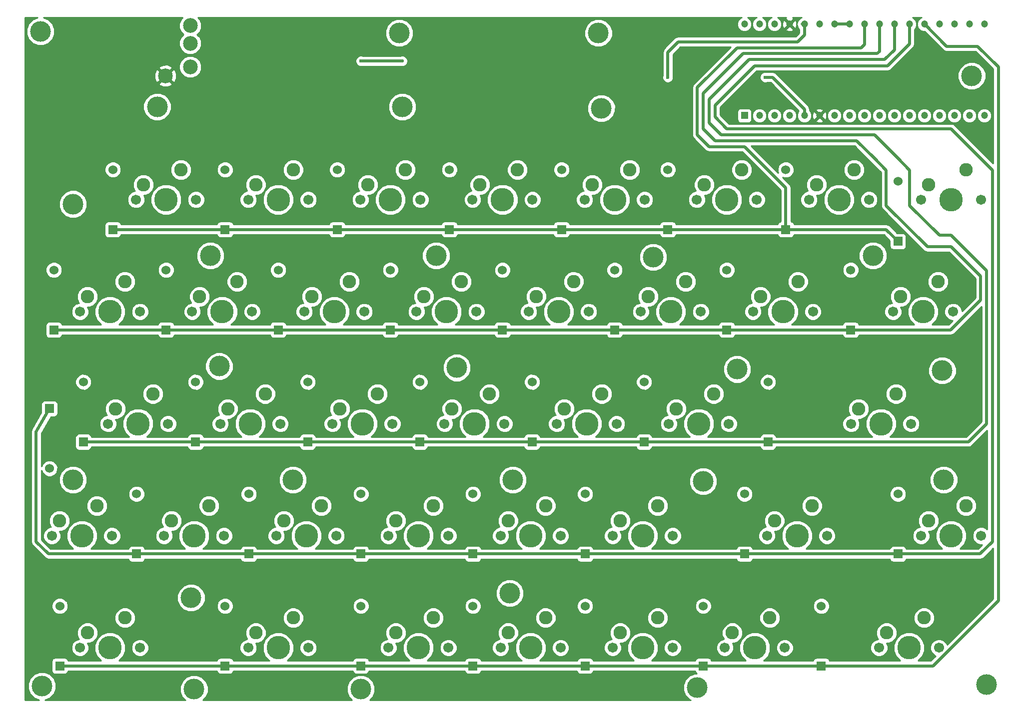
<source format=gtl>
G04 #@! TF.FileFunction,Copper,L1,Top,Signal*
%FSLAX46Y46*%
G04 Gerber Fmt 4.6, Leading zero omitted, Abs format (unit mm)*
G04 Created by KiCad (PCBNEW 4.0.1-stable) date 2017/02/06 23:13:23*
%MOMM*%
G01*
G04 APERTURE LIST*
%ADD10C,0.100000*%
%ADD11C,2.286000*%
%ADD12C,3.987800*%
%ADD13C,1.701800*%
%ADD14C,2.500000*%
%ADD15C,3.500000*%
%ADD16R,1.524000X1.524000*%
%ADD17C,1.524000*%
%ADD18C,1.200000*%
%ADD19R,1.200000X1.200000*%
%ADD20C,0.600000*%
%ADD21C,0.500000*%
%ADD22C,0.254000*%
G04 APERTURE END LIST*
D10*
D11*
X110040000Y-73920000D03*
X103690000Y-76460000D03*
D12*
X107500000Y-79000000D03*
D13*
X102420000Y-79000000D03*
X112580000Y-79000000D03*
D11*
X129040000Y-73920000D03*
X122690000Y-76460000D03*
D12*
X126500000Y-79000000D03*
D13*
X121420000Y-79000000D03*
X131580000Y-79000000D03*
D11*
X138540000Y-54920000D03*
X132190000Y-57460000D03*
D12*
X136000000Y-60000000D03*
D13*
X130920000Y-60000000D03*
X141080000Y-60000000D03*
D11*
X119540000Y-54920000D03*
X113190000Y-57460000D03*
D12*
X117000000Y-60000000D03*
D13*
X111920000Y-60000000D03*
X122080000Y-60000000D03*
D11*
X100540000Y-54920000D03*
X94190000Y-57460000D03*
D12*
X98000000Y-60000000D03*
D13*
X92920000Y-60000000D03*
X103080000Y-60000000D03*
D11*
X81540000Y-54920000D03*
X75190000Y-57460000D03*
D12*
X79000000Y-60000000D03*
D13*
X73920000Y-60000000D03*
X84080000Y-60000000D03*
D11*
X62540000Y-54920000D03*
X56190000Y-57460000D03*
D12*
X60000000Y-60000000D03*
D13*
X54920000Y-60000000D03*
X65080000Y-60000000D03*
D14*
X64100000Y-30500000D03*
X64100000Y-33500000D03*
X59900000Y-39000000D03*
X64100000Y-37500000D03*
D15*
X118250000Y-126750000D03*
X64250000Y-127500000D03*
X69000000Y-88250000D03*
X109250000Y-88500000D03*
X156750000Y-88750000D03*
X191500000Y-89000000D03*
X58500000Y-44250000D03*
X100000000Y-44250000D03*
X133750000Y-44500000D03*
X64750000Y-143000000D03*
X196500000Y-39000000D03*
X44250000Y-60750000D03*
X67500000Y-69500000D03*
X105750000Y-69500000D03*
X142500000Y-69750000D03*
X179750000Y-69500000D03*
X191750000Y-107500000D03*
X151000000Y-107750000D03*
X118750000Y-107500000D03*
X81500000Y-107500000D03*
X44250000Y-107500000D03*
X38750000Y-31500000D03*
X99500000Y-31750000D03*
X133250000Y-31750000D03*
X93000000Y-143000000D03*
X150000000Y-142750000D03*
X39000000Y-142500000D03*
X199000000Y-142250000D03*
D11*
X195540000Y-54920000D03*
X189190000Y-57460000D03*
D12*
X193000000Y-60000000D03*
D13*
X187920000Y-60000000D03*
X198080000Y-60000000D03*
D11*
X176540000Y-54920000D03*
X170190000Y-57460000D03*
D12*
X174000000Y-60000000D03*
D13*
X168920000Y-60000000D03*
X179080000Y-60000000D03*
D16*
X184000000Y-67080000D03*
D17*
X184000000Y-56920000D03*
D11*
X162290000Y-130920000D03*
X155940000Y-133460000D03*
D12*
X159750000Y-136000000D03*
D13*
X154670000Y-136000000D03*
X164830000Y-136000000D03*
D11*
X143290000Y-130920000D03*
X136940000Y-133460000D03*
D12*
X140750000Y-136000000D03*
D13*
X135670000Y-136000000D03*
X145830000Y-136000000D03*
D11*
X105290000Y-130920000D03*
X98940000Y-133460000D03*
D12*
X102750000Y-136000000D03*
D13*
X97670000Y-136000000D03*
X107830000Y-136000000D03*
D16*
X171000000Y-139080000D03*
D17*
X171000000Y-128920000D03*
D16*
X151000000Y-139080000D03*
D17*
X151000000Y-128920000D03*
D16*
X131000000Y-139080000D03*
D17*
X131000000Y-128920000D03*
D16*
X93000000Y-139080000D03*
D17*
X93000000Y-128920000D03*
D18*
X158000000Y-30254000D03*
X160540000Y-30254000D03*
X163080000Y-30254000D03*
X165620000Y-30254000D03*
X168160000Y-30254000D03*
X170700000Y-30254000D03*
X173240000Y-30254000D03*
X175780000Y-30254000D03*
X178320000Y-30254000D03*
X180860000Y-30254000D03*
X183400000Y-30254000D03*
X185940000Y-30254000D03*
X188480000Y-30254000D03*
X191020000Y-30254000D03*
X193560000Y-30254000D03*
X196100000Y-30254000D03*
X198640000Y-30254000D03*
D19*
X158000000Y-45746000D03*
D18*
X160540000Y-45746000D03*
X163080000Y-45746000D03*
X165620000Y-45746000D03*
X168160000Y-45746000D03*
X170700000Y-45746000D03*
X173240000Y-45746000D03*
X175780000Y-45746000D03*
X178320000Y-45746000D03*
X180860000Y-45746000D03*
X183400000Y-45746000D03*
X185940000Y-45746000D03*
X188480000Y-45746000D03*
X191020000Y-45746000D03*
X193560000Y-45746000D03*
X196100000Y-45746000D03*
X198640000Y-45746000D03*
D11*
X124290000Y-130920000D03*
X117940000Y-133460000D03*
D12*
X121750000Y-136000000D03*
D13*
X116670000Y-136000000D03*
X126830000Y-136000000D03*
D11*
X81540000Y-130920000D03*
X75190000Y-133460000D03*
D12*
X79000000Y-136000000D03*
D13*
X73920000Y-136000000D03*
X84080000Y-136000000D03*
D11*
X53040000Y-130920000D03*
X46690000Y-133460000D03*
D12*
X50500000Y-136000000D03*
D13*
X45420000Y-136000000D03*
X55580000Y-136000000D03*
D11*
X195540000Y-111920000D03*
X189190000Y-114460000D03*
D12*
X193000000Y-117000000D03*
D13*
X187920000Y-117000000D03*
X198080000Y-117000000D03*
D11*
X169415000Y-111920000D03*
X163065000Y-114460000D03*
D12*
X166875000Y-117000000D03*
D13*
X161795000Y-117000000D03*
X171955000Y-117000000D03*
D11*
X143290000Y-111920000D03*
X136940000Y-114460000D03*
D12*
X140750000Y-117000000D03*
D13*
X135670000Y-117000000D03*
X145830000Y-117000000D03*
D11*
X124290000Y-111920000D03*
X117940000Y-114460000D03*
D12*
X121750000Y-117000000D03*
D13*
X116670000Y-117000000D03*
X126830000Y-117000000D03*
D11*
X105290000Y-111920000D03*
X98940000Y-114460000D03*
D12*
X102750000Y-117000000D03*
D13*
X97670000Y-117000000D03*
X107830000Y-117000000D03*
D11*
X86290000Y-111920000D03*
X79940000Y-114460000D03*
D12*
X83750000Y-117000000D03*
D13*
X78670000Y-117000000D03*
X88830000Y-117000000D03*
D11*
X67290000Y-111920000D03*
X60940000Y-114460000D03*
D12*
X64750000Y-117000000D03*
D13*
X59670000Y-117000000D03*
X69830000Y-117000000D03*
D11*
X48290000Y-111920000D03*
X41940000Y-114460000D03*
D12*
X45750000Y-117000000D03*
D13*
X40670000Y-117000000D03*
X50830000Y-117000000D03*
D11*
X183665000Y-92920000D03*
X177315000Y-95460000D03*
D12*
X181125000Y-98000000D03*
D13*
X176045000Y-98000000D03*
X186205000Y-98000000D03*
D11*
X152790000Y-92920000D03*
X146440000Y-95460000D03*
D12*
X150250000Y-98000000D03*
D13*
X145170000Y-98000000D03*
X155330000Y-98000000D03*
D11*
X133790000Y-92920000D03*
X127440000Y-95460000D03*
D12*
X131250000Y-98000000D03*
D13*
X126170000Y-98000000D03*
X136330000Y-98000000D03*
D11*
X114790000Y-92920000D03*
X108440000Y-95460000D03*
D12*
X112250000Y-98000000D03*
D13*
X107170000Y-98000000D03*
X117330000Y-98000000D03*
D11*
X95790000Y-92920000D03*
X89440000Y-95460000D03*
D12*
X93250000Y-98000000D03*
D13*
X88170000Y-98000000D03*
X98330000Y-98000000D03*
D11*
X76790000Y-92920000D03*
X70440000Y-95460000D03*
D12*
X74250000Y-98000000D03*
D13*
X69170000Y-98000000D03*
X79330000Y-98000000D03*
D11*
X57790000Y-92920000D03*
X51440000Y-95460000D03*
D12*
X55250000Y-98000000D03*
D13*
X50170000Y-98000000D03*
X60330000Y-98000000D03*
D11*
X190790000Y-73920000D03*
X184440000Y-76460000D03*
D12*
X188250000Y-79000000D03*
D13*
X183170000Y-79000000D03*
X193330000Y-79000000D03*
D11*
X167040000Y-73920000D03*
X160690000Y-76460000D03*
D12*
X164500000Y-79000000D03*
D13*
X159420000Y-79000000D03*
X169580000Y-79000000D03*
D11*
X148040000Y-73920000D03*
X141690000Y-76460000D03*
D12*
X145500000Y-79000000D03*
D13*
X140420000Y-79000000D03*
X150580000Y-79000000D03*
D11*
X91040000Y-73920000D03*
X84690000Y-76460000D03*
D12*
X88500000Y-79000000D03*
D13*
X83420000Y-79000000D03*
X93580000Y-79000000D03*
D11*
X72040000Y-73920000D03*
X65690000Y-76460000D03*
D12*
X69500000Y-79000000D03*
D13*
X64420000Y-79000000D03*
X74580000Y-79000000D03*
D11*
X53040000Y-73920000D03*
X46690000Y-76460000D03*
D12*
X50500000Y-79000000D03*
D13*
X45420000Y-79000000D03*
X55580000Y-79000000D03*
D11*
X157540000Y-54920000D03*
X151190000Y-57460000D03*
D12*
X155000000Y-60000000D03*
D13*
X149920000Y-60000000D03*
X160080000Y-60000000D03*
D16*
X112000000Y-139080000D03*
D17*
X112000000Y-128920000D03*
D16*
X70000000Y-139080000D03*
D17*
X70000000Y-128920000D03*
D16*
X42000000Y-139080000D03*
D17*
X42000000Y-128920000D03*
D16*
X184000000Y-120080000D03*
D17*
X184000000Y-109920000D03*
D16*
X158000000Y-120080000D03*
D17*
X158000000Y-109920000D03*
D16*
X131000000Y-120080000D03*
D17*
X131000000Y-109920000D03*
D16*
X112000000Y-120080000D03*
D17*
X112000000Y-109920000D03*
D16*
X93000000Y-120080000D03*
D17*
X93000000Y-109920000D03*
D16*
X74000000Y-120080000D03*
D17*
X74000000Y-109920000D03*
D16*
X55000000Y-120080000D03*
D17*
X55000000Y-109920000D03*
D16*
X40250000Y-95420000D03*
D17*
X40250000Y-105580000D03*
D16*
X162000000Y-101080000D03*
D17*
X162000000Y-90920000D03*
D16*
X141000000Y-101080000D03*
D17*
X141000000Y-90920000D03*
D16*
X122000000Y-101080000D03*
D17*
X122000000Y-90920000D03*
D16*
X103000000Y-101080000D03*
D17*
X103000000Y-90920000D03*
D16*
X84000000Y-101080000D03*
D17*
X84000000Y-90920000D03*
D16*
X65000000Y-101080000D03*
D17*
X65000000Y-90920000D03*
D16*
X46000000Y-101080000D03*
D17*
X46000000Y-90920000D03*
D16*
X176000000Y-82080000D03*
D17*
X176000000Y-71920000D03*
D16*
X155000000Y-82080000D03*
D17*
X155000000Y-71920000D03*
D16*
X136000000Y-82080000D03*
D17*
X136000000Y-71920000D03*
D16*
X117000000Y-82080000D03*
D17*
X117000000Y-71920000D03*
D16*
X98000000Y-82080000D03*
D17*
X98000000Y-71920000D03*
D16*
X79000000Y-82080000D03*
D17*
X79000000Y-71920000D03*
D16*
X60000000Y-82080000D03*
D17*
X60000000Y-71920000D03*
D16*
X41000000Y-82080000D03*
D17*
X41000000Y-71920000D03*
D16*
X165000000Y-65080000D03*
D17*
X165000000Y-54920000D03*
D16*
X145000000Y-65080000D03*
D17*
X145000000Y-54920000D03*
D16*
X127000000Y-65080000D03*
D17*
X127000000Y-54920000D03*
D16*
X108000000Y-65080000D03*
D17*
X108000000Y-54920000D03*
D16*
X89000000Y-65080000D03*
D17*
X89000000Y-54920000D03*
D16*
X70000000Y-65080000D03*
D17*
X70000000Y-54920000D03*
D16*
X51000000Y-65080000D03*
D17*
X51000000Y-54920000D03*
D11*
X188415000Y-130920000D03*
X182065000Y-133460000D03*
D12*
X185875000Y-136000000D03*
D13*
X180795000Y-136000000D03*
X190955000Y-136000000D03*
D20*
X100000000Y-36500000D03*
X93000000Y-36500000D03*
X145000000Y-39250000D03*
X161500000Y-39250000D03*
X137000000Y-40250000D03*
X138000000Y-32000000D03*
D21*
X165000000Y-65080000D02*
X165000000Y-58000000D01*
X165000000Y-65080000D02*
X182000000Y-65080000D01*
X182000000Y-65080000D02*
X184000000Y-67080000D01*
X178320000Y-30254000D02*
X178320000Y-33680000D01*
X178320000Y-33680000D02*
X177750000Y-34250000D01*
X177750000Y-34250000D02*
X156750000Y-34250000D01*
X156750000Y-34250000D02*
X150000000Y-41000000D01*
X150000000Y-41000000D02*
X150000000Y-49000000D01*
X150000000Y-49000000D02*
X152000000Y-51000000D01*
X152000000Y-51000000D02*
X158000000Y-51000000D01*
X158000000Y-51000000D02*
X165000000Y-58000000D01*
X145000000Y-65080000D02*
X145000000Y-65000000D01*
X145000000Y-65080000D02*
X165000000Y-65080000D01*
X127000000Y-65080000D02*
X145000000Y-65080000D01*
X108000000Y-65080000D02*
X127000000Y-65080000D01*
X89000000Y-65080000D02*
X108000000Y-65080000D01*
X70000000Y-65080000D02*
X89000000Y-65080000D01*
X51000000Y-65080000D02*
X70000000Y-65080000D01*
X180000000Y-53000000D02*
X182000000Y-55000000D01*
X182000000Y-55000000D02*
X182000000Y-58000000D01*
X180000000Y-53000000D02*
X177000000Y-50000000D01*
X193000000Y-68000000D02*
X198000000Y-73000000D01*
X198000000Y-77000000D02*
X192920000Y-82080000D01*
X198000000Y-73000000D02*
X198000000Y-77000000D01*
X192920000Y-82080000D02*
X176000000Y-82080000D01*
X182000000Y-58000000D02*
X182000000Y-61000000D01*
X182000000Y-61000000D02*
X189000000Y-68000000D01*
X189000000Y-68000000D02*
X193000000Y-68000000D01*
X180860000Y-30254000D02*
X180860000Y-34860000D01*
X180860000Y-34860000D02*
X180500000Y-35220000D01*
X180500000Y-35220000D02*
X157780000Y-35220000D01*
X157780000Y-35220000D02*
X151000000Y-42000000D01*
X151000000Y-42000000D02*
X151000000Y-48000000D01*
X151000000Y-48000000D02*
X153000000Y-50000000D01*
X153000000Y-50000000D02*
X177000000Y-50000000D01*
X180860000Y-30254000D02*
X180860000Y-30640000D01*
X60000000Y-82080000D02*
X41000000Y-82080000D01*
X79000000Y-82080000D02*
X60000000Y-82080000D01*
X98000000Y-82080000D02*
X79000000Y-82080000D01*
X117000000Y-82080000D02*
X98000000Y-82080000D01*
X136000000Y-82080000D02*
X117000000Y-82080000D01*
X155000000Y-82080000D02*
X136000000Y-82080000D01*
X176000000Y-82080000D02*
X155000000Y-82080000D01*
X184000000Y-53000000D02*
X180000000Y-49000000D01*
X193000000Y-66000000D02*
X199000000Y-72000000D01*
X193000000Y-66000000D02*
X191000000Y-66000000D01*
X186000000Y-55000000D02*
X184000000Y-53000000D01*
X186000000Y-61000000D02*
X186000000Y-55000000D01*
X191000000Y-66000000D02*
X186000000Y-61000000D01*
X183400000Y-30254000D02*
X183400000Y-34600000D01*
X154000000Y-49000000D02*
X180000000Y-49000000D01*
X152000000Y-47000000D02*
X154000000Y-49000000D01*
X152000000Y-43000000D02*
X152000000Y-47000000D01*
X158750000Y-36250000D02*
X152000000Y-43000000D01*
X181750000Y-36250000D02*
X158750000Y-36250000D01*
X183400000Y-34600000D02*
X181750000Y-36250000D01*
X195920000Y-101080000D02*
X162000000Y-101080000D01*
X199000000Y-98000000D02*
X195920000Y-101080000D01*
X199000000Y-72000000D02*
X199000000Y-98000000D01*
X141000000Y-101080000D02*
X162000000Y-101080000D01*
X122000000Y-101080000D02*
X141000000Y-101080000D01*
X103000000Y-101080000D02*
X122000000Y-101080000D01*
X84000000Y-101080000D02*
X103000000Y-101080000D01*
X65000000Y-101080000D02*
X84000000Y-101080000D01*
X46000000Y-101080000D02*
X65000000Y-101080000D01*
X190000000Y-48000000D02*
X193000000Y-48000000D01*
X200000000Y-55000000D02*
X200000000Y-58000000D01*
X193000000Y-48000000D02*
X200000000Y-55000000D01*
X55000000Y-120080000D02*
X40080000Y-120080000D01*
X38000000Y-99420000D02*
X40250000Y-95420000D01*
X38000000Y-118000000D02*
X38000000Y-99420000D01*
X40080000Y-120080000D02*
X38000000Y-118000000D01*
X155000000Y-48000000D02*
X190000000Y-48000000D01*
X153000000Y-46000000D02*
X155000000Y-48000000D01*
X197920000Y-120080000D02*
X200000000Y-118000000D01*
X197920000Y-120080000D02*
X184000000Y-120080000D01*
X200000000Y-82000000D02*
X200000000Y-58000000D01*
X200000000Y-118000000D02*
X200000000Y-82000000D01*
X185940000Y-30254000D02*
X185940000Y-33560000D01*
X185940000Y-33560000D02*
X182199998Y-37300002D01*
X182199998Y-37300002D02*
X159699998Y-37300002D01*
X159699998Y-37300002D02*
X153000000Y-44000000D01*
X153000000Y-44000000D02*
X153000000Y-46000000D01*
X158000000Y-120080000D02*
X184000000Y-120080000D01*
X93000000Y-120080000D02*
X112000000Y-120080000D01*
X112000000Y-120080000D02*
X131000000Y-120080000D01*
X131000000Y-120080000D02*
X158000000Y-120080000D01*
X55000000Y-120080000D02*
X74000000Y-120080000D01*
X74000000Y-120080000D02*
X93000000Y-120080000D01*
X201000000Y-127000000D02*
X201000000Y-128000000D01*
X189920000Y-139080000D02*
X201000000Y-128000000D01*
X189920000Y-139080000D02*
X171000000Y-139080000D01*
X201000000Y-127000000D02*
X201000000Y-37500000D01*
X192226000Y-34000000D02*
X188480000Y-30254000D01*
X197500000Y-34000000D02*
X192226000Y-34000000D01*
X201000000Y-37500000D02*
X197500000Y-34000000D01*
X151000000Y-139080000D02*
X171000000Y-139080000D01*
X42000000Y-139080000D02*
X70000000Y-139080000D01*
X70000000Y-139080000D02*
X93000000Y-139080000D01*
X93000000Y-139080000D02*
X112000000Y-139080000D01*
X112000000Y-139080000D02*
X131000000Y-139080000D01*
X131000000Y-139080000D02*
X151000000Y-139080000D01*
X93000000Y-36500000D02*
X100000000Y-36500000D01*
X161500000Y-39250000D02*
X162750000Y-39250000D01*
X168160000Y-44660000D02*
X168160000Y-45746000D01*
X162750000Y-39250000D02*
X168160000Y-44660000D01*
X146750000Y-33250000D02*
X153750000Y-33250000D01*
X145000000Y-35000000D02*
X146750000Y-33250000D01*
X145000000Y-39250000D02*
X145000000Y-35000000D01*
X168160000Y-30254000D02*
X168160000Y-32090000D01*
X168160000Y-32090000D02*
X167000000Y-33250000D01*
X167000000Y-33250000D02*
X153750000Y-33250000D01*
X168160000Y-30254000D02*
X167746000Y-30254000D01*
X173240000Y-30254000D02*
X175780000Y-30254000D01*
X137000000Y-33000000D02*
X137000000Y-40250000D01*
X138000000Y-32000000D02*
X137000000Y-33000000D01*
D22*
G36*
X37400771Y-29476916D02*
X36729274Y-30147242D01*
X36365415Y-31023513D01*
X36364587Y-31972325D01*
X36726916Y-32849229D01*
X37397242Y-33520726D01*
X38273513Y-33884585D01*
X39222325Y-33885413D01*
X40099229Y-33523084D01*
X40770726Y-32852758D01*
X41134585Y-31976487D01*
X41135413Y-31027675D01*
X40773084Y-30150771D01*
X40102758Y-29479274D01*
X39254387Y-29127000D01*
X62807276Y-29127000D01*
X62502907Y-29430839D01*
X62215328Y-30123405D01*
X62214674Y-30873305D01*
X62501043Y-31566372D01*
X62934206Y-32000292D01*
X62502907Y-32430839D01*
X62215328Y-33123405D01*
X62214674Y-33873305D01*
X62501043Y-34566372D01*
X63030839Y-35097093D01*
X63723405Y-35384672D01*
X64473305Y-35385326D01*
X65166372Y-35098957D01*
X65697093Y-34569161D01*
X65984672Y-33876595D01*
X65985326Y-33126695D01*
X65698957Y-32433628D01*
X65488023Y-32222325D01*
X97114587Y-32222325D01*
X97476916Y-33099229D01*
X98147242Y-33770726D01*
X99023513Y-34134585D01*
X99972325Y-34135413D01*
X100849229Y-33773084D01*
X101520726Y-33102758D01*
X101884585Y-32226487D01*
X101884588Y-32222325D01*
X130864587Y-32222325D01*
X131226916Y-33099229D01*
X131897242Y-33770726D01*
X132773513Y-34134585D01*
X133722325Y-34135413D01*
X134599229Y-33773084D01*
X135270726Y-33102758D01*
X135634585Y-32226487D01*
X135635413Y-31277675D01*
X135273084Y-30400771D01*
X134602758Y-29729274D01*
X133726487Y-29365415D01*
X132777675Y-29364587D01*
X131900771Y-29726916D01*
X131229274Y-30397242D01*
X130865415Y-31273513D01*
X130864587Y-32222325D01*
X101884588Y-32222325D01*
X101885413Y-31277675D01*
X101523084Y-30400771D01*
X100852758Y-29729274D01*
X99976487Y-29365415D01*
X99027675Y-29364587D01*
X98150771Y-29726916D01*
X97479274Y-30397242D01*
X97115415Y-31273513D01*
X97114587Y-32222325D01*
X65488023Y-32222325D01*
X65265794Y-31999708D01*
X65697093Y-31569161D01*
X65984672Y-30876595D01*
X65985326Y-30126695D01*
X65698957Y-29433628D01*
X65392863Y-29127000D01*
X157493524Y-29127000D01*
X157301343Y-29206408D01*
X156953629Y-29553515D01*
X156765215Y-30007266D01*
X156764786Y-30498579D01*
X156952408Y-30952657D01*
X157299515Y-31300371D01*
X157753266Y-31488785D01*
X158244579Y-31489214D01*
X158698657Y-31301592D01*
X159046371Y-30954485D01*
X159234785Y-30500734D01*
X159235214Y-30009421D01*
X159047592Y-29555343D01*
X158700485Y-29207629D01*
X158506309Y-29127000D01*
X160033524Y-29127000D01*
X159841343Y-29206408D01*
X159493629Y-29553515D01*
X159305215Y-30007266D01*
X159304786Y-30498579D01*
X159492408Y-30952657D01*
X159839515Y-31300371D01*
X160293266Y-31488785D01*
X160784579Y-31489214D01*
X161238657Y-31301592D01*
X161586371Y-30954485D01*
X161774785Y-30500734D01*
X161775214Y-30009421D01*
X161587592Y-29555343D01*
X161240485Y-29207629D01*
X161046309Y-29127000D01*
X162573524Y-29127000D01*
X162381343Y-29206408D01*
X162033629Y-29553515D01*
X161845215Y-30007266D01*
X161844786Y-30498579D01*
X162032408Y-30952657D01*
X162379515Y-31300371D01*
X162833266Y-31488785D01*
X163324579Y-31489214D01*
X163778657Y-31301592D01*
X163963837Y-31116735D01*
X164936870Y-31116735D01*
X164986383Y-31342164D01*
X165451036Y-31501807D01*
X165941413Y-31471482D01*
X166253617Y-31342164D01*
X166303130Y-31116735D01*
X165620000Y-30433605D01*
X164936870Y-31116735D01*
X163963837Y-31116735D01*
X164126371Y-30954485D01*
X164314785Y-30500734D01*
X164315147Y-30085036D01*
X164372193Y-30085036D01*
X164402518Y-30575413D01*
X164531836Y-30887617D01*
X164757265Y-30937130D01*
X165440395Y-30254000D01*
X165799605Y-30254000D01*
X166482735Y-30937130D01*
X166708164Y-30887617D01*
X166867807Y-30422964D01*
X166837482Y-29932587D01*
X166708164Y-29620383D01*
X166482735Y-29570870D01*
X165799605Y-30254000D01*
X165440395Y-30254000D01*
X164757265Y-29570870D01*
X164531836Y-29620383D01*
X164372193Y-30085036D01*
X164315147Y-30085036D01*
X164315214Y-30009421D01*
X164127592Y-29555343D01*
X163780485Y-29207629D01*
X163586309Y-29127000D01*
X165080142Y-29127000D01*
X164986383Y-29165836D01*
X164936870Y-29391265D01*
X165620000Y-30074395D01*
X166303130Y-29391265D01*
X166253617Y-29165836D01*
X166140582Y-29127000D01*
X167653524Y-29127000D01*
X167461343Y-29206408D01*
X167113629Y-29553515D01*
X167020892Y-29776851D01*
X166928367Y-29915325D01*
X166861000Y-30254000D01*
X166928367Y-30592675D01*
X167020867Y-30731112D01*
X167112408Y-30952657D01*
X167275000Y-31115533D01*
X167275000Y-31723421D01*
X166633420Y-32365000D01*
X146750005Y-32365000D01*
X146750000Y-32364999D01*
X146467516Y-32421190D01*
X146411325Y-32432367D01*
X146124210Y-32624210D01*
X146124208Y-32624213D01*
X144374210Y-34374210D01*
X144182367Y-34661325D01*
X144182367Y-34661326D01*
X144114999Y-35000000D01*
X144115000Y-35000005D01*
X144115000Y-38943178D01*
X144065162Y-39063201D01*
X144064838Y-39435167D01*
X144206883Y-39778943D01*
X144469673Y-40042192D01*
X144813201Y-40184838D01*
X145185167Y-40185162D01*
X145528943Y-40043117D01*
X145792192Y-39780327D01*
X145934838Y-39436799D01*
X145935162Y-39064833D01*
X145885000Y-38943431D01*
X145885000Y-35366580D01*
X147116579Y-34135000D01*
X155613421Y-34135000D01*
X149374210Y-40374210D01*
X149182367Y-40661325D01*
X149182367Y-40661326D01*
X149114999Y-41000000D01*
X149115000Y-41000005D01*
X149115000Y-48999995D01*
X149114999Y-49000000D01*
X149151275Y-49182367D01*
X149182367Y-49338675D01*
X149206111Y-49374210D01*
X149374210Y-49625790D01*
X151374208Y-51625787D01*
X151374210Y-51625790D01*
X151661325Y-51817633D01*
X152000000Y-51885001D01*
X152000005Y-51885000D01*
X157633420Y-51885000D01*
X164115000Y-58366579D01*
X164115000Y-63693704D01*
X164002683Y-63714838D01*
X163786559Y-63853910D01*
X163641569Y-64066110D01*
X163615468Y-64195000D01*
X146386296Y-64195000D01*
X146365162Y-64082683D01*
X146226090Y-63866559D01*
X146013890Y-63721569D01*
X145762000Y-63670560D01*
X144238000Y-63670560D01*
X144002683Y-63714838D01*
X143786559Y-63853910D01*
X143641569Y-64066110D01*
X143615468Y-64195000D01*
X128386296Y-64195000D01*
X128365162Y-64082683D01*
X128226090Y-63866559D01*
X128013890Y-63721569D01*
X127762000Y-63670560D01*
X126238000Y-63670560D01*
X126002683Y-63714838D01*
X125786559Y-63853910D01*
X125641569Y-64066110D01*
X125615468Y-64195000D01*
X109386296Y-64195000D01*
X109365162Y-64082683D01*
X109226090Y-63866559D01*
X109013890Y-63721569D01*
X108762000Y-63670560D01*
X107238000Y-63670560D01*
X107002683Y-63714838D01*
X106786559Y-63853910D01*
X106641569Y-64066110D01*
X106615468Y-64195000D01*
X90386296Y-64195000D01*
X90365162Y-64082683D01*
X90226090Y-63866559D01*
X90013890Y-63721569D01*
X89762000Y-63670560D01*
X88238000Y-63670560D01*
X88002683Y-63714838D01*
X87786559Y-63853910D01*
X87641569Y-64066110D01*
X87615468Y-64195000D01*
X71386296Y-64195000D01*
X71365162Y-64082683D01*
X71226090Y-63866559D01*
X71013890Y-63721569D01*
X70762000Y-63670560D01*
X69238000Y-63670560D01*
X69002683Y-63714838D01*
X68786559Y-63853910D01*
X68641569Y-64066110D01*
X68615468Y-64195000D01*
X52386296Y-64195000D01*
X52365162Y-64082683D01*
X52226090Y-63866559D01*
X52013890Y-63721569D01*
X51762000Y-63670560D01*
X50238000Y-63670560D01*
X50002683Y-63714838D01*
X49786559Y-63853910D01*
X49641569Y-64066110D01*
X49590560Y-64318000D01*
X49590560Y-65842000D01*
X49634838Y-66077317D01*
X49773910Y-66293441D01*
X49986110Y-66438431D01*
X50238000Y-66489440D01*
X51762000Y-66489440D01*
X51997317Y-66445162D01*
X52213441Y-66306090D01*
X52358431Y-66093890D01*
X52384532Y-65965000D01*
X68613704Y-65965000D01*
X68634838Y-66077317D01*
X68773910Y-66293441D01*
X68986110Y-66438431D01*
X69238000Y-66489440D01*
X70762000Y-66489440D01*
X70997317Y-66445162D01*
X71213441Y-66306090D01*
X71358431Y-66093890D01*
X71384532Y-65965000D01*
X87613704Y-65965000D01*
X87634838Y-66077317D01*
X87773910Y-66293441D01*
X87986110Y-66438431D01*
X88238000Y-66489440D01*
X89762000Y-66489440D01*
X89997317Y-66445162D01*
X90213441Y-66306090D01*
X90358431Y-66093890D01*
X90384532Y-65965000D01*
X106613704Y-65965000D01*
X106634838Y-66077317D01*
X106773910Y-66293441D01*
X106986110Y-66438431D01*
X107238000Y-66489440D01*
X108762000Y-66489440D01*
X108997317Y-66445162D01*
X109213441Y-66306090D01*
X109358431Y-66093890D01*
X109384532Y-65965000D01*
X125613704Y-65965000D01*
X125634838Y-66077317D01*
X125773910Y-66293441D01*
X125986110Y-66438431D01*
X126238000Y-66489440D01*
X127762000Y-66489440D01*
X127997317Y-66445162D01*
X128213441Y-66306090D01*
X128358431Y-66093890D01*
X128384532Y-65965000D01*
X143613704Y-65965000D01*
X143634838Y-66077317D01*
X143773910Y-66293441D01*
X143986110Y-66438431D01*
X144238000Y-66489440D01*
X145762000Y-66489440D01*
X145997317Y-66445162D01*
X146213441Y-66306090D01*
X146358431Y-66093890D01*
X146384532Y-65965000D01*
X163613704Y-65965000D01*
X163634838Y-66077317D01*
X163773910Y-66293441D01*
X163986110Y-66438431D01*
X164238000Y-66489440D01*
X165762000Y-66489440D01*
X165997317Y-66445162D01*
X166213441Y-66306090D01*
X166358431Y-66093890D01*
X166384532Y-65965000D01*
X181633420Y-65965000D01*
X182590560Y-66922139D01*
X182590560Y-67842000D01*
X182634838Y-68077317D01*
X182773910Y-68293441D01*
X182986110Y-68438431D01*
X183238000Y-68489440D01*
X184762000Y-68489440D01*
X184997317Y-68445162D01*
X185213441Y-68306090D01*
X185358431Y-68093890D01*
X185409440Y-67842000D01*
X185409440Y-66318000D01*
X185365162Y-66082683D01*
X185226090Y-65866559D01*
X185013890Y-65721569D01*
X184762000Y-65670560D01*
X183842139Y-65670560D01*
X182625790Y-64454210D01*
X182338675Y-64262367D01*
X182282484Y-64251190D01*
X182000000Y-64194999D01*
X181999995Y-64195000D01*
X166386296Y-64195000D01*
X166365162Y-64082683D01*
X166226090Y-63866559D01*
X166013890Y-63721569D01*
X165885000Y-63695468D01*
X165885000Y-60294267D01*
X167433842Y-60294267D01*
X167659580Y-60840595D01*
X168077206Y-61258951D01*
X168623139Y-61485642D01*
X169214267Y-61486158D01*
X169760595Y-61260420D01*
X170178951Y-60842794D01*
X170312726Y-60520626D01*
X171370645Y-60520626D01*
X171770028Y-61487207D01*
X172508904Y-62227373D01*
X173474785Y-62628442D01*
X174520626Y-62629355D01*
X175487207Y-62229972D01*
X176227373Y-61491096D01*
X176628442Y-60525215D01*
X176628643Y-60294267D01*
X177593842Y-60294267D01*
X177819580Y-60840595D01*
X178237206Y-61258951D01*
X178783139Y-61485642D01*
X179374267Y-61486158D01*
X179920595Y-61260420D01*
X180338951Y-60842794D01*
X180565642Y-60296861D01*
X180566158Y-59705733D01*
X180340420Y-59159405D01*
X179922794Y-58741049D01*
X179376861Y-58514358D01*
X178785733Y-58513842D01*
X178239405Y-58739580D01*
X177821049Y-59157206D01*
X177594358Y-59703139D01*
X177593842Y-60294267D01*
X176628643Y-60294267D01*
X176629355Y-59479374D01*
X176229972Y-58512793D01*
X175491096Y-57772627D01*
X174525215Y-57371558D01*
X173479374Y-57370645D01*
X172512793Y-57770028D01*
X171772627Y-58508904D01*
X171371558Y-59474785D01*
X171370645Y-60520626D01*
X170312726Y-60520626D01*
X170405642Y-60296861D01*
X170406158Y-59705733D01*
X170212903Y-59238021D01*
X170542114Y-59238308D01*
X171195840Y-58968194D01*
X171696436Y-58468471D01*
X171967691Y-57815218D01*
X171968308Y-57107886D01*
X171698194Y-56454160D01*
X171198471Y-55953564D01*
X170545218Y-55682309D01*
X169837886Y-55681692D01*
X169184160Y-55951806D01*
X168683564Y-56451529D01*
X168412309Y-57104782D01*
X168411692Y-57812114D01*
X168681806Y-58465840D01*
X168729815Y-58513933D01*
X168625733Y-58513842D01*
X168079405Y-58739580D01*
X167661049Y-59157206D01*
X167434358Y-59703139D01*
X167433842Y-60294267D01*
X165885000Y-60294267D01*
X165885000Y-58000005D01*
X165885001Y-58000000D01*
X165817633Y-57661326D01*
X165817633Y-57661325D01*
X165625790Y-57374210D01*
X165625787Y-57374208D01*
X164460002Y-56208423D01*
X164720900Y-56316757D01*
X165276661Y-56317242D01*
X165790303Y-56105010D01*
X166183629Y-55712370D01*
X166366438Y-55272114D01*
X174761692Y-55272114D01*
X175031806Y-55925840D01*
X175531529Y-56426436D01*
X176184782Y-56697691D01*
X176892114Y-56698308D01*
X177545840Y-56428194D01*
X178046436Y-55928471D01*
X178317691Y-55275218D01*
X178318308Y-54567886D01*
X178048194Y-53914160D01*
X177548471Y-53413564D01*
X176895218Y-53142309D01*
X176187886Y-53141692D01*
X175534160Y-53411806D01*
X175033564Y-53911529D01*
X174762309Y-54564782D01*
X174761692Y-55272114D01*
X166366438Y-55272114D01*
X166396757Y-55199100D01*
X166397242Y-54643339D01*
X166185010Y-54129697D01*
X165792370Y-53736371D01*
X165279100Y-53523243D01*
X164723339Y-53522758D01*
X164209697Y-53734990D01*
X163816371Y-54127630D01*
X163603243Y-54640900D01*
X163602758Y-55196661D01*
X163711559Y-55459979D01*
X159136580Y-50885000D01*
X176633420Y-50885000D01*
X179374208Y-53625787D01*
X179374210Y-53625790D01*
X181115000Y-55366579D01*
X181115000Y-60999995D01*
X181114999Y-61000000D01*
X181159223Y-61222325D01*
X181182367Y-61338675D01*
X181284211Y-61491096D01*
X181374210Y-61625790D01*
X188374208Y-68625787D01*
X188374210Y-68625790D01*
X188661325Y-68817633D01*
X188717516Y-68828810D01*
X189000000Y-68885001D01*
X189000005Y-68885000D01*
X192633420Y-68885000D01*
X197115000Y-73366579D01*
X197115000Y-76633421D01*
X194815960Y-78932460D01*
X194816158Y-78705733D01*
X194590420Y-78159405D01*
X194172794Y-77741049D01*
X193626861Y-77514358D01*
X193035733Y-77513842D01*
X192489405Y-77739580D01*
X192071049Y-78157206D01*
X191844358Y-78703139D01*
X191843842Y-79294267D01*
X192069580Y-79840595D01*
X192487206Y-80258951D01*
X193033139Y-80485642D01*
X193262578Y-80485842D01*
X192553420Y-81195000D01*
X189772240Y-81195000D01*
X190477373Y-80491096D01*
X190878442Y-79525215D01*
X190879355Y-78479374D01*
X190479972Y-77512793D01*
X189741096Y-76772627D01*
X188775215Y-76371558D01*
X187729374Y-76370645D01*
X186762793Y-76770028D01*
X186022627Y-77508904D01*
X185621558Y-78474785D01*
X185620645Y-79520626D01*
X186020028Y-80487207D01*
X186726587Y-81195000D01*
X177386296Y-81195000D01*
X177365162Y-81082683D01*
X177226090Y-80866559D01*
X177013890Y-80721569D01*
X176762000Y-80670560D01*
X175238000Y-80670560D01*
X175002683Y-80714838D01*
X174786559Y-80853910D01*
X174641569Y-81066110D01*
X174615468Y-81195000D01*
X166022240Y-81195000D01*
X166727373Y-80491096D01*
X167128442Y-79525215D01*
X167128643Y-79294267D01*
X168093842Y-79294267D01*
X168319580Y-79840595D01*
X168737206Y-80258951D01*
X169283139Y-80485642D01*
X169874267Y-80486158D01*
X170420595Y-80260420D01*
X170838951Y-79842794D01*
X171065642Y-79296861D01*
X171065644Y-79294267D01*
X181683842Y-79294267D01*
X181909580Y-79840595D01*
X182327206Y-80258951D01*
X182873139Y-80485642D01*
X183464267Y-80486158D01*
X184010595Y-80260420D01*
X184428951Y-79842794D01*
X184655642Y-79296861D01*
X184656158Y-78705733D01*
X184462903Y-78238021D01*
X184792114Y-78238308D01*
X185445840Y-77968194D01*
X185946436Y-77468471D01*
X186217691Y-76815218D01*
X186218308Y-76107886D01*
X185948194Y-75454160D01*
X185448471Y-74953564D01*
X184795218Y-74682309D01*
X184087886Y-74681692D01*
X183434160Y-74951806D01*
X182933564Y-75451529D01*
X182662309Y-76104782D01*
X182661692Y-76812114D01*
X182931806Y-77465840D01*
X182979815Y-77513933D01*
X182875733Y-77513842D01*
X182329405Y-77739580D01*
X181911049Y-78157206D01*
X181684358Y-78703139D01*
X181683842Y-79294267D01*
X171065644Y-79294267D01*
X171066158Y-78705733D01*
X170840420Y-78159405D01*
X170422794Y-77741049D01*
X169876861Y-77514358D01*
X169285733Y-77513842D01*
X168739405Y-77739580D01*
X168321049Y-78157206D01*
X168094358Y-78703139D01*
X168093842Y-79294267D01*
X167128643Y-79294267D01*
X167129355Y-78479374D01*
X166729972Y-77512793D01*
X165991096Y-76772627D01*
X165025215Y-76371558D01*
X163979374Y-76370645D01*
X163012793Y-76770028D01*
X162272627Y-77508904D01*
X161871558Y-78474785D01*
X161870645Y-79520626D01*
X162270028Y-80487207D01*
X162976587Y-81195000D01*
X156386296Y-81195000D01*
X156365162Y-81082683D01*
X156226090Y-80866559D01*
X156013890Y-80721569D01*
X155762000Y-80670560D01*
X154238000Y-80670560D01*
X154002683Y-80714838D01*
X153786559Y-80853910D01*
X153641569Y-81066110D01*
X153615468Y-81195000D01*
X147022240Y-81195000D01*
X147727373Y-80491096D01*
X148128442Y-79525215D01*
X148128643Y-79294267D01*
X149093842Y-79294267D01*
X149319580Y-79840595D01*
X149737206Y-80258951D01*
X150283139Y-80485642D01*
X150874267Y-80486158D01*
X151420595Y-80260420D01*
X151838951Y-79842794D01*
X152065642Y-79296861D01*
X152065644Y-79294267D01*
X157933842Y-79294267D01*
X158159580Y-79840595D01*
X158577206Y-80258951D01*
X159123139Y-80485642D01*
X159714267Y-80486158D01*
X160260595Y-80260420D01*
X160678951Y-79842794D01*
X160905642Y-79296861D01*
X160906158Y-78705733D01*
X160712903Y-78238021D01*
X161042114Y-78238308D01*
X161695840Y-77968194D01*
X162196436Y-77468471D01*
X162467691Y-76815218D01*
X162468308Y-76107886D01*
X162198194Y-75454160D01*
X161698471Y-74953564D01*
X161045218Y-74682309D01*
X160337886Y-74681692D01*
X159684160Y-74951806D01*
X159183564Y-75451529D01*
X158912309Y-76104782D01*
X158911692Y-76812114D01*
X159181806Y-77465840D01*
X159229815Y-77513933D01*
X159125733Y-77513842D01*
X158579405Y-77739580D01*
X158161049Y-78157206D01*
X157934358Y-78703139D01*
X157933842Y-79294267D01*
X152065644Y-79294267D01*
X152066158Y-78705733D01*
X151840420Y-78159405D01*
X151422794Y-77741049D01*
X150876861Y-77514358D01*
X150285733Y-77513842D01*
X149739405Y-77739580D01*
X149321049Y-78157206D01*
X149094358Y-78703139D01*
X149093842Y-79294267D01*
X148128643Y-79294267D01*
X148129355Y-78479374D01*
X147729972Y-77512793D01*
X146991096Y-76772627D01*
X146025215Y-76371558D01*
X144979374Y-76370645D01*
X144012793Y-76770028D01*
X143272627Y-77508904D01*
X142871558Y-78474785D01*
X142870645Y-79520626D01*
X143270028Y-80487207D01*
X143976587Y-81195000D01*
X137386296Y-81195000D01*
X137365162Y-81082683D01*
X137226090Y-80866559D01*
X137013890Y-80721569D01*
X136762000Y-80670560D01*
X135238000Y-80670560D01*
X135002683Y-80714838D01*
X134786559Y-80853910D01*
X134641569Y-81066110D01*
X134615468Y-81195000D01*
X128022240Y-81195000D01*
X128727373Y-80491096D01*
X129128442Y-79525215D01*
X129128643Y-79294267D01*
X130093842Y-79294267D01*
X130319580Y-79840595D01*
X130737206Y-80258951D01*
X131283139Y-80485642D01*
X131874267Y-80486158D01*
X132420595Y-80260420D01*
X132838951Y-79842794D01*
X133065642Y-79296861D01*
X133065644Y-79294267D01*
X138933842Y-79294267D01*
X139159580Y-79840595D01*
X139577206Y-80258951D01*
X140123139Y-80485642D01*
X140714267Y-80486158D01*
X141260595Y-80260420D01*
X141678951Y-79842794D01*
X141905642Y-79296861D01*
X141906158Y-78705733D01*
X141712903Y-78238021D01*
X142042114Y-78238308D01*
X142695840Y-77968194D01*
X143196436Y-77468471D01*
X143467691Y-76815218D01*
X143468308Y-76107886D01*
X143198194Y-75454160D01*
X142698471Y-74953564D01*
X142045218Y-74682309D01*
X141337886Y-74681692D01*
X140684160Y-74951806D01*
X140183564Y-75451529D01*
X139912309Y-76104782D01*
X139911692Y-76812114D01*
X140181806Y-77465840D01*
X140229815Y-77513933D01*
X140125733Y-77513842D01*
X139579405Y-77739580D01*
X139161049Y-78157206D01*
X138934358Y-78703139D01*
X138933842Y-79294267D01*
X133065644Y-79294267D01*
X133066158Y-78705733D01*
X132840420Y-78159405D01*
X132422794Y-77741049D01*
X131876861Y-77514358D01*
X131285733Y-77513842D01*
X130739405Y-77739580D01*
X130321049Y-78157206D01*
X130094358Y-78703139D01*
X130093842Y-79294267D01*
X129128643Y-79294267D01*
X129129355Y-78479374D01*
X128729972Y-77512793D01*
X127991096Y-76772627D01*
X127025215Y-76371558D01*
X125979374Y-76370645D01*
X125012793Y-76770028D01*
X124272627Y-77508904D01*
X123871558Y-78474785D01*
X123870645Y-79520626D01*
X124270028Y-80487207D01*
X124976587Y-81195000D01*
X118386296Y-81195000D01*
X118365162Y-81082683D01*
X118226090Y-80866559D01*
X118013890Y-80721569D01*
X117762000Y-80670560D01*
X116238000Y-80670560D01*
X116002683Y-80714838D01*
X115786559Y-80853910D01*
X115641569Y-81066110D01*
X115615468Y-81195000D01*
X109022240Y-81195000D01*
X109727373Y-80491096D01*
X110128442Y-79525215D01*
X110128643Y-79294267D01*
X111093842Y-79294267D01*
X111319580Y-79840595D01*
X111737206Y-80258951D01*
X112283139Y-80485642D01*
X112874267Y-80486158D01*
X113420595Y-80260420D01*
X113838951Y-79842794D01*
X114065642Y-79296861D01*
X114065644Y-79294267D01*
X119933842Y-79294267D01*
X120159580Y-79840595D01*
X120577206Y-80258951D01*
X121123139Y-80485642D01*
X121714267Y-80486158D01*
X122260595Y-80260420D01*
X122678951Y-79842794D01*
X122905642Y-79296861D01*
X122906158Y-78705733D01*
X122712903Y-78238021D01*
X123042114Y-78238308D01*
X123695840Y-77968194D01*
X124196436Y-77468471D01*
X124467691Y-76815218D01*
X124468308Y-76107886D01*
X124198194Y-75454160D01*
X123698471Y-74953564D01*
X123045218Y-74682309D01*
X122337886Y-74681692D01*
X121684160Y-74951806D01*
X121183564Y-75451529D01*
X120912309Y-76104782D01*
X120911692Y-76812114D01*
X121181806Y-77465840D01*
X121229815Y-77513933D01*
X121125733Y-77513842D01*
X120579405Y-77739580D01*
X120161049Y-78157206D01*
X119934358Y-78703139D01*
X119933842Y-79294267D01*
X114065644Y-79294267D01*
X114066158Y-78705733D01*
X113840420Y-78159405D01*
X113422794Y-77741049D01*
X112876861Y-77514358D01*
X112285733Y-77513842D01*
X111739405Y-77739580D01*
X111321049Y-78157206D01*
X111094358Y-78703139D01*
X111093842Y-79294267D01*
X110128643Y-79294267D01*
X110129355Y-78479374D01*
X109729972Y-77512793D01*
X108991096Y-76772627D01*
X108025215Y-76371558D01*
X106979374Y-76370645D01*
X106012793Y-76770028D01*
X105272627Y-77508904D01*
X104871558Y-78474785D01*
X104870645Y-79520626D01*
X105270028Y-80487207D01*
X105976587Y-81195000D01*
X99386296Y-81195000D01*
X99365162Y-81082683D01*
X99226090Y-80866559D01*
X99013890Y-80721569D01*
X98762000Y-80670560D01*
X97238000Y-80670560D01*
X97002683Y-80714838D01*
X96786559Y-80853910D01*
X96641569Y-81066110D01*
X96615468Y-81195000D01*
X90022240Y-81195000D01*
X90727373Y-80491096D01*
X91128442Y-79525215D01*
X91128643Y-79294267D01*
X92093842Y-79294267D01*
X92319580Y-79840595D01*
X92737206Y-80258951D01*
X93283139Y-80485642D01*
X93874267Y-80486158D01*
X94420595Y-80260420D01*
X94838951Y-79842794D01*
X95065642Y-79296861D01*
X95065644Y-79294267D01*
X100933842Y-79294267D01*
X101159580Y-79840595D01*
X101577206Y-80258951D01*
X102123139Y-80485642D01*
X102714267Y-80486158D01*
X103260595Y-80260420D01*
X103678951Y-79842794D01*
X103905642Y-79296861D01*
X103906158Y-78705733D01*
X103712903Y-78238021D01*
X104042114Y-78238308D01*
X104695840Y-77968194D01*
X105196436Y-77468471D01*
X105467691Y-76815218D01*
X105468308Y-76107886D01*
X105198194Y-75454160D01*
X104698471Y-74953564D01*
X104045218Y-74682309D01*
X103337886Y-74681692D01*
X102684160Y-74951806D01*
X102183564Y-75451529D01*
X101912309Y-76104782D01*
X101911692Y-76812114D01*
X102181806Y-77465840D01*
X102229815Y-77513933D01*
X102125733Y-77513842D01*
X101579405Y-77739580D01*
X101161049Y-78157206D01*
X100934358Y-78703139D01*
X100933842Y-79294267D01*
X95065644Y-79294267D01*
X95066158Y-78705733D01*
X94840420Y-78159405D01*
X94422794Y-77741049D01*
X93876861Y-77514358D01*
X93285733Y-77513842D01*
X92739405Y-77739580D01*
X92321049Y-78157206D01*
X92094358Y-78703139D01*
X92093842Y-79294267D01*
X91128643Y-79294267D01*
X91129355Y-78479374D01*
X90729972Y-77512793D01*
X89991096Y-76772627D01*
X89025215Y-76371558D01*
X87979374Y-76370645D01*
X87012793Y-76770028D01*
X86272627Y-77508904D01*
X85871558Y-78474785D01*
X85870645Y-79520626D01*
X86270028Y-80487207D01*
X86976587Y-81195000D01*
X80386296Y-81195000D01*
X80365162Y-81082683D01*
X80226090Y-80866559D01*
X80013890Y-80721569D01*
X79762000Y-80670560D01*
X78238000Y-80670560D01*
X78002683Y-80714838D01*
X77786559Y-80853910D01*
X77641569Y-81066110D01*
X77615468Y-81195000D01*
X71022240Y-81195000D01*
X71727373Y-80491096D01*
X72128442Y-79525215D01*
X72128643Y-79294267D01*
X73093842Y-79294267D01*
X73319580Y-79840595D01*
X73737206Y-80258951D01*
X74283139Y-80485642D01*
X74874267Y-80486158D01*
X75420595Y-80260420D01*
X75838951Y-79842794D01*
X76065642Y-79296861D01*
X76065644Y-79294267D01*
X81933842Y-79294267D01*
X82159580Y-79840595D01*
X82577206Y-80258951D01*
X83123139Y-80485642D01*
X83714267Y-80486158D01*
X84260595Y-80260420D01*
X84678951Y-79842794D01*
X84905642Y-79296861D01*
X84906158Y-78705733D01*
X84712903Y-78238021D01*
X85042114Y-78238308D01*
X85695840Y-77968194D01*
X86196436Y-77468471D01*
X86467691Y-76815218D01*
X86468308Y-76107886D01*
X86198194Y-75454160D01*
X85698471Y-74953564D01*
X85045218Y-74682309D01*
X84337886Y-74681692D01*
X83684160Y-74951806D01*
X83183564Y-75451529D01*
X82912309Y-76104782D01*
X82911692Y-76812114D01*
X83181806Y-77465840D01*
X83229815Y-77513933D01*
X83125733Y-77513842D01*
X82579405Y-77739580D01*
X82161049Y-78157206D01*
X81934358Y-78703139D01*
X81933842Y-79294267D01*
X76065644Y-79294267D01*
X76066158Y-78705733D01*
X75840420Y-78159405D01*
X75422794Y-77741049D01*
X74876861Y-77514358D01*
X74285733Y-77513842D01*
X73739405Y-77739580D01*
X73321049Y-78157206D01*
X73094358Y-78703139D01*
X73093842Y-79294267D01*
X72128643Y-79294267D01*
X72129355Y-78479374D01*
X71729972Y-77512793D01*
X70991096Y-76772627D01*
X70025215Y-76371558D01*
X68979374Y-76370645D01*
X68012793Y-76770028D01*
X67272627Y-77508904D01*
X66871558Y-78474785D01*
X66870645Y-79520626D01*
X67270028Y-80487207D01*
X67976587Y-81195000D01*
X61386296Y-81195000D01*
X61365162Y-81082683D01*
X61226090Y-80866559D01*
X61013890Y-80721569D01*
X60762000Y-80670560D01*
X59238000Y-80670560D01*
X59002683Y-80714838D01*
X58786559Y-80853910D01*
X58641569Y-81066110D01*
X58615468Y-81195000D01*
X52022240Y-81195000D01*
X52727373Y-80491096D01*
X53128442Y-79525215D01*
X53128643Y-79294267D01*
X54093842Y-79294267D01*
X54319580Y-79840595D01*
X54737206Y-80258951D01*
X55283139Y-80485642D01*
X55874267Y-80486158D01*
X56420595Y-80260420D01*
X56838951Y-79842794D01*
X57065642Y-79296861D01*
X57065644Y-79294267D01*
X62933842Y-79294267D01*
X63159580Y-79840595D01*
X63577206Y-80258951D01*
X64123139Y-80485642D01*
X64714267Y-80486158D01*
X65260595Y-80260420D01*
X65678951Y-79842794D01*
X65905642Y-79296861D01*
X65906158Y-78705733D01*
X65712903Y-78238021D01*
X66042114Y-78238308D01*
X66695840Y-77968194D01*
X67196436Y-77468471D01*
X67467691Y-76815218D01*
X67468308Y-76107886D01*
X67198194Y-75454160D01*
X66698471Y-74953564D01*
X66045218Y-74682309D01*
X65337886Y-74681692D01*
X64684160Y-74951806D01*
X64183564Y-75451529D01*
X63912309Y-76104782D01*
X63911692Y-76812114D01*
X64181806Y-77465840D01*
X64229815Y-77513933D01*
X64125733Y-77513842D01*
X63579405Y-77739580D01*
X63161049Y-78157206D01*
X62934358Y-78703139D01*
X62933842Y-79294267D01*
X57065644Y-79294267D01*
X57066158Y-78705733D01*
X56840420Y-78159405D01*
X56422794Y-77741049D01*
X55876861Y-77514358D01*
X55285733Y-77513842D01*
X54739405Y-77739580D01*
X54321049Y-78157206D01*
X54094358Y-78703139D01*
X54093842Y-79294267D01*
X53128643Y-79294267D01*
X53129355Y-78479374D01*
X52729972Y-77512793D01*
X51991096Y-76772627D01*
X51025215Y-76371558D01*
X49979374Y-76370645D01*
X49012793Y-76770028D01*
X48272627Y-77508904D01*
X47871558Y-78474785D01*
X47870645Y-79520626D01*
X48270028Y-80487207D01*
X48976587Y-81195000D01*
X42386296Y-81195000D01*
X42365162Y-81082683D01*
X42226090Y-80866559D01*
X42013890Y-80721569D01*
X41762000Y-80670560D01*
X40238000Y-80670560D01*
X40002683Y-80714838D01*
X39786559Y-80853910D01*
X39641569Y-81066110D01*
X39590560Y-81318000D01*
X39590560Y-82842000D01*
X39634838Y-83077317D01*
X39773910Y-83293441D01*
X39986110Y-83438431D01*
X40238000Y-83489440D01*
X41762000Y-83489440D01*
X41997317Y-83445162D01*
X42213441Y-83306090D01*
X42358431Y-83093890D01*
X42384532Y-82965000D01*
X58613704Y-82965000D01*
X58634838Y-83077317D01*
X58773910Y-83293441D01*
X58986110Y-83438431D01*
X59238000Y-83489440D01*
X60762000Y-83489440D01*
X60997317Y-83445162D01*
X61213441Y-83306090D01*
X61358431Y-83093890D01*
X61384532Y-82965000D01*
X77613704Y-82965000D01*
X77634838Y-83077317D01*
X77773910Y-83293441D01*
X77986110Y-83438431D01*
X78238000Y-83489440D01*
X79762000Y-83489440D01*
X79997317Y-83445162D01*
X80213441Y-83306090D01*
X80358431Y-83093890D01*
X80384532Y-82965000D01*
X96613704Y-82965000D01*
X96634838Y-83077317D01*
X96773910Y-83293441D01*
X96986110Y-83438431D01*
X97238000Y-83489440D01*
X98762000Y-83489440D01*
X98997317Y-83445162D01*
X99213441Y-83306090D01*
X99358431Y-83093890D01*
X99384532Y-82965000D01*
X115613704Y-82965000D01*
X115634838Y-83077317D01*
X115773910Y-83293441D01*
X115986110Y-83438431D01*
X116238000Y-83489440D01*
X117762000Y-83489440D01*
X117997317Y-83445162D01*
X118213441Y-83306090D01*
X118358431Y-83093890D01*
X118384532Y-82965000D01*
X134613704Y-82965000D01*
X134634838Y-83077317D01*
X134773910Y-83293441D01*
X134986110Y-83438431D01*
X135238000Y-83489440D01*
X136762000Y-83489440D01*
X136997317Y-83445162D01*
X137213441Y-83306090D01*
X137358431Y-83093890D01*
X137384532Y-82965000D01*
X153613704Y-82965000D01*
X153634838Y-83077317D01*
X153773910Y-83293441D01*
X153986110Y-83438431D01*
X154238000Y-83489440D01*
X155762000Y-83489440D01*
X155997317Y-83445162D01*
X156213441Y-83306090D01*
X156358431Y-83093890D01*
X156384532Y-82965000D01*
X174613704Y-82965000D01*
X174634838Y-83077317D01*
X174773910Y-83293441D01*
X174986110Y-83438431D01*
X175238000Y-83489440D01*
X176762000Y-83489440D01*
X176997317Y-83445162D01*
X177213441Y-83306090D01*
X177358431Y-83093890D01*
X177384532Y-82965000D01*
X192919995Y-82965000D01*
X192920000Y-82965001D01*
X193202484Y-82908810D01*
X193258675Y-82897633D01*
X193545790Y-82705790D01*
X198115000Y-78136579D01*
X198115000Y-97633421D01*
X195553420Y-100195000D01*
X182647240Y-100195000D01*
X183352373Y-99491096D01*
X183753442Y-98525215D01*
X183753643Y-98294267D01*
X184718842Y-98294267D01*
X184944580Y-98840595D01*
X185362206Y-99258951D01*
X185908139Y-99485642D01*
X186499267Y-99486158D01*
X187045595Y-99260420D01*
X187463951Y-98842794D01*
X187690642Y-98296861D01*
X187691158Y-97705733D01*
X187465420Y-97159405D01*
X187047794Y-96741049D01*
X186501861Y-96514358D01*
X185910733Y-96513842D01*
X185364405Y-96739580D01*
X184946049Y-97157206D01*
X184719358Y-97703139D01*
X184718842Y-98294267D01*
X183753643Y-98294267D01*
X183754355Y-97479374D01*
X183354972Y-96512793D01*
X182616096Y-95772627D01*
X181650215Y-95371558D01*
X180604374Y-95370645D01*
X179637793Y-95770028D01*
X178897627Y-96508904D01*
X178496558Y-97474785D01*
X178495645Y-98520626D01*
X178895028Y-99487207D01*
X179601587Y-100195000D01*
X163386296Y-100195000D01*
X163365162Y-100082683D01*
X163226090Y-99866559D01*
X163013890Y-99721569D01*
X162762000Y-99670560D01*
X161238000Y-99670560D01*
X161002683Y-99714838D01*
X160786559Y-99853910D01*
X160641569Y-100066110D01*
X160615468Y-100195000D01*
X151772240Y-100195000D01*
X152477373Y-99491096D01*
X152878442Y-98525215D01*
X152878643Y-98294267D01*
X153843842Y-98294267D01*
X154069580Y-98840595D01*
X154487206Y-99258951D01*
X155033139Y-99485642D01*
X155624267Y-99486158D01*
X156170595Y-99260420D01*
X156588951Y-98842794D01*
X156815642Y-98296861D01*
X156815644Y-98294267D01*
X174558842Y-98294267D01*
X174784580Y-98840595D01*
X175202206Y-99258951D01*
X175748139Y-99485642D01*
X176339267Y-99486158D01*
X176885595Y-99260420D01*
X177303951Y-98842794D01*
X177530642Y-98296861D01*
X177531158Y-97705733D01*
X177337903Y-97238021D01*
X177667114Y-97238308D01*
X178320840Y-96968194D01*
X178821436Y-96468471D01*
X179092691Y-95815218D01*
X179093308Y-95107886D01*
X178823194Y-94454160D01*
X178323471Y-93953564D01*
X177670218Y-93682309D01*
X176962886Y-93681692D01*
X176309160Y-93951806D01*
X175808564Y-94451529D01*
X175537309Y-95104782D01*
X175536692Y-95812114D01*
X175806806Y-96465840D01*
X175854815Y-96513933D01*
X175750733Y-96513842D01*
X175204405Y-96739580D01*
X174786049Y-97157206D01*
X174559358Y-97703139D01*
X174558842Y-98294267D01*
X156815644Y-98294267D01*
X156816158Y-97705733D01*
X156590420Y-97159405D01*
X156172794Y-96741049D01*
X155626861Y-96514358D01*
X155035733Y-96513842D01*
X154489405Y-96739580D01*
X154071049Y-97157206D01*
X153844358Y-97703139D01*
X153843842Y-98294267D01*
X152878643Y-98294267D01*
X152879355Y-97479374D01*
X152479972Y-96512793D01*
X151741096Y-95772627D01*
X150775215Y-95371558D01*
X149729374Y-95370645D01*
X148762793Y-95770028D01*
X148022627Y-96508904D01*
X147621558Y-97474785D01*
X147620645Y-98520626D01*
X148020028Y-99487207D01*
X148726587Y-100195000D01*
X142386296Y-100195000D01*
X142365162Y-100082683D01*
X142226090Y-99866559D01*
X142013890Y-99721569D01*
X141762000Y-99670560D01*
X140238000Y-99670560D01*
X140002683Y-99714838D01*
X139786559Y-99853910D01*
X139641569Y-100066110D01*
X139615468Y-100195000D01*
X132772240Y-100195000D01*
X133477373Y-99491096D01*
X133878442Y-98525215D01*
X133878643Y-98294267D01*
X134843842Y-98294267D01*
X135069580Y-98840595D01*
X135487206Y-99258951D01*
X136033139Y-99485642D01*
X136624267Y-99486158D01*
X137170595Y-99260420D01*
X137588951Y-98842794D01*
X137815642Y-98296861D01*
X137815644Y-98294267D01*
X143683842Y-98294267D01*
X143909580Y-98840595D01*
X144327206Y-99258951D01*
X144873139Y-99485642D01*
X145464267Y-99486158D01*
X146010595Y-99260420D01*
X146428951Y-98842794D01*
X146655642Y-98296861D01*
X146656158Y-97705733D01*
X146462903Y-97238021D01*
X146792114Y-97238308D01*
X147445840Y-96968194D01*
X147946436Y-96468471D01*
X148217691Y-95815218D01*
X148218308Y-95107886D01*
X147948194Y-94454160D01*
X147448471Y-93953564D01*
X146795218Y-93682309D01*
X146087886Y-93681692D01*
X145434160Y-93951806D01*
X144933564Y-94451529D01*
X144662309Y-95104782D01*
X144661692Y-95812114D01*
X144931806Y-96465840D01*
X144979815Y-96513933D01*
X144875733Y-96513842D01*
X144329405Y-96739580D01*
X143911049Y-97157206D01*
X143684358Y-97703139D01*
X143683842Y-98294267D01*
X137815644Y-98294267D01*
X137816158Y-97705733D01*
X137590420Y-97159405D01*
X137172794Y-96741049D01*
X136626861Y-96514358D01*
X136035733Y-96513842D01*
X135489405Y-96739580D01*
X135071049Y-97157206D01*
X134844358Y-97703139D01*
X134843842Y-98294267D01*
X133878643Y-98294267D01*
X133879355Y-97479374D01*
X133479972Y-96512793D01*
X132741096Y-95772627D01*
X131775215Y-95371558D01*
X130729374Y-95370645D01*
X129762793Y-95770028D01*
X129022627Y-96508904D01*
X128621558Y-97474785D01*
X128620645Y-98520626D01*
X129020028Y-99487207D01*
X129726587Y-100195000D01*
X123386296Y-100195000D01*
X123365162Y-100082683D01*
X123226090Y-99866559D01*
X123013890Y-99721569D01*
X122762000Y-99670560D01*
X121238000Y-99670560D01*
X121002683Y-99714838D01*
X120786559Y-99853910D01*
X120641569Y-100066110D01*
X120615468Y-100195000D01*
X113772240Y-100195000D01*
X114477373Y-99491096D01*
X114878442Y-98525215D01*
X114878643Y-98294267D01*
X115843842Y-98294267D01*
X116069580Y-98840595D01*
X116487206Y-99258951D01*
X117033139Y-99485642D01*
X117624267Y-99486158D01*
X118170595Y-99260420D01*
X118588951Y-98842794D01*
X118815642Y-98296861D01*
X118815644Y-98294267D01*
X124683842Y-98294267D01*
X124909580Y-98840595D01*
X125327206Y-99258951D01*
X125873139Y-99485642D01*
X126464267Y-99486158D01*
X127010595Y-99260420D01*
X127428951Y-98842794D01*
X127655642Y-98296861D01*
X127656158Y-97705733D01*
X127462903Y-97238021D01*
X127792114Y-97238308D01*
X128445840Y-96968194D01*
X128946436Y-96468471D01*
X129217691Y-95815218D01*
X129218308Y-95107886D01*
X128948194Y-94454160D01*
X128448471Y-93953564D01*
X127795218Y-93682309D01*
X127087886Y-93681692D01*
X126434160Y-93951806D01*
X125933564Y-94451529D01*
X125662309Y-95104782D01*
X125661692Y-95812114D01*
X125931806Y-96465840D01*
X125979815Y-96513933D01*
X125875733Y-96513842D01*
X125329405Y-96739580D01*
X124911049Y-97157206D01*
X124684358Y-97703139D01*
X124683842Y-98294267D01*
X118815644Y-98294267D01*
X118816158Y-97705733D01*
X118590420Y-97159405D01*
X118172794Y-96741049D01*
X117626861Y-96514358D01*
X117035733Y-96513842D01*
X116489405Y-96739580D01*
X116071049Y-97157206D01*
X115844358Y-97703139D01*
X115843842Y-98294267D01*
X114878643Y-98294267D01*
X114879355Y-97479374D01*
X114479972Y-96512793D01*
X113741096Y-95772627D01*
X112775215Y-95371558D01*
X111729374Y-95370645D01*
X110762793Y-95770028D01*
X110022627Y-96508904D01*
X109621558Y-97474785D01*
X109620645Y-98520626D01*
X110020028Y-99487207D01*
X110726587Y-100195000D01*
X104386296Y-100195000D01*
X104365162Y-100082683D01*
X104226090Y-99866559D01*
X104013890Y-99721569D01*
X103762000Y-99670560D01*
X102238000Y-99670560D01*
X102002683Y-99714838D01*
X101786559Y-99853910D01*
X101641569Y-100066110D01*
X101615468Y-100195000D01*
X94772240Y-100195000D01*
X95477373Y-99491096D01*
X95878442Y-98525215D01*
X95878643Y-98294267D01*
X96843842Y-98294267D01*
X97069580Y-98840595D01*
X97487206Y-99258951D01*
X98033139Y-99485642D01*
X98624267Y-99486158D01*
X99170595Y-99260420D01*
X99588951Y-98842794D01*
X99815642Y-98296861D01*
X99815644Y-98294267D01*
X105683842Y-98294267D01*
X105909580Y-98840595D01*
X106327206Y-99258951D01*
X106873139Y-99485642D01*
X107464267Y-99486158D01*
X108010595Y-99260420D01*
X108428951Y-98842794D01*
X108655642Y-98296861D01*
X108656158Y-97705733D01*
X108462903Y-97238021D01*
X108792114Y-97238308D01*
X109445840Y-96968194D01*
X109946436Y-96468471D01*
X110217691Y-95815218D01*
X110218308Y-95107886D01*
X109948194Y-94454160D01*
X109448471Y-93953564D01*
X108795218Y-93682309D01*
X108087886Y-93681692D01*
X107434160Y-93951806D01*
X106933564Y-94451529D01*
X106662309Y-95104782D01*
X106661692Y-95812114D01*
X106931806Y-96465840D01*
X106979815Y-96513933D01*
X106875733Y-96513842D01*
X106329405Y-96739580D01*
X105911049Y-97157206D01*
X105684358Y-97703139D01*
X105683842Y-98294267D01*
X99815644Y-98294267D01*
X99816158Y-97705733D01*
X99590420Y-97159405D01*
X99172794Y-96741049D01*
X98626861Y-96514358D01*
X98035733Y-96513842D01*
X97489405Y-96739580D01*
X97071049Y-97157206D01*
X96844358Y-97703139D01*
X96843842Y-98294267D01*
X95878643Y-98294267D01*
X95879355Y-97479374D01*
X95479972Y-96512793D01*
X94741096Y-95772627D01*
X93775215Y-95371558D01*
X92729374Y-95370645D01*
X91762793Y-95770028D01*
X91022627Y-96508904D01*
X90621558Y-97474785D01*
X90620645Y-98520626D01*
X91020028Y-99487207D01*
X91726587Y-100195000D01*
X85386296Y-100195000D01*
X85365162Y-100082683D01*
X85226090Y-99866559D01*
X85013890Y-99721569D01*
X84762000Y-99670560D01*
X83238000Y-99670560D01*
X83002683Y-99714838D01*
X82786559Y-99853910D01*
X82641569Y-100066110D01*
X82615468Y-100195000D01*
X75772240Y-100195000D01*
X76477373Y-99491096D01*
X76878442Y-98525215D01*
X76878643Y-98294267D01*
X77843842Y-98294267D01*
X78069580Y-98840595D01*
X78487206Y-99258951D01*
X79033139Y-99485642D01*
X79624267Y-99486158D01*
X80170595Y-99260420D01*
X80588951Y-98842794D01*
X80815642Y-98296861D01*
X80815644Y-98294267D01*
X86683842Y-98294267D01*
X86909580Y-98840595D01*
X87327206Y-99258951D01*
X87873139Y-99485642D01*
X88464267Y-99486158D01*
X89010595Y-99260420D01*
X89428951Y-98842794D01*
X89655642Y-98296861D01*
X89656158Y-97705733D01*
X89462903Y-97238021D01*
X89792114Y-97238308D01*
X90445840Y-96968194D01*
X90946436Y-96468471D01*
X91217691Y-95815218D01*
X91218308Y-95107886D01*
X90948194Y-94454160D01*
X90448471Y-93953564D01*
X89795218Y-93682309D01*
X89087886Y-93681692D01*
X88434160Y-93951806D01*
X87933564Y-94451529D01*
X87662309Y-95104782D01*
X87661692Y-95812114D01*
X87931806Y-96465840D01*
X87979815Y-96513933D01*
X87875733Y-96513842D01*
X87329405Y-96739580D01*
X86911049Y-97157206D01*
X86684358Y-97703139D01*
X86683842Y-98294267D01*
X80815644Y-98294267D01*
X80816158Y-97705733D01*
X80590420Y-97159405D01*
X80172794Y-96741049D01*
X79626861Y-96514358D01*
X79035733Y-96513842D01*
X78489405Y-96739580D01*
X78071049Y-97157206D01*
X77844358Y-97703139D01*
X77843842Y-98294267D01*
X76878643Y-98294267D01*
X76879355Y-97479374D01*
X76479972Y-96512793D01*
X75741096Y-95772627D01*
X74775215Y-95371558D01*
X73729374Y-95370645D01*
X72762793Y-95770028D01*
X72022627Y-96508904D01*
X71621558Y-97474785D01*
X71620645Y-98520626D01*
X72020028Y-99487207D01*
X72726587Y-100195000D01*
X66386296Y-100195000D01*
X66365162Y-100082683D01*
X66226090Y-99866559D01*
X66013890Y-99721569D01*
X65762000Y-99670560D01*
X64238000Y-99670560D01*
X64002683Y-99714838D01*
X63786559Y-99853910D01*
X63641569Y-100066110D01*
X63615468Y-100195000D01*
X56772240Y-100195000D01*
X57477373Y-99491096D01*
X57878442Y-98525215D01*
X57878643Y-98294267D01*
X58843842Y-98294267D01*
X59069580Y-98840595D01*
X59487206Y-99258951D01*
X60033139Y-99485642D01*
X60624267Y-99486158D01*
X61170595Y-99260420D01*
X61588951Y-98842794D01*
X61815642Y-98296861D01*
X61815644Y-98294267D01*
X67683842Y-98294267D01*
X67909580Y-98840595D01*
X68327206Y-99258951D01*
X68873139Y-99485642D01*
X69464267Y-99486158D01*
X70010595Y-99260420D01*
X70428951Y-98842794D01*
X70655642Y-98296861D01*
X70656158Y-97705733D01*
X70462903Y-97238021D01*
X70792114Y-97238308D01*
X71445840Y-96968194D01*
X71946436Y-96468471D01*
X72217691Y-95815218D01*
X72218308Y-95107886D01*
X71948194Y-94454160D01*
X71448471Y-93953564D01*
X70795218Y-93682309D01*
X70087886Y-93681692D01*
X69434160Y-93951806D01*
X68933564Y-94451529D01*
X68662309Y-95104782D01*
X68661692Y-95812114D01*
X68931806Y-96465840D01*
X68979815Y-96513933D01*
X68875733Y-96513842D01*
X68329405Y-96739580D01*
X67911049Y-97157206D01*
X67684358Y-97703139D01*
X67683842Y-98294267D01*
X61815644Y-98294267D01*
X61816158Y-97705733D01*
X61590420Y-97159405D01*
X61172794Y-96741049D01*
X60626861Y-96514358D01*
X60035733Y-96513842D01*
X59489405Y-96739580D01*
X59071049Y-97157206D01*
X58844358Y-97703139D01*
X58843842Y-98294267D01*
X57878643Y-98294267D01*
X57879355Y-97479374D01*
X57479972Y-96512793D01*
X56741096Y-95772627D01*
X55775215Y-95371558D01*
X54729374Y-95370645D01*
X53762793Y-95770028D01*
X53022627Y-96508904D01*
X52621558Y-97474785D01*
X52620645Y-98520626D01*
X53020028Y-99487207D01*
X53726587Y-100195000D01*
X47386296Y-100195000D01*
X47365162Y-100082683D01*
X47226090Y-99866559D01*
X47013890Y-99721569D01*
X46762000Y-99670560D01*
X45238000Y-99670560D01*
X45002683Y-99714838D01*
X44786559Y-99853910D01*
X44641569Y-100066110D01*
X44590560Y-100318000D01*
X44590560Y-101842000D01*
X44634838Y-102077317D01*
X44773910Y-102293441D01*
X44986110Y-102438431D01*
X45238000Y-102489440D01*
X46762000Y-102489440D01*
X46997317Y-102445162D01*
X47213441Y-102306090D01*
X47358431Y-102093890D01*
X47384532Y-101965000D01*
X63613704Y-101965000D01*
X63634838Y-102077317D01*
X63773910Y-102293441D01*
X63986110Y-102438431D01*
X64238000Y-102489440D01*
X65762000Y-102489440D01*
X65997317Y-102445162D01*
X66213441Y-102306090D01*
X66358431Y-102093890D01*
X66384532Y-101965000D01*
X82613704Y-101965000D01*
X82634838Y-102077317D01*
X82773910Y-102293441D01*
X82986110Y-102438431D01*
X83238000Y-102489440D01*
X84762000Y-102489440D01*
X84997317Y-102445162D01*
X85213441Y-102306090D01*
X85358431Y-102093890D01*
X85384532Y-101965000D01*
X101613704Y-101965000D01*
X101634838Y-102077317D01*
X101773910Y-102293441D01*
X101986110Y-102438431D01*
X102238000Y-102489440D01*
X103762000Y-102489440D01*
X103997317Y-102445162D01*
X104213441Y-102306090D01*
X104358431Y-102093890D01*
X104384532Y-101965000D01*
X120613704Y-101965000D01*
X120634838Y-102077317D01*
X120773910Y-102293441D01*
X120986110Y-102438431D01*
X121238000Y-102489440D01*
X122762000Y-102489440D01*
X122997317Y-102445162D01*
X123213441Y-102306090D01*
X123358431Y-102093890D01*
X123384532Y-101965000D01*
X139613704Y-101965000D01*
X139634838Y-102077317D01*
X139773910Y-102293441D01*
X139986110Y-102438431D01*
X140238000Y-102489440D01*
X141762000Y-102489440D01*
X141997317Y-102445162D01*
X142213441Y-102306090D01*
X142358431Y-102093890D01*
X142384532Y-101965000D01*
X160613704Y-101965000D01*
X160634838Y-102077317D01*
X160773910Y-102293441D01*
X160986110Y-102438431D01*
X161238000Y-102489440D01*
X162762000Y-102489440D01*
X162997317Y-102445162D01*
X163213441Y-102306090D01*
X163358431Y-102093890D01*
X163384532Y-101965000D01*
X195919995Y-101965000D01*
X195920000Y-101965001D01*
X196202484Y-101908810D01*
X196258675Y-101897633D01*
X196545790Y-101705790D01*
X199115000Y-99136579D01*
X199115000Y-115933591D01*
X198922794Y-115741049D01*
X198376861Y-115514358D01*
X197785733Y-115513842D01*
X197239405Y-115739580D01*
X196821049Y-116157206D01*
X196594358Y-116703139D01*
X196593842Y-117294267D01*
X196819580Y-117840595D01*
X197237206Y-118258951D01*
X197783139Y-118485642D01*
X198262360Y-118486060D01*
X197553420Y-119195000D01*
X194522240Y-119195000D01*
X195227373Y-118491096D01*
X195628442Y-117525215D01*
X195629355Y-116479374D01*
X195229972Y-115512793D01*
X194491096Y-114772627D01*
X193525215Y-114371558D01*
X192479374Y-114370645D01*
X191512793Y-114770028D01*
X190772627Y-115508904D01*
X190371558Y-116474785D01*
X190370645Y-117520626D01*
X190770028Y-118487207D01*
X191476587Y-119195000D01*
X185386296Y-119195000D01*
X185365162Y-119082683D01*
X185226090Y-118866559D01*
X185013890Y-118721569D01*
X184762000Y-118670560D01*
X183238000Y-118670560D01*
X183002683Y-118714838D01*
X182786559Y-118853910D01*
X182641569Y-119066110D01*
X182615468Y-119195000D01*
X168397240Y-119195000D01*
X169102373Y-118491096D01*
X169503442Y-117525215D01*
X169503643Y-117294267D01*
X170468842Y-117294267D01*
X170694580Y-117840595D01*
X171112206Y-118258951D01*
X171658139Y-118485642D01*
X172249267Y-118486158D01*
X172795595Y-118260420D01*
X173213951Y-117842794D01*
X173440642Y-117296861D01*
X173440644Y-117294267D01*
X186433842Y-117294267D01*
X186659580Y-117840595D01*
X187077206Y-118258951D01*
X187623139Y-118485642D01*
X188214267Y-118486158D01*
X188760595Y-118260420D01*
X189178951Y-117842794D01*
X189405642Y-117296861D01*
X189406158Y-116705733D01*
X189212903Y-116238021D01*
X189542114Y-116238308D01*
X190195840Y-115968194D01*
X190696436Y-115468471D01*
X190967691Y-114815218D01*
X190968308Y-114107886D01*
X190698194Y-113454160D01*
X190198471Y-112953564D01*
X189545218Y-112682309D01*
X188837886Y-112681692D01*
X188184160Y-112951806D01*
X187683564Y-113451529D01*
X187412309Y-114104782D01*
X187411692Y-114812114D01*
X187681806Y-115465840D01*
X187729815Y-115513933D01*
X187625733Y-115513842D01*
X187079405Y-115739580D01*
X186661049Y-116157206D01*
X186434358Y-116703139D01*
X186433842Y-117294267D01*
X173440644Y-117294267D01*
X173441158Y-116705733D01*
X173215420Y-116159405D01*
X172797794Y-115741049D01*
X172251861Y-115514358D01*
X171660733Y-115513842D01*
X171114405Y-115739580D01*
X170696049Y-116157206D01*
X170469358Y-116703139D01*
X170468842Y-117294267D01*
X169503643Y-117294267D01*
X169504355Y-116479374D01*
X169104972Y-115512793D01*
X168366096Y-114772627D01*
X167400215Y-114371558D01*
X166354374Y-114370645D01*
X165387793Y-114770028D01*
X164647627Y-115508904D01*
X164246558Y-116474785D01*
X164245645Y-117520626D01*
X164645028Y-118487207D01*
X165351587Y-119195000D01*
X159386296Y-119195000D01*
X159365162Y-119082683D01*
X159226090Y-118866559D01*
X159013890Y-118721569D01*
X158762000Y-118670560D01*
X157238000Y-118670560D01*
X157002683Y-118714838D01*
X156786559Y-118853910D01*
X156641569Y-119066110D01*
X156615468Y-119195000D01*
X142272240Y-119195000D01*
X142977373Y-118491096D01*
X143378442Y-117525215D01*
X143378643Y-117294267D01*
X144343842Y-117294267D01*
X144569580Y-117840595D01*
X144987206Y-118258951D01*
X145533139Y-118485642D01*
X146124267Y-118486158D01*
X146670595Y-118260420D01*
X147088951Y-117842794D01*
X147315642Y-117296861D01*
X147315644Y-117294267D01*
X160308842Y-117294267D01*
X160534580Y-117840595D01*
X160952206Y-118258951D01*
X161498139Y-118485642D01*
X162089267Y-118486158D01*
X162635595Y-118260420D01*
X163053951Y-117842794D01*
X163280642Y-117296861D01*
X163281158Y-116705733D01*
X163087903Y-116238021D01*
X163417114Y-116238308D01*
X164070840Y-115968194D01*
X164571436Y-115468471D01*
X164842691Y-114815218D01*
X164843308Y-114107886D01*
X164573194Y-113454160D01*
X164073471Y-112953564D01*
X163420218Y-112682309D01*
X162712886Y-112681692D01*
X162059160Y-112951806D01*
X161558564Y-113451529D01*
X161287309Y-114104782D01*
X161286692Y-114812114D01*
X161556806Y-115465840D01*
X161604815Y-115513933D01*
X161500733Y-115513842D01*
X160954405Y-115739580D01*
X160536049Y-116157206D01*
X160309358Y-116703139D01*
X160308842Y-117294267D01*
X147315644Y-117294267D01*
X147316158Y-116705733D01*
X147090420Y-116159405D01*
X146672794Y-115741049D01*
X146126861Y-115514358D01*
X145535733Y-115513842D01*
X144989405Y-115739580D01*
X144571049Y-116157206D01*
X144344358Y-116703139D01*
X144343842Y-117294267D01*
X143378643Y-117294267D01*
X143379355Y-116479374D01*
X142979972Y-115512793D01*
X142241096Y-114772627D01*
X141275215Y-114371558D01*
X140229374Y-114370645D01*
X139262793Y-114770028D01*
X138522627Y-115508904D01*
X138121558Y-116474785D01*
X138120645Y-117520626D01*
X138520028Y-118487207D01*
X139226587Y-119195000D01*
X132386296Y-119195000D01*
X132365162Y-119082683D01*
X132226090Y-118866559D01*
X132013890Y-118721569D01*
X131762000Y-118670560D01*
X130238000Y-118670560D01*
X130002683Y-118714838D01*
X129786559Y-118853910D01*
X129641569Y-119066110D01*
X129615468Y-119195000D01*
X123272240Y-119195000D01*
X123977373Y-118491096D01*
X124378442Y-117525215D01*
X124378643Y-117294267D01*
X125343842Y-117294267D01*
X125569580Y-117840595D01*
X125987206Y-118258951D01*
X126533139Y-118485642D01*
X127124267Y-118486158D01*
X127670595Y-118260420D01*
X128088951Y-117842794D01*
X128315642Y-117296861D01*
X128315644Y-117294267D01*
X134183842Y-117294267D01*
X134409580Y-117840595D01*
X134827206Y-118258951D01*
X135373139Y-118485642D01*
X135964267Y-118486158D01*
X136510595Y-118260420D01*
X136928951Y-117842794D01*
X137155642Y-117296861D01*
X137156158Y-116705733D01*
X136962903Y-116238021D01*
X137292114Y-116238308D01*
X137945840Y-115968194D01*
X138446436Y-115468471D01*
X138717691Y-114815218D01*
X138718308Y-114107886D01*
X138448194Y-113454160D01*
X137948471Y-112953564D01*
X137295218Y-112682309D01*
X136587886Y-112681692D01*
X135934160Y-112951806D01*
X135433564Y-113451529D01*
X135162309Y-114104782D01*
X135161692Y-114812114D01*
X135431806Y-115465840D01*
X135479815Y-115513933D01*
X135375733Y-115513842D01*
X134829405Y-115739580D01*
X134411049Y-116157206D01*
X134184358Y-116703139D01*
X134183842Y-117294267D01*
X128315644Y-117294267D01*
X128316158Y-116705733D01*
X128090420Y-116159405D01*
X127672794Y-115741049D01*
X127126861Y-115514358D01*
X126535733Y-115513842D01*
X125989405Y-115739580D01*
X125571049Y-116157206D01*
X125344358Y-116703139D01*
X125343842Y-117294267D01*
X124378643Y-117294267D01*
X124379355Y-116479374D01*
X123979972Y-115512793D01*
X123241096Y-114772627D01*
X122275215Y-114371558D01*
X121229374Y-114370645D01*
X120262793Y-114770028D01*
X119522627Y-115508904D01*
X119121558Y-116474785D01*
X119120645Y-117520626D01*
X119520028Y-118487207D01*
X120226587Y-119195000D01*
X113386296Y-119195000D01*
X113365162Y-119082683D01*
X113226090Y-118866559D01*
X113013890Y-118721569D01*
X112762000Y-118670560D01*
X111238000Y-118670560D01*
X111002683Y-118714838D01*
X110786559Y-118853910D01*
X110641569Y-119066110D01*
X110615468Y-119195000D01*
X104272240Y-119195000D01*
X104977373Y-118491096D01*
X105378442Y-117525215D01*
X105378643Y-117294267D01*
X106343842Y-117294267D01*
X106569580Y-117840595D01*
X106987206Y-118258951D01*
X107533139Y-118485642D01*
X108124267Y-118486158D01*
X108670595Y-118260420D01*
X109088951Y-117842794D01*
X109315642Y-117296861D01*
X109315644Y-117294267D01*
X115183842Y-117294267D01*
X115409580Y-117840595D01*
X115827206Y-118258951D01*
X116373139Y-118485642D01*
X116964267Y-118486158D01*
X117510595Y-118260420D01*
X117928951Y-117842794D01*
X118155642Y-117296861D01*
X118156158Y-116705733D01*
X117962903Y-116238021D01*
X118292114Y-116238308D01*
X118945840Y-115968194D01*
X119446436Y-115468471D01*
X119717691Y-114815218D01*
X119718308Y-114107886D01*
X119448194Y-113454160D01*
X118948471Y-112953564D01*
X118295218Y-112682309D01*
X117587886Y-112681692D01*
X116934160Y-112951806D01*
X116433564Y-113451529D01*
X116162309Y-114104782D01*
X116161692Y-114812114D01*
X116431806Y-115465840D01*
X116479815Y-115513933D01*
X116375733Y-115513842D01*
X115829405Y-115739580D01*
X115411049Y-116157206D01*
X115184358Y-116703139D01*
X115183842Y-117294267D01*
X109315644Y-117294267D01*
X109316158Y-116705733D01*
X109090420Y-116159405D01*
X108672794Y-115741049D01*
X108126861Y-115514358D01*
X107535733Y-115513842D01*
X106989405Y-115739580D01*
X106571049Y-116157206D01*
X106344358Y-116703139D01*
X106343842Y-117294267D01*
X105378643Y-117294267D01*
X105379355Y-116479374D01*
X104979972Y-115512793D01*
X104241096Y-114772627D01*
X103275215Y-114371558D01*
X102229374Y-114370645D01*
X101262793Y-114770028D01*
X100522627Y-115508904D01*
X100121558Y-116474785D01*
X100120645Y-117520626D01*
X100520028Y-118487207D01*
X101226587Y-119195000D01*
X94386296Y-119195000D01*
X94365162Y-119082683D01*
X94226090Y-118866559D01*
X94013890Y-118721569D01*
X93762000Y-118670560D01*
X92238000Y-118670560D01*
X92002683Y-118714838D01*
X91786559Y-118853910D01*
X91641569Y-119066110D01*
X91615468Y-119195000D01*
X85272240Y-119195000D01*
X85977373Y-118491096D01*
X86378442Y-117525215D01*
X86378643Y-117294267D01*
X87343842Y-117294267D01*
X87569580Y-117840595D01*
X87987206Y-118258951D01*
X88533139Y-118485642D01*
X89124267Y-118486158D01*
X89670595Y-118260420D01*
X90088951Y-117842794D01*
X90315642Y-117296861D01*
X90315644Y-117294267D01*
X96183842Y-117294267D01*
X96409580Y-117840595D01*
X96827206Y-118258951D01*
X97373139Y-118485642D01*
X97964267Y-118486158D01*
X98510595Y-118260420D01*
X98928951Y-117842794D01*
X99155642Y-117296861D01*
X99156158Y-116705733D01*
X98962903Y-116238021D01*
X99292114Y-116238308D01*
X99945840Y-115968194D01*
X100446436Y-115468471D01*
X100717691Y-114815218D01*
X100718308Y-114107886D01*
X100448194Y-113454160D01*
X99948471Y-112953564D01*
X99295218Y-112682309D01*
X98587886Y-112681692D01*
X97934160Y-112951806D01*
X97433564Y-113451529D01*
X97162309Y-114104782D01*
X97161692Y-114812114D01*
X97431806Y-115465840D01*
X97479815Y-115513933D01*
X97375733Y-115513842D01*
X96829405Y-115739580D01*
X96411049Y-116157206D01*
X96184358Y-116703139D01*
X96183842Y-117294267D01*
X90315644Y-117294267D01*
X90316158Y-116705733D01*
X90090420Y-116159405D01*
X89672794Y-115741049D01*
X89126861Y-115514358D01*
X88535733Y-115513842D01*
X87989405Y-115739580D01*
X87571049Y-116157206D01*
X87344358Y-116703139D01*
X87343842Y-117294267D01*
X86378643Y-117294267D01*
X86379355Y-116479374D01*
X85979972Y-115512793D01*
X85241096Y-114772627D01*
X84275215Y-114371558D01*
X83229374Y-114370645D01*
X82262793Y-114770028D01*
X81522627Y-115508904D01*
X81121558Y-116474785D01*
X81120645Y-117520626D01*
X81520028Y-118487207D01*
X82226587Y-119195000D01*
X75386296Y-119195000D01*
X75365162Y-119082683D01*
X75226090Y-118866559D01*
X75013890Y-118721569D01*
X74762000Y-118670560D01*
X73238000Y-118670560D01*
X73002683Y-118714838D01*
X72786559Y-118853910D01*
X72641569Y-119066110D01*
X72615468Y-119195000D01*
X66272240Y-119195000D01*
X66977373Y-118491096D01*
X67378442Y-117525215D01*
X67378643Y-117294267D01*
X68343842Y-117294267D01*
X68569580Y-117840595D01*
X68987206Y-118258951D01*
X69533139Y-118485642D01*
X70124267Y-118486158D01*
X70670595Y-118260420D01*
X71088951Y-117842794D01*
X71315642Y-117296861D01*
X71315644Y-117294267D01*
X77183842Y-117294267D01*
X77409580Y-117840595D01*
X77827206Y-118258951D01*
X78373139Y-118485642D01*
X78964267Y-118486158D01*
X79510595Y-118260420D01*
X79928951Y-117842794D01*
X80155642Y-117296861D01*
X80156158Y-116705733D01*
X79962903Y-116238021D01*
X80292114Y-116238308D01*
X80945840Y-115968194D01*
X81446436Y-115468471D01*
X81717691Y-114815218D01*
X81718308Y-114107886D01*
X81448194Y-113454160D01*
X80948471Y-112953564D01*
X80295218Y-112682309D01*
X79587886Y-112681692D01*
X78934160Y-112951806D01*
X78433564Y-113451529D01*
X78162309Y-114104782D01*
X78161692Y-114812114D01*
X78431806Y-115465840D01*
X78479815Y-115513933D01*
X78375733Y-115513842D01*
X77829405Y-115739580D01*
X77411049Y-116157206D01*
X77184358Y-116703139D01*
X77183842Y-117294267D01*
X71315644Y-117294267D01*
X71316158Y-116705733D01*
X71090420Y-116159405D01*
X70672794Y-115741049D01*
X70126861Y-115514358D01*
X69535733Y-115513842D01*
X68989405Y-115739580D01*
X68571049Y-116157206D01*
X68344358Y-116703139D01*
X68343842Y-117294267D01*
X67378643Y-117294267D01*
X67379355Y-116479374D01*
X66979972Y-115512793D01*
X66241096Y-114772627D01*
X65275215Y-114371558D01*
X64229374Y-114370645D01*
X63262793Y-114770028D01*
X62522627Y-115508904D01*
X62121558Y-116474785D01*
X62120645Y-117520626D01*
X62520028Y-118487207D01*
X63226587Y-119195000D01*
X56386296Y-119195000D01*
X56365162Y-119082683D01*
X56226090Y-118866559D01*
X56013890Y-118721569D01*
X55762000Y-118670560D01*
X54238000Y-118670560D01*
X54002683Y-118714838D01*
X53786559Y-118853910D01*
X53641569Y-119066110D01*
X53615468Y-119195000D01*
X47272240Y-119195000D01*
X47977373Y-118491096D01*
X48378442Y-117525215D01*
X48378643Y-117294267D01*
X49343842Y-117294267D01*
X49569580Y-117840595D01*
X49987206Y-118258951D01*
X50533139Y-118485642D01*
X51124267Y-118486158D01*
X51670595Y-118260420D01*
X52088951Y-117842794D01*
X52315642Y-117296861D01*
X52315644Y-117294267D01*
X58183842Y-117294267D01*
X58409580Y-117840595D01*
X58827206Y-118258951D01*
X59373139Y-118485642D01*
X59964267Y-118486158D01*
X60510595Y-118260420D01*
X60928951Y-117842794D01*
X61155642Y-117296861D01*
X61156158Y-116705733D01*
X60962903Y-116238021D01*
X61292114Y-116238308D01*
X61945840Y-115968194D01*
X62446436Y-115468471D01*
X62717691Y-114815218D01*
X62718308Y-114107886D01*
X62448194Y-113454160D01*
X61948471Y-112953564D01*
X61295218Y-112682309D01*
X60587886Y-112681692D01*
X59934160Y-112951806D01*
X59433564Y-113451529D01*
X59162309Y-114104782D01*
X59161692Y-114812114D01*
X59431806Y-115465840D01*
X59479815Y-115513933D01*
X59375733Y-115513842D01*
X58829405Y-115739580D01*
X58411049Y-116157206D01*
X58184358Y-116703139D01*
X58183842Y-117294267D01*
X52315644Y-117294267D01*
X52316158Y-116705733D01*
X52090420Y-116159405D01*
X51672794Y-115741049D01*
X51126861Y-115514358D01*
X50535733Y-115513842D01*
X49989405Y-115739580D01*
X49571049Y-116157206D01*
X49344358Y-116703139D01*
X49343842Y-117294267D01*
X48378643Y-117294267D01*
X48379355Y-116479374D01*
X47979972Y-115512793D01*
X47241096Y-114772627D01*
X46275215Y-114371558D01*
X45229374Y-114370645D01*
X44262793Y-114770028D01*
X43522627Y-115508904D01*
X43121558Y-116474785D01*
X43120645Y-117520626D01*
X43520028Y-118487207D01*
X44226587Y-119195000D01*
X40446579Y-119195000D01*
X38885000Y-117633420D01*
X38885000Y-117294267D01*
X39183842Y-117294267D01*
X39409580Y-117840595D01*
X39827206Y-118258951D01*
X40373139Y-118485642D01*
X40964267Y-118486158D01*
X41510595Y-118260420D01*
X41928951Y-117842794D01*
X42155642Y-117296861D01*
X42156158Y-116705733D01*
X41962903Y-116238021D01*
X42292114Y-116238308D01*
X42945840Y-115968194D01*
X43446436Y-115468471D01*
X43717691Y-114815218D01*
X43718308Y-114107886D01*
X43448194Y-113454160D01*
X42948471Y-112953564D01*
X42295218Y-112682309D01*
X41587886Y-112681692D01*
X40934160Y-112951806D01*
X40433564Y-113451529D01*
X40162309Y-114104782D01*
X40161692Y-114812114D01*
X40431806Y-115465840D01*
X40479815Y-115513933D01*
X40375733Y-115513842D01*
X39829405Y-115739580D01*
X39411049Y-116157206D01*
X39184358Y-116703139D01*
X39183842Y-117294267D01*
X38885000Y-117294267D01*
X38885000Y-112272114D01*
X46511692Y-112272114D01*
X46781806Y-112925840D01*
X47281529Y-113426436D01*
X47934782Y-113697691D01*
X48642114Y-113698308D01*
X49295840Y-113428194D01*
X49796436Y-112928471D01*
X50067691Y-112275218D01*
X50067693Y-112272114D01*
X65511692Y-112272114D01*
X65781806Y-112925840D01*
X66281529Y-113426436D01*
X66934782Y-113697691D01*
X67642114Y-113698308D01*
X68295840Y-113428194D01*
X68796436Y-112928471D01*
X69067691Y-112275218D01*
X69067693Y-112272114D01*
X84511692Y-112272114D01*
X84781806Y-112925840D01*
X85281529Y-113426436D01*
X85934782Y-113697691D01*
X86642114Y-113698308D01*
X87295840Y-113428194D01*
X87796436Y-112928471D01*
X88067691Y-112275218D01*
X88067693Y-112272114D01*
X103511692Y-112272114D01*
X103781806Y-112925840D01*
X104281529Y-113426436D01*
X104934782Y-113697691D01*
X105642114Y-113698308D01*
X106295840Y-113428194D01*
X106796436Y-112928471D01*
X107067691Y-112275218D01*
X107067693Y-112272114D01*
X122511692Y-112272114D01*
X122781806Y-112925840D01*
X123281529Y-113426436D01*
X123934782Y-113697691D01*
X124642114Y-113698308D01*
X125295840Y-113428194D01*
X125796436Y-112928471D01*
X126067691Y-112275218D01*
X126067693Y-112272114D01*
X141511692Y-112272114D01*
X141781806Y-112925840D01*
X142281529Y-113426436D01*
X142934782Y-113697691D01*
X143642114Y-113698308D01*
X144295840Y-113428194D01*
X144796436Y-112928471D01*
X145067691Y-112275218D01*
X145067693Y-112272114D01*
X167636692Y-112272114D01*
X167906806Y-112925840D01*
X168406529Y-113426436D01*
X169059782Y-113697691D01*
X169767114Y-113698308D01*
X170420840Y-113428194D01*
X170921436Y-112928471D01*
X171192691Y-112275218D01*
X171192693Y-112272114D01*
X193761692Y-112272114D01*
X194031806Y-112925840D01*
X194531529Y-113426436D01*
X195184782Y-113697691D01*
X195892114Y-113698308D01*
X196545840Y-113428194D01*
X197046436Y-112928471D01*
X197317691Y-112275218D01*
X197318308Y-111567886D01*
X197048194Y-110914160D01*
X196548471Y-110413564D01*
X195895218Y-110142309D01*
X195187886Y-110141692D01*
X194534160Y-110411806D01*
X194033564Y-110911529D01*
X193762309Y-111564782D01*
X193761692Y-112272114D01*
X171192693Y-112272114D01*
X171193308Y-111567886D01*
X170923194Y-110914160D01*
X170423471Y-110413564D01*
X169901112Y-110196661D01*
X182602758Y-110196661D01*
X182814990Y-110710303D01*
X183207630Y-111103629D01*
X183720900Y-111316757D01*
X184276661Y-111317242D01*
X184790303Y-111105010D01*
X185183629Y-110712370D01*
X185396757Y-110199100D01*
X185397242Y-109643339D01*
X185185010Y-109129697D01*
X184792370Y-108736371D01*
X184279100Y-108523243D01*
X183723339Y-108522758D01*
X183209697Y-108734990D01*
X182816371Y-109127630D01*
X182603243Y-109640900D01*
X182602758Y-110196661D01*
X169901112Y-110196661D01*
X169770218Y-110142309D01*
X169062886Y-110141692D01*
X168409160Y-110411806D01*
X167908564Y-110911529D01*
X167637309Y-111564782D01*
X167636692Y-112272114D01*
X145067693Y-112272114D01*
X145068308Y-111567886D01*
X144798194Y-110914160D01*
X144298471Y-110413564D01*
X143776112Y-110196661D01*
X156602758Y-110196661D01*
X156814990Y-110710303D01*
X157207630Y-111103629D01*
X157720900Y-111316757D01*
X158276661Y-111317242D01*
X158790303Y-111105010D01*
X159183629Y-110712370D01*
X159396757Y-110199100D01*
X159397242Y-109643339D01*
X159185010Y-109129697D01*
X158792370Y-108736371D01*
X158279100Y-108523243D01*
X157723339Y-108522758D01*
X157209697Y-108734990D01*
X156816371Y-109127630D01*
X156603243Y-109640900D01*
X156602758Y-110196661D01*
X143776112Y-110196661D01*
X143645218Y-110142309D01*
X142937886Y-110141692D01*
X142284160Y-110411806D01*
X141783564Y-110911529D01*
X141512309Y-111564782D01*
X141511692Y-112272114D01*
X126067693Y-112272114D01*
X126068308Y-111567886D01*
X125798194Y-110914160D01*
X125298471Y-110413564D01*
X124776112Y-110196661D01*
X129602758Y-110196661D01*
X129814990Y-110710303D01*
X130207630Y-111103629D01*
X130720900Y-111316757D01*
X131276661Y-111317242D01*
X131790303Y-111105010D01*
X132183629Y-110712370D01*
X132396757Y-110199100D01*
X132397242Y-109643339D01*
X132185010Y-109129697D01*
X131792370Y-108736371D01*
X131279100Y-108523243D01*
X130723339Y-108522758D01*
X130209697Y-108734990D01*
X129816371Y-109127630D01*
X129603243Y-109640900D01*
X129602758Y-110196661D01*
X124776112Y-110196661D01*
X124645218Y-110142309D01*
X123937886Y-110141692D01*
X123284160Y-110411806D01*
X122783564Y-110911529D01*
X122512309Y-111564782D01*
X122511692Y-112272114D01*
X107067693Y-112272114D01*
X107068308Y-111567886D01*
X106798194Y-110914160D01*
X106298471Y-110413564D01*
X105776112Y-110196661D01*
X110602758Y-110196661D01*
X110814990Y-110710303D01*
X111207630Y-111103629D01*
X111720900Y-111316757D01*
X112276661Y-111317242D01*
X112790303Y-111105010D01*
X113183629Y-110712370D01*
X113396757Y-110199100D01*
X113397242Y-109643339D01*
X113185010Y-109129697D01*
X112792370Y-108736371D01*
X112279100Y-108523243D01*
X111723339Y-108522758D01*
X111209697Y-108734990D01*
X110816371Y-109127630D01*
X110603243Y-109640900D01*
X110602758Y-110196661D01*
X105776112Y-110196661D01*
X105645218Y-110142309D01*
X104937886Y-110141692D01*
X104284160Y-110411806D01*
X103783564Y-110911529D01*
X103512309Y-111564782D01*
X103511692Y-112272114D01*
X88067693Y-112272114D01*
X88068308Y-111567886D01*
X87798194Y-110914160D01*
X87298471Y-110413564D01*
X86776112Y-110196661D01*
X91602758Y-110196661D01*
X91814990Y-110710303D01*
X92207630Y-111103629D01*
X92720900Y-111316757D01*
X93276661Y-111317242D01*
X93790303Y-111105010D01*
X94183629Y-110712370D01*
X94396757Y-110199100D01*
X94397242Y-109643339D01*
X94185010Y-109129697D01*
X93792370Y-108736371D01*
X93279100Y-108523243D01*
X92723339Y-108522758D01*
X92209697Y-108734990D01*
X91816371Y-109127630D01*
X91603243Y-109640900D01*
X91602758Y-110196661D01*
X86776112Y-110196661D01*
X86645218Y-110142309D01*
X85937886Y-110141692D01*
X85284160Y-110411806D01*
X84783564Y-110911529D01*
X84512309Y-111564782D01*
X84511692Y-112272114D01*
X69067693Y-112272114D01*
X69068308Y-111567886D01*
X68798194Y-110914160D01*
X68298471Y-110413564D01*
X67776112Y-110196661D01*
X72602758Y-110196661D01*
X72814990Y-110710303D01*
X73207630Y-111103629D01*
X73720900Y-111316757D01*
X74276661Y-111317242D01*
X74790303Y-111105010D01*
X75183629Y-110712370D01*
X75396757Y-110199100D01*
X75397242Y-109643339D01*
X75185010Y-109129697D01*
X74792370Y-108736371D01*
X74279100Y-108523243D01*
X73723339Y-108522758D01*
X73209697Y-108734990D01*
X72816371Y-109127630D01*
X72603243Y-109640900D01*
X72602758Y-110196661D01*
X67776112Y-110196661D01*
X67645218Y-110142309D01*
X66937886Y-110141692D01*
X66284160Y-110411806D01*
X65783564Y-110911529D01*
X65512309Y-111564782D01*
X65511692Y-112272114D01*
X50067693Y-112272114D01*
X50068308Y-111567886D01*
X49798194Y-110914160D01*
X49298471Y-110413564D01*
X48776112Y-110196661D01*
X53602758Y-110196661D01*
X53814990Y-110710303D01*
X54207630Y-111103629D01*
X54720900Y-111316757D01*
X55276661Y-111317242D01*
X55790303Y-111105010D01*
X56183629Y-110712370D01*
X56396757Y-110199100D01*
X56397242Y-109643339D01*
X56185010Y-109129697D01*
X55792370Y-108736371D01*
X55279100Y-108523243D01*
X54723339Y-108522758D01*
X54209697Y-108734990D01*
X53816371Y-109127630D01*
X53603243Y-109640900D01*
X53602758Y-110196661D01*
X48776112Y-110196661D01*
X48645218Y-110142309D01*
X47937886Y-110141692D01*
X47284160Y-110411806D01*
X46783564Y-110911529D01*
X46512309Y-111564782D01*
X46511692Y-112272114D01*
X38885000Y-112272114D01*
X38885000Y-107972325D01*
X41864587Y-107972325D01*
X42226916Y-108849229D01*
X42897242Y-109520726D01*
X43773513Y-109884585D01*
X44722325Y-109885413D01*
X45599229Y-109523084D01*
X46270726Y-108852758D01*
X46634585Y-107976487D01*
X46634588Y-107972325D01*
X79114587Y-107972325D01*
X79476916Y-108849229D01*
X80147242Y-109520726D01*
X81023513Y-109884585D01*
X81972325Y-109885413D01*
X82849229Y-109523084D01*
X83520726Y-108852758D01*
X83884585Y-107976487D01*
X83884588Y-107972325D01*
X116364587Y-107972325D01*
X116726916Y-108849229D01*
X117397242Y-109520726D01*
X118273513Y-109884585D01*
X119222325Y-109885413D01*
X120099229Y-109523084D01*
X120770726Y-108852758D01*
X121032504Y-108222325D01*
X148614587Y-108222325D01*
X148976916Y-109099229D01*
X149647242Y-109770726D01*
X150523513Y-110134585D01*
X151472325Y-110135413D01*
X152349229Y-109773084D01*
X153020726Y-109102758D01*
X153384585Y-108226487D01*
X153384806Y-107972325D01*
X189364587Y-107972325D01*
X189726916Y-108849229D01*
X190397242Y-109520726D01*
X191273513Y-109884585D01*
X192222325Y-109885413D01*
X193099229Y-109523084D01*
X193770726Y-108852758D01*
X194134585Y-107976487D01*
X194135413Y-107027675D01*
X193773084Y-106150771D01*
X193102758Y-105479274D01*
X192226487Y-105115415D01*
X191277675Y-105114587D01*
X190400771Y-105476916D01*
X189729274Y-106147242D01*
X189365415Y-107023513D01*
X189364587Y-107972325D01*
X153384806Y-107972325D01*
X153385413Y-107277675D01*
X153023084Y-106400771D01*
X152352758Y-105729274D01*
X151476487Y-105365415D01*
X150527675Y-105364587D01*
X149650771Y-105726916D01*
X148979274Y-106397242D01*
X148615415Y-107273513D01*
X148614587Y-108222325D01*
X121032504Y-108222325D01*
X121134585Y-107976487D01*
X121135413Y-107027675D01*
X120773084Y-106150771D01*
X120102758Y-105479274D01*
X119226487Y-105115415D01*
X118277675Y-105114587D01*
X117400771Y-105476916D01*
X116729274Y-106147242D01*
X116365415Y-107023513D01*
X116364587Y-107972325D01*
X83884588Y-107972325D01*
X83885413Y-107027675D01*
X83523084Y-106150771D01*
X82852758Y-105479274D01*
X81976487Y-105115415D01*
X81027675Y-105114587D01*
X80150771Y-105476916D01*
X79479274Y-106147242D01*
X79115415Y-107023513D01*
X79114587Y-107972325D01*
X46634588Y-107972325D01*
X46635413Y-107027675D01*
X46273084Y-106150771D01*
X45602758Y-105479274D01*
X44726487Y-105115415D01*
X43777675Y-105114587D01*
X42900771Y-105476916D01*
X42229274Y-106147242D01*
X41865415Y-107023513D01*
X41864587Y-107972325D01*
X38885000Y-107972325D01*
X38885000Y-105934693D01*
X39064990Y-106370303D01*
X39457630Y-106763629D01*
X39970900Y-106976757D01*
X40526661Y-106977242D01*
X41040303Y-106765010D01*
X41433629Y-106372370D01*
X41646757Y-105859100D01*
X41647242Y-105303339D01*
X41435010Y-104789697D01*
X41042370Y-104396371D01*
X40529100Y-104183243D01*
X39973339Y-104182758D01*
X39459697Y-104394990D01*
X39066371Y-104787630D01*
X38885000Y-105224421D01*
X38885000Y-99651826D01*
X39648626Y-98294267D01*
X48683842Y-98294267D01*
X48909580Y-98840595D01*
X49327206Y-99258951D01*
X49873139Y-99485642D01*
X50464267Y-99486158D01*
X51010595Y-99260420D01*
X51428951Y-98842794D01*
X51655642Y-98296861D01*
X51656158Y-97705733D01*
X51462903Y-97238021D01*
X51792114Y-97238308D01*
X52445840Y-96968194D01*
X52946436Y-96468471D01*
X53217691Y-95815218D01*
X53218308Y-95107886D01*
X52948194Y-94454160D01*
X52448471Y-93953564D01*
X51795218Y-93682309D01*
X51087886Y-93681692D01*
X50434160Y-93951806D01*
X49933564Y-94451529D01*
X49662309Y-95104782D01*
X49661692Y-95812114D01*
X49931806Y-96465840D01*
X49979815Y-96513933D01*
X49875733Y-96513842D01*
X49329405Y-96739580D01*
X48911049Y-97157206D01*
X48684358Y-97703139D01*
X48683842Y-98294267D01*
X39648626Y-98294267D01*
X40472592Y-96829440D01*
X41012000Y-96829440D01*
X41247317Y-96785162D01*
X41463441Y-96646090D01*
X41608431Y-96433890D01*
X41659440Y-96182000D01*
X41659440Y-94658000D01*
X41615162Y-94422683D01*
X41476090Y-94206559D01*
X41263890Y-94061569D01*
X41012000Y-94010560D01*
X39488000Y-94010560D01*
X39252683Y-94054838D01*
X39036559Y-94193910D01*
X38891569Y-94406110D01*
X38840560Y-94658000D01*
X38840560Y-96120512D01*
X37228656Y-98986119D01*
X37212051Y-99036900D01*
X37182367Y-99081325D01*
X37158829Y-99199656D01*
X37121332Y-99314327D01*
X37125424Y-99367598D01*
X37115000Y-99420000D01*
X37115000Y-117999995D01*
X37114999Y-118000000D01*
X37166509Y-118258951D01*
X37182367Y-118338675D01*
X37284211Y-118491096D01*
X37374210Y-118625790D01*
X39454208Y-120705787D01*
X39454210Y-120705790D01*
X39658064Y-120842000D01*
X39741325Y-120897633D01*
X40080000Y-120965001D01*
X40080005Y-120965000D01*
X53613704Y-120965000D01*
X53634838Y-121077317D01*
X53773910Y-121293441D01*
X53986110Y-121438431D01*
X54238000Y-121489440D01*
X55762000Y-121489440D01*
X55997317Y-121445162D01*
X56213441Y-121306090D01*
X56358431Y-121093890D01*
X56384532Y-120965000D01*
X72613704Y-120965000D01*
X72634838Y-121077317D01*
X72773910Y-121293441D01*
X72986110Y-121438431D01*
X73238000Y-121489440D01*
X74762000Y-121489440D01*
X74997317Y-121445162D01*
X75213441Y-121306090D01*
X75358431Y-121093890D01*
X75384532Y-120965000D01*
X91613704Y-120965000D01*
X91634838Y-121077317D01*
X91773910Y-121293441D01*
X91986110Y-121438431D01*
X92238000Y-121489440D01*
X93762000Y-121489440D01*
X93997317Y-121445162D01*
X94213441Y-121306090D01*
X94358431Y-121093890D01*
X94384532Y-120965000D01*
X110613704Y-120965000D01*
X110634838Y-121077317D01*
X110773910Y-121293441D01*
X110986110Y-121438431D01*
X111238000Y-121489440D01*
X112762000Y-121489440D01*
X112997317Y-121445162D01*
X113213441Y-121306090D01*
X113358431Y-121093890D01*
X113384532Y-120965000D01*
X129613704Y-120965000D01*
X129634838Y-121077317D01*
X129773910Y-121293441D01*
X129986110Y-121438431D01*
X130238000Y-121489440D01*
X131762000Y-121489440D01*
X131997317Y-121445162D01*
X132213441Y-121306090D01*
X132358431Y-121093890D01*
X132384532Y-120965000D01*
X156613704Y-120965000D01*
X156634838Y-121077317D01*
X156773910Y-121293441D01*
X156986110Y-121438431D01*
X157238000Y-121489440D01*
X158762000Y-121489440D01*
X158997317Y-121445162D01*
X159213441Y-121306090D01*
X159358431Y-121093890D01*
X159384532Y-120965000D01*
X182613704Y-120965000D01*
X182634838Y-121077317D01*
X182773910Y-121293441D01*
X182986110Y-121438431D01*
X183238000Y-121489440D01*
X184762000Y-121489440D01*
X184997317Y-121445162D01*
X185213441Y-121306090D01*
X185358431Y-121093890D01*
X185384532Y-120965000D01*
X197919995Y-120965000D01*
X197920000Y-120965001D01*
X198202484Y-120908810D01*
X198258675Y-120897633D01*
X198545790Y-120705790D01*
X198545791Y-120705789D01*
X200115000Y-119136579D01*
X200115000Y-127633421D01*
X192324652Y-135423768D01*
X192215420Y-135159405D01*
X191797794Y-134741049D01*
X191251861Y-134514358D01*
X190660733Y-134513842D01*
X190114405Y-134739580D01*
X189696049Y-135157206D01*
X189469358Y-135703139D01*
X189468842Y-136294267D01*
X189694580Y-136840595D01*
X190112206Y-137258951D01*
X190378779Y-137369642D01*
X189553420Y-138195000D01*
X187397240Y-138195000D01*
X188102373Y-137491096D01*
X188503442Y-136525215D01*
X188504355Y-135479374D01*
X188104972Y-134512793D01*
X187366096Y-133772627D01*
X186400215Y-133371558D01*
X185354374Y-133370645D01*
X184387793Y-133770028D01*
X183647627Y-134508904D01*
X183246558Y-135474785D01*
X183245645Y-136520626D01*
X183645028Y-137487207D01*
X184351587Y-138195000D01*
X172386296Y-138195000D01*
X172365162Y-138082683D01*
X172226090Y-137866559D01*
X172013890Y-137721569D01*
X171762000Y-137670560D01*
X170238000Y-137670560D01*
X170002683Y-137714838D01*
X169786559Y-137853910D01*
X169641569Y-138066110D01*
X169615468Y-138195000D01*
X161272240Y-138195000D01*
X161977373Y-137491096D01*
X162378442Y-136525215D01*
X162378643Y-136294267D01*
X163343842Y-136294267D01*
X163569580Y-136840595D01*
X163987206Y-137258951D01*
X164533139Y-137485642D01*
X165124267Y-137486158D01*
X165670595Y-137260420D01*
X166088951Y-136842794D01*
X166315642Y-136296861D01*
X166315644Y-136294267D01*
X179308842Y-136294267D01*
X179534580Y-136840595D01*
X179952206Y-137258951D01*
X180498139Y-137485642D01*
X181089267Y-137486158D01*
X181635595Y-137260420D01*
X182053951Y-136842794D01*
X182280642Y-136296861D01*
X182281158Y-135705733D01*
X182087903Y-135238021D01*
X182417114Y-135238308D01*
X183070840Y-134968194D01*
X183571436Y-134468471D01*
X183842691Y-133815218D01*
X183843308Y-133107886D01*
X183573194Y-132454160D01*
X183073471Y-131953564D01*
X182420218Y-131682309D01*
X181712886Y-131681692D01*
X181059160Y-131951806D01*
X180558564Y-132451529D01*
X180287309Y-133104782D01*
X180286692Y-133812114D01*
X180556806Y-134465840D01*
X180604815Y-134513933D01*
X180500733Y-134513842D01*
X179954405Y-134739580D01*
X179536049Y-135157206D01*
X179309358Y-135703139D01*
X179308842Y-136294267D01*
X166315644Y-136294267D01*
X166316158Y-135705733D01*
X166090420Y-135159405D01*
X165672794Y-134741049D01*
X165126861Y-134514358D01*
X164535733Y-134513842D01*
X163989405Y-134739580D01*
X163571049Y-135157206D01*
X163344358Y-135703139D01*
X163343842Y-136294267D01*
X162378643Y-136294267D01*
X162379355Y-135479374D01*
X161979972Y-134512793D01*
X161241096Y-133772627D01*
X160275215Y-133371558D01*
X159229374Y-133370645D01*
X158262793Y-133770028D01*
X157522627Y-134508904D01*
X157121558Y-135474785D01*
X157120645Y-136520626D01*
X157520028Y-137487207D01*
X158226587Y-138195000D01*
X152386296Y-138195000D01*
X152365162Y-138082683D01*
X152226090Y-137866559D01*
X152013890Y-137721569D01*
X151762000Y-137670560D01*
X150238000Y-137670560D01*
X150002683Y-137714838D01*
X149786559Y-137853910D01*
X149641569Y-138066110D01*
X149615468Y-138195000D01*
X142272240Y-138195000D01*
X142977373Y-137491096D01*
X143378442Y-136525215D01*
X143378643Y-136294267D01*
X144343842Y-136294267D01*
X144569580Y-136840595D01*
X144987206Y-137258951D01*
X145533139Y-137485642D01*
X146124267Y-137486158D01*
X146670595Y-137260420D01*
X147088951Y-136842794D01*
X147315642Y-136296861D01*
X147315644Y-136294267D01*
X153183842Y-136294267D01*
X153409580Y-136840595D01*
X153827206Y-137258951D01*
X154373139Y-137485642D01*
X154964267Y-137486158D01*
X155510595Y-137260420D01*
X155928951Y-136842794D01*
X156155642Y-136296861D01*
X156156158Y-135705733D01*
X155962903Y-135238021D01*
X156292114Y-135238308D01*
X156945840Y-134968194D01*
X157446436Y-134468471D01*
X157717691Y-133815218D01*
X157718308Y-133107886D01*
X157448194Y-132454160D01*
X156948471Y-131953564D01*
X156295218Y-131682309D01*
X155587886Y-131681692D01*
X154934160Y-131951806D01*
X154433564Y-132451529D01*
X154162309Y-133104782D01*
X154161692Y-133812114D01*
X154431806Y-134465840D01*
X154479815Y-134513933D01*
X154375733Y-134513842D01*
X153829405Y-134739580D01*
X153411049Y-135157206D01*
X153184358Y-135703139D01*
X153183842Y-136294267D01*
X147315644Y-136294267D01*
X147316158Y-135705733D01*
X147090420Y-135159405D01*
X146672794Y-134741049D01*
X146126861Y-134514358D01*
X145535733Y-134513842D01*
X144989405Y-134739580D01*
X144571049Y-135157206D01*
X144344358Y-135703139D01*
X144343842Y-136294267D01*
X143378643Y-136294267D01*
X143379355Y-135479374D01*
X142979972Y-134512793D01*
X142241096Y-133772627D01*
X141275215Y-133371558D01*
X140229374Y-133370645D01*
X139262793Y-133770028D01*
X138522627Y-134508904D01*
X138121558Y-135474785D01*
X138120645Y-136520626D01*
X138520028Y-137487207D01*
X139226587Y-138195000D01*
X132386296Y-138195000D01*
X132365162Y-138082683D01*
X132226090Y-137866559D01*
X132013890Y-137721569D01*
X131762000Y-137670560D01*
X130238000Y-137670560D01*
X130002683Y-137714838D01*
X129786559Y-137853910D01*
X129641569Y-138066110D01*
X129615468Y-138195000D01*
X123272240Y-138195000D01*
X123977373Y-137491096D01*
X124378442Y-136525215D01*
X124378643Y-136294267D01*
X125343842Y-136294267D01*
X125569580Y-136840595D01*
X125987206Y-137258951D01*
X126533139Y-137485642D01*
X127124267Y-137486158D01*
X127670595Y-137260420D01*
X128088951Y-136842794D01*
X128315642Y-136296861D01*
X128315644Y-136294267D01*
X134183842Y-136294267D01*
X134409580Y-136840595D01*
X134827206Y-137258951D01*
X135373139Y-137485642D01*
X135964267Y-137486158D01*
X136510595Y-137260420D01*
X136928951Y-136842794D01*
X137155642Y-136296861D01*
X137156158Y-135705733D01*
X136962903Y-135238021D01*
X137292114Y-135238308D01*
X137945840Y-134968194D01*
X138446436Y-134468471D01*
X138717691Y-133815218D01*
X138718308Y-133107886D01*
X138448194Y-132454160D01*
X137948471Y-131953564D01*
X137295218Y-131682309D01*
X136587886Y-131681692D01*
X135934160Y-131951806D01*
X135433564Y-132451529D01*
X135162309Y-133104782D01*
X135161692Y-133812114D01*
X135431806Y-134465840D01*
X135479815Y-134513933D01*
X135375733Y-134513842D01*
X134829405Y-134739580D01*
X134411049Y-135157206D01*
X134184358Y-135703139D01*
X134183842Y-136294267D01*
X128315644Y-136294267D01*
X128316158Y-135705733D01*
X128090420Y-135159405D01*
X127672794Y-134741049D01*
X127126861Y-134514358D01*
X126535733Y-134513842D01*
X125989405Y-134739580D01*
X125571049Y-135157206D01*
X125344358Y-135703139D01*
X125343842Y-136294267D01*
X124378643Y-136294267D01*
X124379355Y-135479374D01*
X123979972Y-134512793D01*
X123241096Y-133772627D01*
X122275215Y-133371558D01*
X121229374Y-133370645D01*
X120262793Y-133770028D01*
X119522627Y-134508904D01*
X119121558Y-135474785D01*
X119120645Y-136520626D01*
X119520028Y-137487207D01*
X120226587Y-138195000D01*
X113386296Y-138195000D01*
X113365162Y-138082683D01*
X113226090Y-137866559D01*
X113013890Y-137721569D01*
X112762000Y-137670560D01*
X111238000Y-137670560D01*
X111002683Y-137714838D01*
X110786559Y-137853910D01*
X110641569Y-138066110D01*
X110615468Y-138195000D01*
X104272240Y-138195000D01*
X104977373Y-137491096D01*
X105378442Y-136525215D01*
X105378643Y-136294267D01*
X106343842Y-136294267D01*
X106569580Y-136840595D01*
X106987206Y-137258951D01*
X107533139Y-137485642D01*
X108124267Y-137486158D01*
X108670595Y-137260420D01*
X109088951Y-136842794D01*
X109315642Y-136296861D01*
X109315644Y-136294267D01*
X115183842Y-136294267D01*
X115409580Y-136840595D01*
X115827206Y-137258951D01*
X116373139Y-137485642D01*
X116964267Y-137486158D01*
X117510595Y-137260420D01*
X117928951Y-136842794D01*
X118155642Y-136296861D01*
X118156158Y-135705733D01*
X117962903Y-135238021D01*
X118292114Y-135238308D01*
X118945840Y-134968194D01*
X119446436Y-134468471D01*
X119717691Y-133815218D01*
X119718308Y-133107886D01*
X119448194Y-132454160D01*
X118948471Y-131953564D01*
X118295218Y-131682309D01*
X117587886Y-131681692D01*
X116934160Y-131951806D01*
X116433564Y-132451529D01*
X116162309Y-133104782D01*
X116161692Y-133812114D01*
X116431806Y-134465840D01*
X116479815Y-134513933D01*
X116375733Y-134513842D01*
X115829405Y-134739580D01*
X115411049Y-135157206D01*
X115184358Y-135703139D01*
X115183842Y-136294267D01*
X109315644Y-136294267D01*
X109316158Y-135705733D01*
X109090420Y-135159405D01*
X108672794Y-134741049D01*
X108126861Y-134514358D01*
X107535733Y-134513842D01*
X106989405Y-134739580D01*
X106571049Y-135157206D01*
X106344358Y-135703139D01*
X106343842Y-136294267D01*
X105378643Y-136294267D01*
X105379355Y-135479374D01*
X104979972Y-134512793D01*
X104241096Y-133772627D01*
X103275215Y-133371558D01*
X102229374Y-133370645D01*
X101262793Y-133770028D01*
X100522627Y-134508904D01*
X100121558Y-135474785D01*
X100120645Y-136520626D01*
X100520028Y-137487207D01*
X101226587Y-138195000D01*
X94386296Y-138195000D01*
X94365162Y-138082683D01*
X94226090Y-137866559D01*
X94013890Y-137721569D01*
X93762000Y-137670560D01*
X92238000Y-137670560D01*
X92002683Y-137714838D01*
X91786559Y-137853910D01*
X91641569Y-138066110D01*
X91615468Y-138195000D01*
X80522240Y-138195000D01*
X81227373Y-137491096D01*
X81628442Y-136525215D01*
X81628643Y-136294267D01*
X82593842Y-136294267D01*
X82819580Y-136840595D01*
X83237206Y-137258951D01*
X83783139Y-137485642D01*
X84374267Y-137486158D01*
X84920595Y-137260420D01*
X85338951Y-136842794D01*
X85565642Y-136296861D01*
X85565644Y-136294267D01*
X96183842Y-136294267D01*
X96409580Y-136840595D01*
X96827206Y-137258951D01*
X97373139Y-137485642D01*
X97964267Y-137486158D01*
X98510595Y-137260420D01*
X98928951Y-136842794D01*
X99155642Y-136296861D01*
X99156158Y-135705733D01*
X98962903Y-135238021D01*
X99292114Y-135238308D01*
X99945840Y-134968194D01*
X100446436Y-134468471D01*
X100717691Y-133815218D01*
X100718308Y-133107886D01*
X100448194Y-132454160D01*
X99948471Y-131953564D01*
X99295218Y-131682309D01*
X98587886Y-131681692D01*
X97934160Y-131951806D01*
X97433564Y-132451529D01*
X97162309Y-133104782D01*
X97161692Y-133812114D01*
X97431806Y-134465840D01*
X97479815Y-134513933D01*
X97375733Y-134513842D01*
X96829405Y-134739580D01*
X96411049Y-135157206D01*
X96184358Y-135703139D01*
X96183842Y-136294267D01*
X85565644Y-136294267D01*
X85566158Y-135705733D01*
X85340420Y-135159405D01*
X84922794Y-134741049D01*
X84376861Y-134514358D01*
X83785733Y-134513842D01*
X83239405Y-134739580D01*
X82821049Y-135157206D01*
X82594358Y-135703139D01*
X82593842Y-136294267D01*
X81628643Y-136294267D01*
X81629355Y-135479374D01*
X81229972Y-134512793D01*
X80491096Y-133772627D01*
X79525215Y-133371558D01*
X78479374Y-133370645D01*
X77512793Y-133770028D01*
X76772627Y-134508904D01*
X76371558Y-135474785D01*
X76370645Y-136520626D01*
X76770028Y-137487207D01*
X77476587Y-138195000D01*
X71386296Y-138195000D01*
X71365162Y-138082683D01*
X71226090Y-137866559D01*
X71013890Y-137721569D01*
X70762000Y-137670560D01*
X69238000Y-137670560D01*
X69002683Y-137714838D01*
X68786559Y-137853910D01*
X68641569Y-138066110D01*
X68615468Y-138195000D01*
X52022240Y-138195000D01*
X52727373Y-137491096D01*
X53128442Y-136525215D01*
X53128643Y-136294267D01*
X54093842Y-136294267D01*
X54319580Y-136840595D01*
X54737206Y-137258951D01*
X55283139Y-137485642D01*
X55874267Y-137486158D01*
X56420595Y-137260420D01*
X56838951Y-136842794D01*
X57065642Y-136296861D01*
X57065644Y-136294267D01*
X72433842Y-136294267D01*
X72659580Y-136840595D01*
X73077206Y-137258951D01*
X73623139Y-137485642D01*
X74214267Y-137486158D01*
X74760595Y-137260420D01*
X75178951Y-136842794D01*
X75405642Y-136296861D01*
X75406158Y-135705733D01*
X75212903Y-135238021D01*
X75542114Y-135238308D01*
X76195840Y-134968194D01*
X76696436Y-134468471D01*
X76967691Y-133815218D01*
X76968308Y-133107886D01*
X76698194Y-132454160D01*
X76198471Y-131953564D01*
X75545218Y-131682309D01*
X74837886Y-131681692D01*
X74184160Y-131951806D01*
X73683564Y-132451529D01*
X73412309Y-133104782D01*
X73411692Y-133812114D01*
X73681806Y-134465840D01*
X73729815Y-134513933D01*
X73625733Y-134513842D01*
X73079405Y-134739580D01*
X72661049Y-135157206D01*
X72434358Y-135703139D01*
X72433842Y-136294267D01*
X57065644Y-136294267D01*
X57066158Y-135705733D01*
X56840420Y-135159405D01*
X56422794Y-134741049D01*
X55876861Y-134514358D01*
X55285733Y-134513842D01*
X54739405Y-134739580D01*
X54321049Y-135157206D01*
X54094358Y-135703139D01*
X54093842Y-136294267D01*
X53128643Y-136294267D01*
X53129355Y-135479374D01*
X52729972Y-134512793D01*
X51991096Y-133772627D01*
X51025215Y-133371558D01*
X49979374Y-133370645D01*
X49012793Y-133770028D01*
X48272627Y-134508904D01*
X47871558Y-135474785D01*
X47870645Y-136520626D01*
X48270028Y-137487207D01*
X48976587Y-138195000D01*
X43386296Y-138195000D01*
X43365162Y-138082683D01*
X43226090Y-137866559D01*
X43013890Y-137721569D01*
X42762000Y-137670560D01*
X41238000Y-137670560D01*
X41002683Y-137714838D01*
X40786559Y-137853910D01*
X40641569Y-138066110D01*
X40590560Y-138318000D01*
X40590560Y-139842000D01*
X40634838Y-140077317D01*
X40773910Y-140293441D01*
X40986110Y-140438431D01*
X41238000Y-140489440D01*
X42762000Y-140489440D01*
X42997317Y-140445162D01*
X43213441Y-140306090D01*
X43358431Y-140093890D01*
X43384532Y-139965000D01*
X68613704Y-139965000D01*
X68634838Y-140077317D01*
X68773910Y-140293441D01*
X68986110Y-140438431D01*
X69238000Y-140489440D01*
X70762000Y-140489440D01*
X70997317Y-140445162D01*
X71213441Y-140306090D01*
X71358431Y-140093890D01*
X71384532Y-139965000D01*
X91613704Y-139965000D01*
X91634838Y-140077317D01*
X91773910Y-140293441D01*
X91986110Y-140438431D01*
X92238000Y-140489440D01*
X93762000Y-140489440D01*
X93997317Y-140445162D01*
X94213441Y-140306090D01*
X94358431Y-140093890D01*
X94384532Y-139965000D01*
X110613704Y-139965000D01*
X110634838Y-140077317D01*
X110773910Y-140293441D01*
X110986110Y-140438431D01*
X111238000Y-140489440D01*
X112762000Y-140489440D01*
X112997317Y-140445162D01*
X113213441Y-140306090D01*
X113358431Y-140093890D01*
X113384532Y-139965000D01*
X129613704Y-139965000D01*
X129634838Y-140077317D01*
X129773910Y-140293441D01*
X129986110Y-140438431D01*
X130238000Y-140489440D01*
X131762000Y-140489440D01*
X131997317Y-140445162D01*
X132213441Y-140306090D01*
X132358431Y-140093890D01*
X132384532Y-139965000D01*
X149613704Y-139965000D01*
X149634838Y-140077317D01*
X149773910Y-140293441D01*
X149878484Y-140364893D01*
X149527675Y-140364587D01*
X148650771Y-140726916D01*
X147979274Y-141397242D01*
X147615415Y-142273513D01*
X147614587Y-143222325D01*
X147976916Y-144099229D01*
X148647242Y-144770726D01*
X148893545Y-144873000D01*
X94499575Y-144873000D01*
X95020726Y-144352758D01*
X95384585Y-143476487D01*
X95385413Y-142527675D01*
X95023084Y-141650771D01*
X94352758Y-140979274D01*
X93476487Y-140615415D01*
X92527675Y-140614587D01*
X91650771Y-140976916D01*
X90979274Y-141647242D01*
X90615415Y-142523513D01*
X90614587Y-143472325D01*
X90976916Y-144349229D01*
X91499774Y-144873000D01*
X66249575Y-144873000D01*
X66770726Y-144352758D01*
X67134585Y-143476487D01*
X67135413Y-142527675D01*
X66773084Y-141650771D01*
X66102758Y-140979274D01*
X65226487Y-140615415D01*
X64277675Y-140614587D01*
X63400771Y-140976916D01*
X62729274Y-141647242D01*
X62365415Y-142523513D01*
X62364587Y-143472325D01*
X62726916Y-144349229D01*
X63249774Y-144873000D01*
X39502367Y-144873000D01*
X40349229Y-144523084D01*
X41020726Y-143852758D01*
X41384585Y-142976487D01*
X41385413Y-142027675D01*
X41023084Y-141150771D01*
X40352758Y-140479274D01*
X39476487Y-140115415D01*
X38527675Y-140114587D01*
X37650771Y-140476916D01*
X36979274Y-141147242D01*
X36615415Y-142023513D01*
X36614587Y-142972325D01*
X36976916Y-143849229D01*
X37647242Y-144520726D01*
X38495613Y-144873000D01*
X36127000Y-144873000D01*
X36127000Y-136294267D01*
X43933842Y-136294267D01*
X44159580Y-136840595D01*
X44577206Y-137258951D01*
X45123139Y-137485642D01*
X45714267Y-137486158D01*
X46260595Y-137260420D01*
X46678951Y-136842794D01*
X46905642Y-136296861D01*
X46906158Y-135705733D01*
X46712903Y-135238021D01*
X47042114Y-135238308D01*
X47695840Y-134968194D01*
X48196436Y-134468471D01*
X48467691Y-133815218D01*
X48468308Y-133107886D01*
X48198194Y-132454160D01*
X47698471Y-131953564D01*
X47045218Y-131682309D01*
X46337886Y-131681692D01*
X45684160Y-131951806D01*
X45183564Y-132451529D01*
X44912309Y-133104782D01*
X44911692Y-133812114D01*
X45181806Y-134465840D01*
X45229815Y-134513933D01*
X45125733Y-134513842D01*
X44579405Y-134739580D01*
X44161049Y-135157206D01*
X43934358Y-135703139D01*
X43933842Y-136294267D01*
X36127000Y-136294267D01*
X36127000Y-131272114D01*
X51261692Y-131272114D01*
X51531806Y-131925840D01*
X52031529Y-132426436D01*
X52684782Y-132697691D01*
X53392114Y-132698308D01*
X54045840Y-132428194D01*
X54546436Y-131928471D01*
X54817691Y-131275218D01*
X54817693Y-131272114D01*
X79761692Y-131272114D01*
X80031806Y-131925840D01*
X80531529Y-132426436D01*
X81184782Y-132697691D01*
X81892114Y-132698308D01*
X82545840Y-132428194D01*
X83046436Y-131928471D01*
X83317691Y-131275218D01*
X83317693Y-131272114D01*
X103511692Y-131272114D01*
X103781806Y-131925840D01*
X104281529Y-132426436D01*
X104934782Y-132697691D01*
X105642114Y-132698308D01*
X106295840Y-132428194D01*
X106796436Y-131928471D01*
X107067691Y-131275218D01*
X107067693Y-131272114D01*
X122511692Y-131272114D01*
X122781806Y-131925840D01*
X123281529Y-132426436D01*
X123934782Y-132697691D01*
X124642114Y-132698308D01*
X125295840Y-132428194D01*
X125796436Y-131928471D01*
X126067691Y-131275218D01*
X126067693Y-131272114D01*
X141511692Y-131272114D01*
X141781806Y-131925840D01*
X142281529Y-132426436D01*
X142934782Y-132697691D01*
X143642114Y-132698308D01*
X144295840Y-132428194D01*
X144796436Y-131928471D01*
X145067691Y-131275218D01*
X145067693Y-131272114D01*
X160511692Y-131272114D01*
X160781806Y-131925840D01*
X161281529Y-132426436D01*
X161934782Y-132697691D01*
X162642114Y-132698308D01*
X163295840Y-132428194D01*
X163796436Y-131928471D01*
X164067691Y-131275218D01*
X164067693Y-131272114D01*
X186636692Y-131272114D01*
X186906806Y-131925840D01*
X187406529Y-132426436D01*
X188059782Y-132697691D01*
X188767114Y-132698308D01*
X189420840Y-132428194D01*
X189921436Y-131928471D01*
X190192691Y-131275218D01*
X190193308Y-130567886D01*
X189923194Y-129914160D01*
X189423471Y-129413564D01*
X188770218Y-129142309D01*
X188062886Y-129141692D01*
X187409160Y-129411806D01*
X186908564Y-129911529D01*
X186637309Y-130564782D01*
X186636692Y-131272114D01*
X164067693Y-131272114D01*
X164068308Y-130567886D01*
X163798194Y-129914160D01*
X163298471Y-129413564D01*
X162776112Y-129196661D01*
X169602758Y-129196661D01*
X169814990Y-129710303D01*
X170207630Y-130103629D01*
X170720900Y-130316757D01*
X171276661Y-130317242D01*
X171790303Y-130105010D01*
X172183629Y-129712370D01*
X172396757Y-129199100D01*
X172397242Y-128643339D01*
X172185010Y-128129697D01*
X171792370Y-127736371D01*
X171279100Y-127523243D01*
X170723339Y-127522758D01*
X170209697Y-127734990D01*
X169816371Y-128127630D01*
X169603243Y-128640900D01*
X169602758Y-129196661D01*
X162776112Y-129196661D01*
X162645218Y-129142309D01*
X161937886Y-129141692D01*
X161284160Y-129411806D01*
X160783564Y-129911529D01*
X160512309Y-130564782D01*
X160511692Y-131272114D01*
X145067693Y-131272114D01*
X145068308Y-130567886D01*
X144798194Y-129914160D01*
X144298471Y-129413564D01*
X143776112Y-129196661D01*
X149602758Y-129196661D01*
X149814990Y-129710303D01*
X150207630Y-130103629D01*
X150720900Y-130316757D01*
X151276661Y-130317242D01*
X151790303Y-130105010D01*
X152183629Y-129712370D01*
X152396757Y-129199100D01*
X152397242Y-128643339D01*
X152185010Y-128129697D01*
X151792370Y-127736371D01*
X151279100Y-127523243D01*
X150723339Y-127522758D01*
X150209697Y-127734990D01*
X149816371Y-128127630D01*
X149603243Y-128640900D01*
X149602758Y-129196661D01*
X143776112Y-129196661D01*
X143645218Y-129142309D01*
X142937886Y-129141692D01*
X142284160Y-129411806D01*
X141783564Y-129911529D01*
X141512309Y-130564782D01*
X141511692Y-131272114D01*
X126067693Y-131272114D01*
X126068308Y-130567886D01*
X125798194Y-129914160D01*
X125298471Y-129413564D01*
X124776112Y-129196661D01*
X129602758Y-129196661D01*
X129814990Y-129710303D01*
X130207630Y-130103629D01*
X130720900Y-130316757D01*
X131276661Y-130317242D01*
X131790303Y-130105010D01*
X132183629Y-129712370D01*
X132396757Y-129199100D01*
X132397242Y-128643339D01*
X132185010Y-128129697D01*
X131792370Y-127736371D01*
X131279100Y-127523243D01*
X130723339Y-127522758D01*
X130209697Y-127734990D01*
X129816371Y-128127630D01*
X129603243Y-128640900D01*
X129602758Y-129196661D01*
X124776112Y-129196661D01*
X124645218Y-129142309D01*
X123937886Y-129141692D01*
X123284160Y-129411806D01*
X122783564Y-129911529D01*
X122512309Y-130564782D01*
X122511692Y-131272114D01*
X107067693Y-131272114D01*
X107068308Y-130567886D01*
X106798194Y-129914160D01*
X106298471Y-129413564D01*
X105776112Y-129196661D01*
X110602758Y-129196661D01*
X110814990Y-129710303D01*
X111207630Y-130103629D01*
X111720900Y-130316757D01*
X112276661Y-130317242D01*
X112790303Y-130105010D01*
X113183629Y-129712370D01*
X113396757Y-129199100D01*
X113397242Y-128643339D01*
X113185010Y-128129697D01*
X112792370Y-127736371D01*
X112279100Y-127523243D01*
X111723339Y-127522758D01*
X111209697Y-127734990D01*
X110816371Y-128127630D01*
X110603243Y-128640900D01*
X110602758Y-129196661D01*
X105776112Y-129196661D01*
X105645218Y-129142309D01*
X104937886Y-129141692D01*
X104284160Y-129411806D01*
X103783564Y-129911529D01*
X103512309Y-130564782D01*
X103511692Y-131272114D01*
X83317693Y-131272114D01*
X83318308Y-130567886D01*
X83048194Y-129914160D01*
X82548471Y-129413564D01*
X82026112Y-129196661D01*
X91602758Y-129196661D01*
X91814990Y-129710303D01*
X92207630Y-130103629D01*
X92720900Y-130316757D01*
X93276661Y-130317242D01*
X93790303Y-130105010D01*
X94183629Y-129712370D01*
X94396757Y-129199100D01*
X94397242Y-128643339D01*
X94185010Y-128129697D01*
X93792370Y-127736371D01*
X93279100Y-127523243D01*
X92723339Y-127522758D01*
X92209697Y-127734990D01*
X91816371Y-128127630D01*
X91603243Y-128640900D01*
X91602758Y-129196661D01*
X82026112Y-129196661D01*
X81895218Y-129142309D01*
X81187886Y-129141692D01*
X80534160Y-129411806D01*
X80033564Y-129911529D01*
X79762309Y-130564782D01*
X79761692Y-131272114D01*
X54817693Y-131272114D01*
X54818308Y-130567886D01*
X54548194Y-129914160D01*
X54048471Y-129413564D01*
X53395218Y-129142309D01*
X52687886Y-129141692D01*
X52034160Y-129411806D01*
X51533564Y-129911529D01*
X51262309Y-130564782D01*
X51261692Y-131272114D01*
X36127000Y-131272114D01*
X36127000Y-129196661D01*
X40602758Y-129196661D01*
X40814990Y-129710303D01*
X41207630Y-130103629D01*
X41720900Y-130316757D01*
X42276661Y-130317242D01*
X42790303Y-130105010D01*
X43183629Y-129712370D01*
X43396757Y-129199100D01*
X43397242Y-128643339D01*
X43185010Y-128129697D01*
X43027913Y-127972325D01*
X61864587Y-127972325D01*
X62226916Y-128849229D01*
X62897242Y-129520726D01*
X63773513Y-129884585D01*
X64722325Y-129885413D01*
X65599229Y-129523084D01*
X65926222Y-129196661D01*
X68602758Y-129196661D01*
X68814990Y-129710303D01*
X69207630Y-130103629D01*
X69720900Y-130316757D01*
X70276661Y-130317242D01*
X70790303Y-130105010D01*
X71183629Y-129712370D01*
X71396757Y-129199100D01*
X71397242Y-128643339D01*
X71185010Y-128129697D01*
X70792370Y-127736371D01*
X70279100Y-127523243D01*
X69723339Y-127522758D01*
X69209697Y-127734990D01*
X68816371Y-128127630D01*
X68603243Y-128640900D01*
X68602758Y-129196661D01*
X65926222Y-129196661D01*
X66270726Y-128852758D01*
X66634585Y-127976487D01*
X66635243Y-127222325D01*
X115864587Y-127222325D01*
X116226916Y-128099229D01*
X116897242Y-128770726D01*
X117773513Y-129134585D01*
X118722325Y-129135413D01*
X119599229Y-128773084D01*
X120270726Y-128102758D01*
X120634585Y-127226487D01*
X120635413Y-126277675D01*
X120273084Y-125400771D01*
X119602758Y-124729274D01*
X118726487Y-124365415D01*
X117777675Y-124364587D01*
X116900771Y-124726916D01*
X116229274Y-125397242D01*
X115865415Y-126273513D01*
X115864587Y-127222325D01*
X66635243Y-127222325D01*
X66635413Y-127027675D01*
X66273084Y-126150771D01*
X65602758Y-125479274D01*
X64726487Y-125115415D01*
X63777675Y-125114587D01*
X62900771Y-125476916D01*
X62229274Y-126147242D01*
X61865415Y-127023513D01*
X61864587Y-127972325D01*
X43027913Y-127972325D01*
X42792370Y-127736371D01*
X42279100Y-127523243D01*
X41723339Y-127522758D01*
X41209697Y-127734990D01*
X40816371Y-128127630D01*
X40603243Y-128640900D01*
X40602758Y-129196661D01*
X36127000Y-129196661D01*
X36127000Y-93272114D01*
X56011692Y-93272114D01*
X56281806Y-93925840D01*
X56781529Y-94426436D01*
X57434782Y-94697691D01*
X58142114Y-94698308D01*
X58795840Y-94428194D01*
X59296436Y-93928471D01*
X59567691Y-93275218D01*
X59567693Y-93272114D01*
X75011692Y-93272114D01*
X75281806Y-93925840D01*
X75781529Y-94426436D01*
X76434782Y-94697691D01*
X77142114Y-94698308D01*
X77795840Y-94428194D01*
X78296436Y-93928471D01*
X78567691Y-93275218D01*
X78567693Y-93272114D01*
X94011692Y-93272114D01*
X94281806Y-93925840D01*
X94781529Y-94426436D01*
X95434782Y-94697691D01*
X96142114Y-94698308D01*
X96795840Y-94428194D01*
X97296436Y-93928471D01*
X97567691Y-93275218D01*
X97567693Y-93272114D01*
X113011692Y-93272114D01*
X113281806Y-93925840D01*
X113781529Y-94426436D01*
X114434782Y-94697691D01*
X115142114Y-94698308D01*
X115795840Y-94428194D01*
X116296436Y-93928471D01*
X116567691Y-93275218D01*
X116567693Y-93272114D01*
X132011692Y-93272114D01*
X132281806Y-93925840D01*
X132781529Y-94426436D01*
X133434782Y-94697691D01*
X134142114Y-94698308D01*
X134795840Y-94428194D01*
X135296436Y-93928471D01*
X135567691Y-93275218D01*
X135567693Y-93272114D01*
X151011692Y-93272114D01*
X151281806Y-93925840D01*
X151781529Y-94426436D01*
X152434782Y-94697691D01*
X153142114Y-94698308D01*
X153795840Y-94428194D01*
X154296436Y-93928471D01*
X154567691Y-93275218D01*
X154567693Y-93272114D01*
X181886692Y-93272114D01*
X182156806Y-93925840D01*
X182656529Y-94426436D01*
X183309782Y-94697691D01*
X184017114Y-94698308D01*
X184670840Y-94428194D01*
X185171436Y-93928471D01*
X185442691Y-93275218D01*
X185443308Y-92567886D01*
X185173194Y-91914160D01*
X184673471Y-91413564D01*
X184020218Y-91142309D01*
X183312886Y-91141692D01*
X182659160Y-91411806D01*
X182158564Y-91911529D01*
X181887309Y-92564782D01*
X181886692Y-93272114D01*
X154567693Y-93272114D01*
X154568308Y-92567886D01*
X154298194Y-91914160D01*
X153798471Y-91413564D01*
X153276112Y-91196661D01*
X160602758Y-91196661D01*
X160814990Y-91710303D01*
X161207630Y-92103629D01*
X161720900Y-92316757D01*
X162276661Y-92317242D01*
X162790303Y-92105010D01*
X163183629Y-91712370D01*
X163396757Y-91199100D01*
X163397242Y-90643339D01*
X163185010Y-90129697D01*
X162792370Y-89736371D01*
X162279100Y-89523243D01*
X161723339Y-89522758D01*
X161209697Y-89734990D01*
X160816371Y-90127630D01*
X160603243Y-90640900D01*
X160602758Y-91196661D01*
X153276112Y-91196661D01*
X153145218Y-91142309D01*
X152437886Y-91141692D01*
X151784160Y-91411806D01*
X151283564Y-91911529D01*
X151012309Y-92564782D01*
X151011692Y-93272114D01*
X135567693Y-93272114D01*
X135568308Y-92567886D01*
X135298194Y-91914160D01*
X134798471Y-91413564D01*
X134276112Y-91196661D01*
X139602758Y-91196661D01*
X139814990Y-91710303D01*
X140207630Y-92103629D01*
X140720900Y-92316757D01*
X141276661Y-92317242D01*
X141790303Y-92105010D01*
X142183629Y-91712370D01*
X142396757Y-91199100D01*
X142397242Y-90643339D01*
X142185010Y-90129697D01*
X141792370Y-89736371D01*
X141279100Y-89523243D01*
X140723339Y-89522758D01*
X140209697Y-89734990D01*
X139816371Y-90127630D01*
X139603243Y-90640900D01*
X139602758Y-91196661D01*
X134276112Y-91196661D01*
X134145218Y-91142309D01*
X133437886Y-91141692D01*
X132784160Y-91411806D01*
X132283564Y-91911529D01*
X132012309Y-92564782D01*
X132011692Y-93272114D01*
X116567693Y-93272114D01*
X116568308Y-92567886D01*
X116298194Y-91914160D01*
X115798471Y-91413564D01*
X115276112Y-91196661D01*
X120602758Y-91196661D01*
X120814990Y-91710303D01*
X121207630Y-92103629D01*
X121720900Y-92316757D01*
X122276661Y-92317242D01*
X122790303Y-92105010D01*
X123183629Y-91712370D01*
X123396757Y-91199100D01*
X123397242Y-90643339D01*
X123185010Y-90129697D01*
X122792370Y-89736371D01*
X122279100Y-89523243D01*
X121723339Y-89522758D01*
X121209697Y-89734990D01*
X120816371Y-90127630D01*
X120603243Y-90640900D01*
X120602758Y-91196661D01*
X115276112Y-91196661D01*
X115145218Y-91142309D01*
X114437886Y-91141692D01*
X113784160Y-91411806D01*
X113283564Y-91911529D01*
X113012309Y-92564782D01*
X113011692Y-93272114D01*
X97567693Y-93272114D01*
X97568308Y-92567886D01*
X97298194Y-91914160D01*
X96798471Y-91413564D01*
X96276112Y-91196661D01*
X101602758Y-91196661D01*
X101814990Y-91710303D01*
X102207630Y-92103629D01*
X102720900Y-92316757D01*
X103276661Y-92317242D01*
X103790303Y-92105010D01*
X104183629Y-91712370D01*
X104396757Y-91199100D01*
X104397242Y-90643339D01*
X104185010Y-90129697D01*
X103792370Y-89736371D01*
X103279100Y-89523243D01*
X102723339Y-89522758D01*
X102209697Y-89734990D01*
X101816371Y-90127630D01*
X101603243Y-90640900D01*
X101602758Y-91196661D01*
X96276112Y-91196661D01*
X96145218Y-91142309D01*
X95437886Y-91141692D01*
X94784160Y-91411806D01*
X94283564Y-91911529D01*
X94012309Y-92564782D01*
X94011692Y-93272114D01*
X78567693Y-93272114D01*
X78568308Y-92567886D01*
X78298194Y-91914160D01*
X77798471Y-91413564D01*
X77276112Y-91196661D01*
X82602758Y-91196661D01*
X82814990Y-91710303D01*
X83207630Y-92103629D01*
X83720900Y-92316757D01*
X84276661Y-92317242D01*
X84790303Y-92105010D01*
X85183629Y-91712370D01*
X85396757Y-91199100D01*
X85397242Y-90643339D01*
X85185010Y-90129697D01*
X84792370Y-89736371D01*
X84279100Y-89523243D01*
X83723339Y-89522758D01*
X83209697Y-89734990D01*
X82816371Y-90127630D01*
X82603243Y-90640900D01*
X82602758Y-91196661D01*
X77276112Y-91196661D01*
X77145218Y-91142309D01*
X76437886Y-91141692D01*
X75784160Y-91411806D01*
X75283564Y-91911529D01*
X75012309Y-92564782D01*
X75011692Y-93272114D01*
X59567693Y-93272114D01*
X59568308Y-92567886D01*
X59298194Y-91914160D01*
X58798471Y-91413564D01*
X58276112Y-91196661D01*
X63602758Y-91196661D01*
X63814990Y-91710303D01*
X64207630Y-92103629D01*
X64720900Y-92316757D01*
X65276661Y-92317242D01*
X65790303Y-92105010D01*
X66183629Y-91712370D01*
X66396757Y-91199100D01*
X66397242Y-90643339D01*
X66185010Y-90129697D01*
X65792370Y-89736371D01*
X65279100Y-89523243D01*
X64723339Y-89522758D01*
X64209697Y-89734990D01*
X63816371Y-90127630D01*
X63603243Y-90640900D01*
X63602758Y-91196661D01*
X58276112Y-91196661D01*
X58145218Y-91142309D01*
X57437886Y-91141692D01*
X56784160Y-91411806D01*
X56283564Y-91911529D01*
X56012309Y-92564782D01*
X56011692Y-93272114D01*
X36127000Y-93272114D01*
X36127000Y-91196661D01*
X44602758Y-91196661D01*
X44814990Y-91710303D01*
X45207630Y-92103629D01*
X45720900Y-92316757D01*
X46276661Y-92317242D01*
X46790303Y-92105010D01*
X47183629Y-91712370D01*
X47396757Y-91199100D01*
X47397242Y-90643339D01*
X47185010Y-90129697D01*
X46792370Y-89736371D01*
X46279100Y-89523243D01*
X45723339Y-89522758D01*
X45209697Y-89734990D01*
X44816371Y-90127630D01*
X44603243Y-90640900D01*
X44602758Y-91196661D01*
X36127000Y-91196661D01*
X36127000Y-88722325D01*
X66614587Y-88722325D01*
X66976916Y-89599229D01*
X67647242Y-90270726D01*
X68523513Y-90634585D01*
X69472325Y-90635413D01*
X70349229Y-90273084D01*
X71020726Y-89602758D01*
X71282504Y-88972325D01*
X106864587Y-88972325D01*
X107226916Y-89849229D01*
X107897242Y-90520726D01*
X108773513Y-90884585D01*
X109722325Y-90885413D01*
X110599229Y-90523084D01*
X111270726Y-89852758D01*
X111532504Y-89222325D01*
X154364587Y-89222325D01*
X154726916Y-90099229D01*
X155397242Y-90770726D01*
X156273513Y-91134585D01*
X157222325Y-91135413D01*
X158099229Y-90773084D01*
X158770726Y-90102758D01*
X159032504Y-89472325D01*
X189114587Y-89472325D01*
X189476916Y-90349229D01*
X190147242Y-91020726D01*
X191023513Y-91384585D01*
X191972325Y-91385413D01*
X192849229Y-91023084D01*
X193520726Y-90352758D01*
X193884585Y-89476487D01*
X193885413Y-88527675D01*
X193523084Y-87650771D01*
X192852758Y-86979274D01*
X191976487Y-86615415D01*
X191027675Y-86614587D01*
X190150771Y-86976916D01*
X189479274Y-87647242D01*
X189115415Y-88523513D01*
X189114587Y-89472325D01*
X159032504Y-89472325D01*
X159134585Y-89226487D01*
X159135413Y-88277675D01*
X158773084Y-87400771D01*
X158102758Y-86729274D01*
X157226487Y-86365415D01*
X156277675Y-86364587D01*
X155400771Y-86726916D01*
X154729274Y-87397242D01*
X154365415Y-88273513D01*
X154364587Y-89222325D01*
X111532504Y-89222325D01*
X111634585Y-88976487D01*
X111635413Y-88027675D01*
X111273084Y-87150771D01*
X110602758Y-86479274D01*
X109726487Y-86115415D01*
X108777675Y-86114587D01*
X107900771Y-86476916D01*
X107229274Y-87147242D01*
X106865415Y-88023513D01*
X106864587Y-88972325D01*
X71282504Y-88972325D01*
X71384585Y-88726487D01*
X71385413Y-87777675D01*
X71023084Y-86900771D01*
X70352758Y-86229274D01*
X69476487Y-85865415D01*
X68527675Y-85864587D01*
X67650771Y-86226916D01*
X66979274Y-86897242D01*
X66615415Y-87773513D01*
X66614587Y-88722325D01*
X36127000Y-88722325D01*
X36127000Y-79294267D01*
X43933842Y-79294267D01*
X44159580Y-79840595D01*
X44577206Y-80258951D01*
X45123139Y-80485642D01*
X45714267Y-80486158D01*
X46260595Y-80260420D01*
X46678951Y-79842794D01*
X46905642Y-79296861D01*
X46906158Y-78705733D01*
X46712903Y-78238021D01*
X47042114Y-78238308D01*
X47695840Y-77968194D01*
X48196436Y-77468471D01*
X48467691Y-76815218D01*
X48468308Y-76107886D01*
X48198194Y-75454160D01*
X47698471Y-74953564D01*
X47045218Y-74682309D01*
X46337886Y-74681692D01*
X45684160Y-74951806D01*
X45183564Y-75451529D01*
X44912309Y-76104782D01*
X44911692Y-76812114D01*
X45181806Y-77465840D01*
X45229815Y-77513933D01*
X45125733Y-77513842D01*
X44579405Y-77739580D01*
X44161049Y-78157206D01*
X43934358Y-78703139D01*
X43933842Y-79294267D01*
X36127000Y-79294267D01*
X36127000Y-74272114D01*
X51261692Y-74272114D01*
X51531806Y-74925840D01*
X52031529Y-75426436D01*
X52684782Y-75697691D01*
X53392114Y-75698308D01*
X54045840Y-75428194D01*
X54546436Y-74928471D01*
X54817691Y-74275218D01*
X54817693Y-74272114D01*
X70261692Y-74272114D01*
X70531806Y-74925840D01*
X71031529Y-75426436D01*
X71684782Y-75697691D01*
X72392114Y-75698308D01*
X73045840Y-75428194D01*
X73546436Y-74928471D01*
X73817691Y-74275218D01*
X73817693Y-74272114D01*
X89261692Y-74272114D01*
X89531806Y-74925840D01*
X90031529Y-75426436D01*
X90684782Y-75697691D01*
X91392114Y-75698308D01*
X92045840Y-75428194D01*
X92546436Y-74928471D01*
X92817691Y-74275218D01*
X92817693Y-74272114D01*
X108261692Y-74272114D01*
X108531806Y-74925840D01*
X109031529Y-75426436D01*
X109684782Y-75697691D01*
X110392114Y-75698308D01*
X111045840Y-75428194D01*
X111546436Y-74928471D01*
X111817691Y-74275218D01*
X111817693Y-74272114D01*
X127261692Y-74272114D01*
X127531806Y-74925840D01*
X128031529Y-75426436D01*
X128684782Y-75697691D01*
X129392114Y-75698308D01*
X130045840Y-75428194D01*
X130546436Y-74928471D01*
X130817691Y-74275218D01*
X130817693Y-74272114D01*
X146261692Y-74272114D01*
X146531806Y-74925840D01*
X147031529Y-75426436D01*
X147684782Y-75697691D01*
X148392114Y-75698308D01*
X149045840Y-75428194D01*
X149546436Y-74928471D01*
X149817691Y-74275218D01*
X149817693Y-74272114D01*
X165261692Y-74272114D01*
X165531806Y-74925840D01*
X166031529Y-75426436D01*
X166684782Y-75697691D01*
X167392114Y-75698308D01*
X168045840Y-75428194D01*
X168546436Y-74928471D01*
X168817691Y-74275218D01*
X168817693Y-74272114D01*
X189011692Y-74272114D01*
X189281806Y-74925840D01*
X189781529Y-75426436D01*
X190434782Y-75697691D01*
X191142114Y-75698308D01*
X191795840Y-75428194D01*
X192296436Y-74928471D01*
X192567691Y-74275218D01*
X192568308Y-73567886D01*
X192298194Y-72914160D01*
X191798471Y-72413564D01*
X191145218Y-72142309D01*
X190437886Y-72141692D01*
X189784160Y-72411806D01*
X189283564Y-72911529D01*
X189012309Y-73564782D01*
X189011692Y-74272114D01*
X168817693Y-74272114D01*
X168818308Y-73567886D01*
X168548194Y-72914160D01*
X168048471Y-72413564D01*
X167526112Y-72196661D01*
X174602758Y-72196661D01*
X174814990Y-72710303D01*
X175207630Y-73103629D01*
X175720900Y-73316757D01*
X176276661Y-73317242D01*
X176790303Y-73105010D01*
X177183629Y-72712370D01*
X177396757Y-72199100D01*
X177397242Y-71643339D01*
X177185010Y-71129697D01*
X176792370Y-70736371D01*
X176279100Y-70523243D01*
X175723339Y-70522758D01*
X175209697Y-70734990D01*
X174816371Y-71127630D01*
X174603243Y-71640900D01*
X174602758Y-72196661D01*
X167526112Y-72196661D01*
X167395218Y-72142309D01*
X166687886Y-72141692D01*
X166034160Y-72411806D01*
X165533564Y-72911529D01*
X165262309Y-73564782D01*
X165261692Y-74272114D01*
X149817693Y-74272114D01*
X149818308Y-73567886D01*
X149548194Y-72914160D01*
X149048471Y-72413564D01*
X148526112Y-72196661D01*
X153602758Y-72196661D01*
X153814990Y-72710303D01*
X154207630Y-73103629D01*
X154720900Y-73316757D01*
X155276661Y-73317242D01*
X155790303Y-73105010D01*
X156183629Y-72712370D01*
X156396757Y-72199100D01*
X156397242Y-71643339D01*
X156185010Y-71129697D01*
X155792370Y-70736371D01*
X155279100Y-70523243D01*
X154723339Y-70522758D01*
X154209697Y-70734990D01*
X153816371Y-71127630D01*
X153603243Y-71640900D01*
X153602758Y-72196661D01*
X148526112Y-72196661D01*
X148395218Y-72142309D01*
X147687886Y-72141692D01*
X147034160Y-72411806D01*
X146533564Y-72911529D01*
X146262309Y-73564782D01*
X146261692Y-74272114D01*
X130817693Y-74272114D01*
X130818308Y-73567886D01*
X130548194Y-72914160D01*
X130048471Y-72413564D01*
X129526112Y-72196661D01*
X134602758Y-72196661D01*
X134814990Y-72710303D01*
X135207630Y-73103629D01*
X135720900Y-73316757D01*
X136276661Y-73317242D01*
X136790303Y-73105010D01*
X137183629Y-72712370D01*
X137396757Y-72199100D01*
X137397242Y-71643339D01*
X137185010Y-71129697D01*
X136792370Y-70736371D01*
X136279100Y-70523243D01*
X135723339Y-70522758D01*
X135209697Y-70734990D01*
X134816371Y-71127630D01*
X134603243Y-71640900D01*
X134602758Y-72196661D01*
X129526112Y-72196661D01*
X129395218Y-72142309D01*
X128687886Y-72141692D01*
X128034160Y-72411806D01*
X127533564Y-72911529D01*
X127262309Y-73564782D01*
X127261692Y-74272114D01*
X111817693Y-74272114D01*
X111818308Y-73567886D01*
X111548194Y-72914160D01*
X111048471Y-72413564D01*
X110526112Y-72196661D01*
X115602758Y-72196661D01*
X115814990Y-72710303D01*
X116207630Y-73103629D01*
X116720900Y-73316757D01*
X117276661Y-73317242D01*
X117790303Y-73105010D01*
X118183629Y-72712370D01*
X118396757Y-72199100D01*
X118397242Y-71643339D01*
X118185010Y-71129697D01*
X117792370Y-70736371D01*
X117279100Y-70523243D01*
X116723339Y-70522758D01*
X116209697Y-70734990D01*
X115816371Y-71127630D01*
X115603243Y-71640900D01*
X115602758Y-72196661D01*
X110526112Y-72196661D01*
X110395218Y-72142309D01*
X109687886Y-72141692D01*
X109034160Y-72411806D01*
X108533564Y-72911529D01*
X108262309Y-73564782D01*
X108261692Y-74272114D01*
X92817693Y-74272114D01*
X92818308Y-73567886D01*
X92548194Y-72914160D01*
X92048471Y-72413564D01*
X91526112Y-72196661D01*
X96602758Y-72196661D01*
X96814990Y-72710303D01*
X97207630Y-73103629D01*
X97720900Y-73316757D01*
X98276661Y-73317242D01*
X98790303Y-73105010D01*
X99183629Y-72712370D01*
X99396757Y-72199100D01*
X99397242Y-71643339D01*
X99185010Y-71129697D01*
X98792370Y-70736371D01*
X98279100Y-70523243D01*
X97723339Y-70522758D01*
X97209697Y-70734990D01*
X96816371Y-71127630D01*
X96603243Y-71640900D01*
X96602758Y-72196661D01*
X91526112Y-72196661D01*
X91395218Y-72142309D01*
X90687886Y-72141692D01*
X90034160Y-72411806D01*
X89533564Y-72911529D01*
X89262309Y-73564782D01*
X89261692Y-74272114D01*
X73817693Y-74272114D01*
X73818308Y-73567886D01*
X73548194Y-72914160D01*
X73048471Y-72413564D01*
X72526112Y-72196661D01*
X77602758Y-72196661D01*
X77814990Y-72710303D01*
X78207630Y-73103629D01*
X78720900Y-73316757D01*
X79276661Y-73317242D01*
X79790303Y-73105010D01*
X80183629Y-72712370D01*
X80396757Y-72199100D01*
X80397242Y-71643339D01*
X80185010Y-71129697D01*
X79792370Y-70736371D01*
X79279100Y-70523243D01*
X78723339Y-70522758D01*
X78209697Y-70734990D01*
X77816371Y-71127630D01*
X77603243Y-71640900D01*
X77602758Y-72196661D01*
X72526112Y-72196661D01*
X72395218Y-72142309D01*
X71687886Y-72141692D01*
X71034160Y-72411806D01*
X70533564Y-72911529D01*
X70262309Y-73564782D01*
X70261692Y-74272114D01*
X54817693Y-74272114D01*
X54818308Y-73567886D01*
X54548194Y-72914160D01*
X54048471Y-72413564D01*
X53526112Y-72196661D01*
X58602758Y-72196661D01*
X58814990Y-72710303D01*
X59207630Y-73103629D01*
X59720900Y-73316757D01*
X60276661Y-73317242D01*
X60790303Y-73105010D01*
X61183629Y-72712370D01*
X61396757Y-72199100D01*
X61397242Y-71643339D01*
X61185010Y-71129697D01*
X60792370Y-70736371D01*
X60279100Y-70523243D01*
X59723339Y-70522758D01*
X59209697Y-70734990D01*
X58816371Y-71127630D01*
X58603243Y-71640900D01*
X58602758Y-72196661D01*
X53526112Y-72196661D01*
X53395218Y-72142309D01*
X52687886Y-72141692D01*
X52034160Y-72411806D01*
X51533564Y-72911529D01*
X51262309Y-73564782D01*
X51261692Y-74272114D01*
X36127000Y-74272114D01*
X36127000Y-72196661D01*
X39602758Y-72196661D01*
X39814990Y-72710303D01*
X40207630Y-73103629D01*
X40720900Y-73316757D01*
X41276661Y-73317242D01*
X41790303Y-73105010D01*
X42183629Y-72712370D01*
X42396757Y-72199100D01*
X42397242Y-71643339D01*
X42185010Y-71129697D01*
X41792370Y-70736371D01*
X41279100Y-70523243D01*
X40723339Y-70522758D01*
X40209697Y-70734990D01*
X39816371Y-71127630D01*
X39603243Y-71640900D01*
X39602758Y-72196661D01*
X36127000Y-72196661D01*
X36127000Y-69972325D01*
X65114587Y-69972325D01*
X65476916Y-70849229D01*
X66147242Y-71520726D01*
X67023513Y-71884585D01*
X67972325Y-71885413D01*
X68849229Y-71523084D01*
X69520726Y-70852758D01*
X69884585Y-69976487D01*
X69884588Y-69972325D01*
X103364587Y-69972325D01*
X103726916Y-70849229D01*
X104397242Y-71520726D01*
X105273513Y-71884585D01*
X106222325Y-71885413D01*
X107099229Y-71523084D01*
X107770726Y-70852758D01*
X108032504Y-70222325D01*
X140114587Y-70222325D01*
X140476916Y-71099229D01*
X141147242Y-71770726D01*
X142023513Y-72134585D01*
X142972325Y-72135413D01*
X143849229Y-71773084D01*
X144520726Y-71102758D01*
X144884585Y-70226487D01*
X144884806Y-69972325D01*
X177364587Y-69972325D01*
X177726916Y-70849229D01*
X178397242Y-71520726D01*
X179273513Y-71884585D01*
X180222325Y-71885413D01*
X181099229Y-71523084D01*
X181770726Y-70852758D01*
X182134585Y-69976487D01*
X182135413Y-69027675D01*
X181773084Y-68150771D01*
X181102758Y-67479274D01*
X180226487Y-67115415D01*
X179277675Y-67114587D01*
X178400771Y-67476916D01*
X177729274Y-68147242D01*
X177365415Y-69023513D01*
X177364587Y-69972325D01*
X144884806Y-69972325D01*
X144885413Y-69277675D01*
X144523084Y-68400771D01*
X143852758Y-67729274D01*
X142976487Y-67365415D01*
X142027675Y-67364587D01*
X141150771Y-67726916D01*
X140479274Y-68397242D01*
X140115415Y-69273513D01*
X140114587Y-70222325D01*
X108032504Y-70222325D01*
X108134585Y-69976487D01*
X108135413Y-69027675D01*
X107773084Y-68150771D01*
X107102758Y-67479274D01*
X106226487Y-67115415D01*
X105277675Y-67114587D01*
X104400771Y-67476916D01*
X103729274Y-68147242D01*
X103365415Y-69023513D01*
X103364587Y-69972325D01*
X69884588Y-69972325D01*
X69885413Y-69027675D01*
X69523084Y-68150771D01*
X68852758Y-67479274D01*
X67976487Y-67115415D01*
X67027675Y-67114587D01*
X66150771Y-67476916D01*
X65479274Y-68147242D01*
X65115415Y-69023513D01*
X65114587Y-69972325D01*
X36127000Y-69972325D01*
X36127000Y-61222325D01*
X41864587Y-61222325D01*
X42226916Y-62099229D01*
X42897242Y-62770726D01*
X43773513Y-63134585D01*
X44722325Y-63135413D01*
X45599229Y-62773084D01*
X46270726Y-62102758D01*
X46634585Y-61226487D01*
X46635398Y-60294267D01*
X53433842Y-60294267D01*
X53659580Y-60840595D01*
X54077206Y-61258951D01*
X54623139Y-61485642D01*
X55214267Y-61486158D01*
X55760595Y-61260420D01*
X56178951Y-60842794D01*
X56312726Y-60520626D01*
X57370645Y-60520626D01*
X57770028Y-61487207D01*
X58508904Y-62227373D01*
X59474785Y-62628442D01*
X60520626Y-62629355D01*
X61487207Y-62229972D01*
X62227373Y-61491096D01*
X62628442Y-60525215D01*
X62628643Y-60294267D01*
X63593842Y-60294267D01*
X63819580Y-60840595D01*
X64237206Y-61258951D01*
X64783139Y-61485642D01*
X65374267Y-61486158D01*
X65920595Y-61260420D01*
X66338951Y-60842794D01*
X66565642Y-60296861D01*
X66565644Y-60294267D01*
X72433842Y-60294267D01*
X72659580Y-60840595D01*
X73077206Y-61258951D01*
X73623139Y-61485642D01*
X74214267Y-61486158D01*
X74760595Y-61260420D01*
X75178951Y-60842794D01*
X75312726Y-60520626D01*
X76370645Y-60520626D01*
X76770028Y-61487207D01*
X77508904Y-62227373D01*
X78474785Y-62628442D01*
X79520626Y-62629355D01*
X80487207Y-62229972D01*
X81227373Y-61491096D01*
X81628442Y-60525215D01*
X81628643Y-60294267D01*
X82593842Y-60294267D01*
X82819580Y-60840595D01*
X83237206Y-61258951D01*
X83783139Y-61485642D01*
X84374267Y-61486158D01*
X84920595Y-61260420D01*
X85338951Y-60842794D01*
X85565642Y-60296861D01*
X85565644Y-60294267D01*
X91433842Y-60294267D01*
X91659580Y-60840595D01*
X92077206Y-61258951D01*
X92623139Y-61485642D01*
X93214267Y-61486158D01*
X93760595Y-61260420D01*
X94178951Y-60842794D01*
X94312726Y-60520626D01*
X95370645Y-60520626D01*
X95770028Y-61487207D01*
X96508904Y-62227373D01*
X97474785Y-62628442D01*
X98520626Y-62629355D01*
X99487207Y-62229972D01*
X100227373Y-61491096D01*
X100628442Y-60525215D01*
X100628643Y-60294267D01*
X101593842Y-60294267D01*
X101819580Y-60840595D01*
X102237206Y-61258951D01*
X102783139Y-61485642D01*
X103374267Y-61486158D01*
X103920595Y-61260420D01*
X104338951Y-60842794D01*
X104565642Y-60296861D01*
X104565644Y-60294267D01*
X110433842Y-60294267D01*
X110659580Y-60840595D01*
X111077206Y-61258951D01*
X111623139Y-61485642D01*
X112214267Y-61486158D01*
X112760595Y-61260420D01*
X113178951Y-60842794D01*
X113312726Y-60520626D01*
X114370645Y-60520626D01*
X114770028Y-61487207D01*
X115508904Y-62227373D01*
X116474785Y-62628442D01*
X117520626Y-62629355D01*
X118487207Y-62229972D01*
X119227373Y-61491096D01*
X119628442Y-60525215D01*
X119628643Y-60294267D01*
X120593842Y-60294267D01*
X120819580Y-60840595D01*
X121237206Y-61258951D01*
X121783139Y-61485642D01*
X122374267Y-61486158D01*
X122920595Y-61260420D01*
X123338951Y-60842794D01*
X123565642Y-60296861D01*
X123565644Y-60294267D01*
X129433842Y-60294267D01*
X129659580Y-60840595D01*
X130077206Y-61258951D01*
X130623139Y-61485642D01*
X131214267Y-61486158D01*
X131760595Y-61260420D01*
X132178951Y-60842794D01*
X132312726Y-60520626D01*
X133370645Y-60520626D01*
X133770028Y-61487207D01*
X134508904Y-62227373D01*
X135474785Y-62628442D01*
X136520626Y-62629355D01*
X137487207Y-62229972D01*
X138227373Y-61491096D01*
X138628442Y-60525215D01*
X138628643Y-60294267D01*
X139593842Y-60294267D01*
X139819580Y-60840595D01*
X140237206Y-61258951D01*
X140783139Y-61485642D01*
X141374267Y-61486158D01*
X141920595Y-61260420D01*
X142338951Y-60842794D01*
X142565642Y-60296861D01*
X142565644Y-60294267D01*
X148433842Y-60294267D01*
X148659580Y-60840595D01*
X149077206Y-61258951D01*
X149623139Y-61485642D01*
X150214267Y-61486158D01*
X150760595Y-61260420D01*
X151178951Y-60842794D01*
X151312726Y-60520626D01*
X152370645Y-60520626D01*
X152770028Y-61487207D01*
X153508904Y-62227373D01*
X154474785Y-62628442D01*
X155520626Y-62629355D01*
X156487207Y-62229972D01*
X157227373Y-61491096D01*
X157628442Y-60525215D01*
X157628643Y-60294267D01*
X158593842Y-60294267D01*
X158819580Y-60840595D01*
X159237206Y-61258951D01*
X159783139Y-61485642D01*
X160374267Y-61486158D01*
X160920595Y-61260420D01*
X161338951Y-60842794D01*
X161565642Y-60296861D01*
X161566158Y-59705733D01*
X161340420Y-59159405D01*
X160922794Y-58741049D01*
X160376861Y-58514358D01*
X159785733Y-58513842D01*
X159239405Y-58739580D01*
X158821049Y-59157206D01*
X158594358Y-59703139D01*
X158593842Y-60294267D01*
X157628643Y-60294267D01*
X157629355Y-59479374D01*
X157229972Y-58512793D01*
X156491096Y-57772627D01*
X155525215Y-57371558D01*
X154479374Y-57370645D01*
X153512793Y-57770028D01*
X152772627Y-58508904D01*
X152371558Y-59474785D01*
X152370645Y-60520626D01*
X151312726Y-60520626D01*
X151405642Y-60296861D01*
X151406158Y-59705733D01*
X151212903Y-59238021D01*
X151542114Y-59238308D01*
X152195840Y-58968194D01*
X152696436Y-58468471D01*
X152967691Y-57815218D01*
X152968308Y-57107886D01*
X152698194Y-56454160D01*
X152198471Y-55953564D01*
X151545218Y-55682309D01*
X150837886Y-55681692D01*
X150184160Y-55951806D01*
X149683564Y-56451529D01*
X149412309Y-57104782D01*
X149411692Y-57812114D01*
X149681806Y-58465840D01*
X149729815Y-58513933D01*
X149625733Y-58513842D01*
X149079405Y-58739580D01*
X148661049Y-59157206D01*
X148434358Y-59703139D01*
X148433842Y-60294267D01*
X142565644Y-60294267D01*
X142566158Y-59705733D01*
X142340420Y-59159405D01*
X141922794Y-58741049D01*
X141376861Y-58514358D01*
X140785733Y-58513842D01*
X140239405Y-58739580D01*
X139821049Y-59157206D01*
X139594358Y-59703139D01*
X139593842Y-60294267D01*
X138628643Y-60294267D01*
X138629355Y-59479374D01*
X138229972Y-58512793D01*
X137491096Y-57772627D01*
X136525215Y-57371558D01*
X135479374Y-57370645D01*
X134512793Y-57770028D01*
X133772627Y-58508904D01*
X133371558Y-59474785D01*
X133370645Y-60520626D01*
X132312726Y-60520626D01*
X132405642Y-60296861D01*
X132406158Y-59705733D01*
X132212903Y-59238021D01*
X132542114Y-59238308D01*
X133195840Y-58968194D01*
X133696436Y-58468471D01*
X133967691Y-57815218D01*
X133968308Y-57107886D01*
X133698194Y-56454160D01*
X133198471Y-55953564D01*
X132545218Y-55682309D01*
X131837886Y-55681692D01*
X131184160Y-55951806D01*
X130683564Y-56451529D01*
X130412309Y-57104782D01*
X130411692Y-57812114D01*
X130681806Y-58465840D01*
X130729815Y-58513933D01*
X130625733Y-58513842D01*
X130079405Y-58739580D01*
X129661049Y-59157206D01*
X129434358Y-59703139D01*
X129433842Y-60294267D01*
X123565644Y-60294267D01*
X123566158Y-59705733D01*
X123340420Y-59159405D01*
X122922794Y-58741049D01*
X122376861Y-58514358D01*
X121785733Y-58513842D01*
X121239405Y-58739580D01*
X120821049Y-59157206D01*
X120594358Y-59703139D01*
X120593842Y-60294267D01*
X119628643Y-60294267D01*
X119629355Y-59479374D01*
X119229972Y-58512793D01*
X118491096Y-57772627D01*
X117525215Y-57371558D01*
X116479374Y-57370645D01*
X115512793Y-57770028D01*
X114772627Y-58508904D01*
X114371558Y-59474785D01*
X114370645Y-60520626D01*
X113312726Y-60520626D01*
X113405642Y-60296861D01*
X113406158Y-59705733D01*
X113212903Y-59238021D01*
X113542114Y-59238308D01*
X114195840Y-58968194D01*
X114696436Y-58468471D01*
X114967691Y-57815218D01*
X114968308Y-57107886D01*
X114698194Y-56454160D01*
X114198471Y-55953564D01*
X113545218Y-55682309D01*
X112837886Y-55681692D01*
X112184160Y-55951806D01*
X111683564Y-56451529D01*
X111412309Y-57104782D01*
X111411692Y-57812114D01*
X111681806Y-58465840D01*
X111729815Y-58513933D01*
X111625733Y-58513842D01*
X111079405Y-58739580D01*
X110661049Y-59157206D01*
X110434358Y-59703139D01*
X110433842Y-60294267D01*
X104565644Y-60294267D01*
X104566158Y-59705733D01*
X104340420Y-59159405D01*
X103922794Y-58741049D01*
X103376861Y-58514358D01*
X102785733Y-58513842D01*
X102239405Y-58739580D01*
X101821049Y-59157206D01*
X101594358Y-59703139D01*
X101593842Y-60294267D01*
X100628643Y-60294267D01*
X100629355Y-59479374D01*
X100229972Y-58512793D01*
X99491096Y-57772627D01*
X98525215Y-57371558D01*
X97479374Y-57370645D01*
X96512793Y-57770028D01*
X95772627Y-58508904D01*
X95371558Y-59474785D01*
X95370645Y-60520626D01*
X94312726Y-60520626D01*
X94405642Y-60296861D01*
X94406158Y-59705733D01*
X94212903Y-59238021D01*
X94542114Y-59238308D01*
X95195840Y-58968194D01*
X95696436Y-58468471D01*
X95967691Y-57815218D01*
X95968308Y-57107886D01*
X95698194Y-56454160D01*
X95198471Y-55953564D01*
X94545218Y-55682309D01*
X93837886Y-55681692D01*
X93184160Y-55951806D01*
X92683564Y-56451529D01*
X92412309Y-57104782D01*
X92411692Y-57812114D01*
X92681806Y-58465840D01*
X92729815Y-58513933D01*
X92625733Y-58513842D01*
X92079405Y-58739580D01*
X91661049Y-59157206D01*
X91434358Y-59703139D01*
X91433842Y-60294267D01*
X85565644Y-60294267D01*
X85566158Y-59705733D01*
X85340420Y-59159405D01*
X84922794Y-58741049D01*
X84376861Y-58514358D01*
X83785733Y-58513842D01*
X83239405Y-58739580D01*
X82821049Y-59157206D01*
X82594358Y-59703139D01*
X82593842Y-60294267D01*
X81628643Y-60294267D01*
X81629355Y-59479374D01*
X81229972Y-58512793D01*
X80491096Y-57772627D01*
X79525215Y-57371558D01*
X78479374Y-57370645D01*
X77512793Y-57770028D01*
X76772627Y-58508904D01*
X76371558Y-59474785D01*
X76370645Y-60520626D01*
X75312726Y-60520626D01*
X75405642Y-60296861D01*
X75406158Y-59705733D01*
X75212903Y-59238021D01*
X75542114Y-59238308D01*
X76195840Y-58968194D01*
X76696436Y-58468471D01*
X76967691Y-57815218D01*
X76968308Y-57107886D01*
X76698194Y-56454160D01*
X76198471Y-55953564D01*
X75545218Y-55682309D01*
X74837886Y-55681692D01*
X74184160Y-55951806D01*
X73683564Y-56451529D01*
X73412309Y-57104782D01*
X73411692Y-57812114D01*
X73681806Y-58465840D01*
X73729815Y-58513933D01*
X73625733Y-58513842D01*
X73079405Y-58739580D01*
X72661049Y-59157206D01*
X72434358Y-59703139D01*
X72433842Y-60294267D01*
X66565644Y-60294267D01*
X66566158Y-59705733D01*
X66340420Y-59159405D01*
X65922794Y-58741049D01*
X65376861Y-58514358D01*
X64785733Y-58513842D01*
X64239405Y-58739580D01*
X63821049Y-59157206D01*
X63594358Y-59703139D01*
X63593842Y-60294267D01*
X62628643Y-60294267D01*
X62629355Y-59479374D01*
X62229972Y-58512793D01*
X61491096Y-57772627D01*
X60525215Y-57371558D01*
X59479374Y-57370645D01*
X58512793Y-57770028D01*
X57772627Y-58508904D01*
X57371558Y-59474785D01*
X57370645Y-60520626D01*
X56312726Y-60520626D01*
X56405642Y-60296861D01*
X56406158Y-59705733D01*
X56212903Y-59238021D01*
X56542114Y-59238308D01*
X57195840Y-58968194D01*
X57696436Y-58468471D01*
X57967691Y-57815218D01*
X57968308Y-57107886D01*
X57698194Y-56454160D01*
X57198471Y-55953564D01*
X56545218Y-55682309D01*
X55837886Y-55681692D01*
X55184160Y-55951806D01*
X54683564Y-56451529D01*
X54412309Y-57104782D01*
X54411692Y-57812114D01*
X54681806Y-58465840D01*
X54729815Y-58513933D01*
X54625733Y-58513842D01*
X54079405Y-58739580D01*
X53661049Y-59157206D01*
X53434358Y-59703139D01*
X53433842Y-60294267D01*
X46635398Y-60294267D01*
X46635413Y-60277675D01*
X46273084Y-59400771D01*
X45602758Y-58729274D01*
X44726487Y-58365415D01*
X43777675Y-58364587D01*
X42900771Y-58726916D01*
X42229274Y-59397242D01*
X41865415Y-60273513D01*
X41864587Y-61222325D01*
X36127000Y-61222325D01*
X36127000Y-55196661D01*
X49602758Y-55196661D01*
X49814990Y-55710303D01*
X50207630Y-56103629D01*
X50720900Y-56316757D01*
X51276661Y-56317242D01*
X51790303Y-56105010D01*
X52183629Y-55712370D01*
X52366438Y-55272114D01*
X60761692Y-55272114D01*
X61031806Y-55925840D01*
X61531529Y-56426436D01*
X62184782Y-56697691D01*
X62892114Y-56698308D01*
X63545840Y-56428194D01*
X64046436Y-55928471D01*
X64317691Y-55275218D01*
X64317759Y-55196661D01*
X68602758Y-55196661D01*
X68814990Y-55710303D01*
X69207630Y-56103629D01*
X69720900Y-56316757D01*
X70276661Y-56317242D01*
X70790303Y-56105010D01*
X71183629Y-55712370D01*
X71366438Y-55272114D01*
X79761692Y-55272114D01*
X80031806Y-55925840D01*
X80531529Y-56426436D01*
X81184782Y-56697691D01*
X81892114Y-56698308D01*
X82545840Y-56428194D01*
X83046436Y-55928471D01*
X83317691Y-55275218D01*
X83317759Y-55196661D01*
X87602758Y-55196661D01*
X87814990Y-55710303D01*
X88207630Y-56103629D01*
X88720900Y-56316757D01*
X89276661Y-56317242D01*
X89790303Y-56105010D01*
X90183629Y-55712370D01*
X90366438Y-55272114D01*
X98761692Y-55272114D01*
X99031806Y-55925840D01*
X99531529Y-56426436D01*
X100184782Y-56697691D01*
X100892114Y-56698308D01*
X101545840Y-56428194D01*
X102046436Y-55928471D01*
X102317691Y-55275218D01*
X102317759Y-55196661D01*
X106602758Y-55196661D01*
X106814990Y-55710303D01*
X107207630Y-56103629D01*
X107720900Y-56316757D01*
X108276661Y-56317242D01*
X108790303Y-56105010D01*
X109183629Y-55712370D01*
X109366438Y-55272114D01*
X117761692Y-55272114D01*
X118031806Y-55925840D01*
X118531529Y-56426436D01*
X119184782Y-56697691D01*
X119892114Y-56698308D01*
X120545840Y-56428194D01*
X121046436Y-55928471D01*
X121317691Y-55275218D01*
X121317759Y-55196661D01*
X125602758Y-55196661D01*
X125814990Y-55710303D01*
X126207630Y-56103629D01*
X126720900Y-56316757D01*
X127276661Y-56317242D01*
X127790303Y-56105010D01*
X128183629Y-55712370D01*
X128366438Y-55272114D01*
X136761692Y-55272114D01*
X137031806Y-55925840D01*
X137531529Y-56426436D01*
X138184782Y-56697691D01*
X138892114Y-56698308D01*
X139545840Y-56428194D01*
X140046436Y-55928471D01*
X140317691Y-55275218D01*
X140317759Y-55196661D01*
X143602758Y-55196661D01*
X143814990Y-55710303D01*
X144207630Y-56103629D01*
X144720900Y-56316757D01*
X145276661Y-56317242D01*
X145790303Y-56105010D01*
X146183629Y-55712370D01*
X146366438Y-55272114D01*
X155761692Y-55272114D01*
X156031806Y-55925840D01*
X156531529Y-56426436D01*
X157184782Y-56697691D01*
X157892114Y-56698308D01*
X158545840Y-56428194D01*
X159046436Y-55928471D01*
X159317691Y-55275218D01*
X159318308Y-54567886D01*
X159048194Y-53914160D01*
X158548471Y-53413564D01*
X157895218Y-53142309D01*
X157187886Y-53141692D01*
X156534160Y-53411806D01*
X156033564Y-53911529D01*
X155762309Y-54564782D01*
X155761692Y-55272114D01*
X146366438Y-55272114D01*
X146396757Y-55199100D01*
X146397242Y-54643339D01*
X146185010Y-54129697D01*
X145792370Y-53736371D01*
X145279100Y-53523243D01*
X144723339Y-53522758D01*
X144209697Y-53734990D01*
X143816371Y-54127630D01*
X143603243Y-54640900D01*
X143602758Y-55196661D01*
X140317759Y-55196661D01*
X140318308Y-54567886D01*
X140048194Y-53914160D01*
X139548471Y-53413564D01*
X138895218Y-53142309D01*
X138187886Y-53141692D01*
X137534160Y-53411806D01*
X137033564Y-53911529D01*
X136762309Y-54564782D01*
X136761692Y-55272114D01*
X128366438Y-55272114D01*
X128396757Y-55199100D01*
X128397242Y-54643339D01*
X128185010Y-54129697D01*
X127792370Y-53736371D01*
X127279100Y-53523243D01*
X126723339Y-53522758D01*
X126209697Y-53734990D01*
X125816371Y-54127630D01*
X125603243Y-54640900D01*
X125602758Y-55196661D01*
X121317759Y-55196661D01*
X121318308Y-54567886D01*
X121048194Y-53914160D01*
X120548471Y-53413564D01*
X119895218Y-53142309D01*
X119187886Y-53141692D01*
X118534160Y-53411806D01*
X118033564Y-53911529D01*
X117762309Y-54564782D01*
X117761692Y-55272114D01*
X109366438Y-55272114D01*
X109396757Y-55199100D01*
X109397242Y-54643339D01*
X109185010Y-54129697D01*
X108792370Y-53736371D01*
X108279100Y-53523243D01*
X107723339Y-53522758D01*
X107209697Y-53734990D01*
X106816371Y-54127630D01*
X106603243Y-54640900D01*
X106602758Y-55196661D01*
X102317759Y-55196661D01*
X102318308Y-54567886D01*
X102048194Y-53914160D01*
X101548471Y-53413564D01*
X100895218Y-53142309D01*
X100187886Y-53141692D01*
X99534160Y-53411806D01*
X99033564Y-53911529D01*
X98762309Y-54564782D01*
X98761692Y-55272114D01*
X90366438Y-55272114D01*
X90396757Y-55199100D01*
X90397242Y-54643339D01*
X90185010Y-54129697D01*
X89792370Y-53736371D01*
X89279100Y-53523243D01*
X88723339Y-53522758D01*
X88209697Y-53734990D01*
X87816371Y-54127630D01*
X87603243Y-54640900D01*
X87602758Y-55196661D01*
X83317759Y-55196661D01*
X83318308Y-54567886D01*
X83048194Y-53914160D01*
X82548471Y-53413564D01*
X81895218Y-53142309D01*
X81187886Y-53141692D01*
X80534160Y-53411806D01*
X80033564Y-53911529D01*
X79762309Y-54564782D01*
X79761692Y-55272114D01*
X71366438Y-55272114D01*
X71396757Y-55199100D01*
X71397242Y-54643339D01*
X71185010Y-54129697D01*
X70792370Y-53736371D01*
X70279100Y-53523243D01*
X69723339Y-53522758D01*
X69209697Y-53734990D01*
X68816371Y-54127630D01*
X68603243Y-54640900D01*
X68602758Y-55196661D01*
X64317759Y-55196661D01*
X64318308Y-54567886D01*
X64048194Y-53914160D01*
X63548471Y-53413564D01*
X62895218Y-53142309D01*
X62187886Y-53141692D01*
X61534160Y-53411806D01*
X61033564Y-53911529D01*
X60762309Y-54564782D01*
X60761692Y-55272114D01*
X52366438Y-55272114D01*
X52396757Y-55199100D01*
X52397242Y-54643339D01*
X52185010Y-54129697D01*
X51792370Y-53736371D01*
X51279100Y-53523243D01*
X50723339Y-53522758D01*
X50209697Y-53734990D01*
X49816371Y-54127630D01*
X49603243Y-54640900D01*
X49602758Y-55196661D01*
X36127000Y-55196661D01*
X36127000Y-44722325D01*
X56114587Y-44722325D01*
X56476916Y-45599229D01*
X57147242Y-46270726D01*
X58023513Y-46634585D01*
X58972325Y-46635413D01*
X59849229Y-46273084D01*
X60520726Y-45602758D01*
X60884585Y-44726487D01*
X60884588Y-44722325D01*
X97614587Y-44722325D01*
X97976916Y-45599229D01*
X98647242Y-46270726D01*
X99523513Y-46634585D01*
X100472325Y-46635413D01*
X101349229Y-46273084D01*
X102020726Y-45602758D01*
X102282504Y-44972325D01*
X131364587Y-44972325D01*
X131726916Y-45849229D01*
X132397242Y-46520726D01*
X133273513Y-46884585D01*
X134222325Y-46885413D01*
X135099229Y-46523084D01*
X135770726Y-45852758D01*
X136134585Y-44976487D01*
X136135413Y-44027675D01*
X135773084Y-43150771D01*
X135102758Y-42479274D01*
X134226487Y-42115415D01*
X133277675Y-42114587D01*
X132400771Y-42476916D01*
X131729274Y-43147242D01*
X131365415Y-44023513D01*
X131364587Y-44972325D01*
X102282504Y-44972325D01*
X102384585Y-44726487D01*
X102385413Y-43777675D01*
X102023084Y-42900771D01*
X101352758Y-42229274D01*
X100476487Y-41865415D01*
X99527675Y-41864587D01*
X98650771Y-42226916D01*
X97979274Y-42897242D01*
X97615415Y-43773513D01*
X97614587Y-44722325D01*
X60884588Y-44722325D01*
X60885413Y-43777675D01*
X60523084Y-42900771D01*
X59852758Y-42229274D01*
X58976487Y-41865415D01*
X58027675Y-41864587D01*
X57150771Y-42226916D01*
X56479274Y-42897242D01*
X56115415Y-43773513D01*
X56114587Y-44722325D01*
X36127000Y-44722325D01*
X36127000Y-40333320D01*
X58746285Y-40333320D01*
X58875533Y-40626123D01*
X59575806Y-40894388D01*
X60325435Y-40874250D01*
X60924467Y-40626123D01*
X61053715Y-40333320D01*
X59900000Y-39179605D01*
X58746285Y-40333320D01*
X36127000Y-40333320D01*
X36127000Y-38675806D01*
X58005612Y-38675806D01*
X58025750Y-39425435D01*
X58273877Y-40024467D01*
X58566680Y-40153715D01*
X59720395Y-39000000D01*
X60079605Y-39000000D01*
X61233320Y-40153715D01*
X61526123Y-40024467D01*
X61794388Y-39324194D01*
X61774250Y-38574565D01*
X61526123Y-37975533D01*
X61294533Y-37873305D01*
X62214674Y-37873305D01*
X62501043Y-38566372D01*
X63030839Y-39097093D01*
X63723405Y-39384672D01*
X64473305Y-39385326D01*
X65166372Y-39098957D01*
X65697093Y-38569161D01*
X65984672Y-37876595D01*
X65985326Y-37126695D01*
X65802891Y-36685167D01*
X92064838Y-36685167D01*
X92206883Y-37028943D01*
X92469673Y-37292192D01*
X92813201Y-37434838D01*
X93185167Y-37435162D01*
X93306569Y-37385000D01*
X99693178Y-37385000D01*
X99813201Y-37434838D01*
X100185167Y-37435162D01*
X100528943Y-37293117D01*
X100792192Y-37030327D01*
X100934838Y-36686799D01*
X100935162Y-36314833D01*
X100793117Y-35971057D01*
X100530327Y-35707808D01*
X100186799Y-35565162D01*
X99814833Y-35564838D01*
X99693431Y-35615000D01*
X93306822Y-35615000D01*
X93186799Y-35565162D01*
X92814833Y-35564838D01*
X92471057Y-35706883D01*
X92207808Y-35969673D01*
X92065162Y-36313201D01*
X92064838Y-36685167D01*
X65802891Y-36685167D01*
X65698957Y-36433628D01*
X65169161Y-35902907D01*
X64476595Y-35615328D01*
X63726695Y-35614674D01*
X63033628Y-35901043D01*
X62502907Y-36430839D01*
X62215328Y-37123405D01*
X62214674Y-37873305D01*
X61294533Y-37873305D01*
X61233320Y-37846285D01*
X60079605Y-39000000D01*
X59720395Y-39000000D01*
X58566680Y-37846285D01*
X58273877Y-37975533D01*
X58005612Y-38675806D01*
X36127000Y-38675806D01*
X36127000Y-37666680D01*
X58746285Y-37666680D01*
X59900000Y-38820395D01*
X61053715Y-37666680D01*
X60924467Y-37373877D01*
X60224194Y-37105612D01*
X59474565Y-37125750D01*
X58875533Y-37373877D01*
X58746285Y-37666680D01*
X36127000Y-37666680D01*
X36127000Y-29127000D01*
X38247633Y-29127000D01*
X37400771Y-29476916D01*
X37400771Y-29476916D01*
G37*
X37400771Y-29476916D02*
X36729274Y-30147242D01*
X36365415Y-31023513D01*
X36364587Y-31972325D01*
X36726916Y-32849229D01*
X37397242Y-33520726D01*
X38273513Y-33884585D01*
X39222325Y-33885413D01*
X40099229Y-33523084D01*
X40770726Y-32852758D01*
X41134585Y-31976487D01*
X41135413Y-31027675D01*
X40773084Y-30150771D01*
X40102758Y-29479274D01*
X39254387Y-29127000D01*
X62807276Y-29127000D01*
X62502907Y-29430839D01*
X62215328Y-30123405D01*
X62214674Y-30873305D01*
X62501043Y-31566372D01*
X62934206Y-32000292D01*
X62502907Y-32430839D01*
X62215328Y-33123405D01*
X62214674Y-33873305D01*
X62501043Y-34566372D01*
X63030839Y-35097093D01*
X63723405Y-35384672D01*
X64473305Y-35385326D01*
X65166372Y-35098957D01*
X65697093Y-34569161D01*
X65984672Y-33876595D01*
X65985326Y-33126695D01*
X65698957Y-32433628D01*
X65488023Y-32222325D01*
X97114587Y-32222325D01*
X97476916Y-33099229D01*
X98147242Y-33770726D01*
X99023513Y-34134585D01*
X99972325Y-34135413D01*
X100849229Y-33773084D01*
X101520726Y-33102758D01*
X101884585Y-32226487D01*
X101884588Y-32222325D01*
X130864587Y-32222325D01*
X131226916Y-33099229D01*
X131897242Y-33770726D01*
X132773513Y-34134585D01*
X133722325Y-34135413D01*
X134599229Y-33773084D01*
X135270726Y-33102758D01*
X135634585Y-32226487D01*
X135635413Y-31277675D01*
X135273084Y-30400771D01*
X134602758Y-29729274D01*
X133726487Y-29365415D01*
X132777675Y-29364587D01*
X131900771Y-29726916D01*
X131229274Y-30397242D01*
X130865415Y-31273513D01*
X130864587Y-32222325D01*
X101884588Y-32222325D01*
X101885413Y-31277675D01*
X101523084Y-30400771D01*
X100852758Y-29729274D01*
X99976487Y-29365415D01*
X99027675Y-29364587D01*
X98150771Y-29726916D01*
X97479274Y-30397242D01*
X97115415Y-31273513D01*
X97114587Y-32222325D01*
X65488023Y-32222325D01*
X65265794Y-31999708D01*
X65697093Y-31569161D01*
X65984672Y-30876595D01*
X65985326Y-30126695D01*
X65698957Y-29433628D01*
X65392863Y-29127000D01*
X157493524Y-29127000D01*
X157301343Y-29206408D01*
X156953629Y-29553515D01*
X156765215Y-30007266D01*
X156764786Y-30498579D01*
X156952408Y-30952657D01*
X157299515Y-31300371D01*
X157753266Y-31488785D01*
X158244579Y-31489214D01*
X158698657Y-31301592D01*
X159046371Y-30954485D01*
X159234785Y-30500734D01*
X159235214Y-30009421D01*
X159047592Y-29555343D01*
X158700485Y-29207629D01*
X158506309Y-29127000D01*
X160033524Y-29127000D01*
X159841343Y-29206408D01*
X159493629Y-29553515D01*
X159305215Y-30007266D01*
X159304786Y-30498579D01*
X159492408Y-30952657D01*
X159839515Y-31300371D01*
X160293266Y-31488785D01*
X160784579Y-31489214D01*
X161238657Y-31301592D01*
X161586371Y-30954485D01*
X161774785Y-30500734D01*
X161775214Y-30009421D01*
X161587592Y-29555343D01*
X161240485Y-29207629D01*
X161046309Y-29127000D01*
X162573524Y-29127000D01*
X162381343Y-29206408D01*
X162033629Y-29553515D01*
X161845215Y-30007266D01*
X161844786Y-30498579D01*
X162032408Y-30952657D01*
X162379515Y-31300371D01*
X162833266Y-31488785D01*
X163324579Y-31489214D01*
X163778657Y-31301592D01*
X163963837Y-31116735D01*
X164936870Y-31116735D01*
X164986383Y-31342164D01*
X165451036Y-31501807D01*
X165941413Y-31471482D01*
X166253617Y-31342164D01*
X166303130Y-31116735D01*
X165620000Y-30433605D01*
X164936870Y-31116735D01*
X163963837Y-31116735D01*
X164126371Y-30954485D01*
X164314785Y-30500734D01*
X164315147Y-30085036D01*
X164372193Y-30085036D01*
X164402518Y-30575413D01*
X164531836Y-30887617D01*
X164757265Y-30937130D01*
X165440395Y-30254000D01*
X165799605Y-30254000D01*
X166482735Y-30937130D01*
X166708164Y-30887617D01*
X166867807Y-30422964D01*
X166837482Y-29932587D01*
X166708164Y-29620383D01*
X166482735Y-29570870D01*
X165799605Y-30254000D01*
X165440395Y-30254000D01*
X164757265Y-29570870D01*
X164531836Y-29620383D01*
X164372193Y-30085036D01*
X164315147Y-30085036D01*
X164315214Y-30009421D01*
X164127592Y-29555343D01*
X163780485Y-29207629D01*
X163586309Y-29127000D01*
X165080142Y-29127000D01*
X164986383Y-29165836D01*
X164936870Y-29391265D01*
X165620000Y-30074395D01*
X166303130Y-29391265D01*
X166253617Y-29165836D01*
X166140582Y-29127000D01*
X167653524Y-29127000D01*
X167461343Y-29206408D01*
X167113629Y-29553515D01*
X167020892Y-29776851D01*
X166928367Y-29915325D01*
X166861000Y-30254000D01*
X166928367Y-30592675D01*
X167020867Y-30731112D01*
X167112408Y-30952657D01*
X167275000Y-31115533D01*
X167275000Y-31723421D01*
X166633420Y-32365000D01*
X146750005Y-32365000D01*
X146750000Y-32364999D01*
X146467516Y-32421190D01*
X146411325Y-32432367D01*
X146124210Y-32624210D01*
X146124208Y-32624213D01*
X144374210Y-34374210D01*
X144182367Y-34661325D01*
X144182367Y-34661326D01*
X144114999Y-35000000D01*
X144115000Y-35000005D01*
X144115000Y-38943178D01*
X144065162Y-39063201D01*
X144064838Y-39435167D01*
X144206883Y-39778943D01*
X144469673Y-40042192D01*
X144813201Y-40184838D01*
X145185167Y-40185162D01*
X145528943Y-40043117D01*
X145792192Y-39780327D01*
X145934838Y-39436799D01*
X145935162Y-39064833D01*
X145885000Y-38943431D01*
X145885000Y-35366580D01*
X147116579Y-34135000D01*
X155613421Y-34135000D01*
X149374210Y-40374210D01*
X149182367Y-40661325D01*
X149182367Y-40661326D01*
X149114999Y-41000000D01*
X149115000Y-41000005D01*
X149115000Y-48999995D01*
X149114999Y-49000000D01*
X149151275Y-49182367D01*
X149182367Y-49338675D01*
X149206111Y-49374210D01*
X149374210Y-49625790D01*
X151374208Y-51625787D01*
X151374210Y-51625790D01*
X151661325Y-51817633D01*
X152000000Y-51885001D01*
X152000005Y-51885000D01*
X157633420Y-51885000D01*
X164115000Y-58366579D01*
X164115000Y-63693704D01*
X164002683Y-63714838D01*
X163786559Y-63853910D01*
X163641569Y-64066110D01*
X163615468Y-64195000D01*
X146386296Y-64195000D01*
X146365162Y-64082683D01*
X146226090Y-63866559D01*
X146013890Y-63721569D01*
X145762000Y-63670560D01*
X144238000Y-63670560D01*
X144002683Y-63714838D01*
X143786559Y-63853910D01*
X143641569Y-64066110D01*
X143615468Y-64195000D01*
X128386296Y-64195000D01*
X128365162Y-64082683D01*
X128226090Y-63866559D01*
X128013890Y-63721569D01*
X127762000Y-63670560D01*
X126238000Y-63670560D01*
X126002683Y-63714838D01*
X125786559Y-63853910D01*
X125641569Y-64066110D01*
X125615468Y-64195000D01*
X109386296Y-64195000D01*
X109365162Y-64082683D01*
X109226090Y-63866559D01*
X109013890Y-63721569D01*
X108762000Y-63670560D01*
X107238000Y-63670560D01*
X107002683Y-63714838D01*
X106786559Y-63853910D01*
X106641569Y-64066110D01*
X106615468Y-64195000D01*
X90386296Y-64195000D01*
X90365162Y-64082683D01*
X90226090Y-63866559D01*
X90013890Y-63721569D01*
X89762000Y-63670560D01*
X88238000Y-63670560D01*
X88002683Y-63714838D01*
X87786559Y-63853910D01*
X87641569Y-64066110D01*
X87615468Y-64195000D01*
X71386296Y-64195000D01*
X71365162Y-64082683D01*
X71226090Y-63866559D01*
X71013890Y-63721569D01*
X70762000Y-63670560D01*
X69238000Y-63670560D01*
X69002683Y-63714838D01*
X68786559Y-63853910D01*
X68641569Y-64066110D01*
X68615468Y-64195000D01*
X52386296Y-64195000D01*
X52365162Y-64082683D01*
X52226090Y-63866559D01*
X52013890Y-63721569D01*
X51762000Y-63670560D01*
X50238000Y-63670560D01*
X50002683Y-63714838D01*
X49786559Y-63853910D01*
X49641569Y-64066110D01*
X49590560Y-64318000D01*
X49590560Y-65842000D01*
X49634838Y-66077317D01*
X49773910Y-66293441D01*
X49986110Y-66438431D01*
X50238000Y-66489440D01*
X51762000Y-66489440D01*
X51997317Y-66445162D01*
X52213441Y-66306090D01*
X52358431Y-66093890D01*
X52384532Y-65965000D01*
X68613704Y-65965000D01*
X68634838Y-66077317D01*
X68773910Y-66293441D01*
X68986110Y-66438431D01*
X69238000Y-66489440D01*
X70762000Y-66489440D01*
X70997317Y-66445162D01*
X71213441Y-66306090D01*
X71358431Y-66093890D01*
X71384532Y-65965000D01*
X87613704Y-65965000D01*
X87634838Y-66077317D01*
X87773910Y-66293441D01*
X87986110Y-66438431D01*
X88238000Y-66489440D01*
X89762000Y-66489440D01*
X89997317Y-66445162D01*
X90213441Y-66306090D01*
X90358431Y-66093890D01*
X90384532Y-65965000D01*
X106613704Y-65965000D01*
X106634838Y-66077317D01*
X106773910Y-66293441D01*
X106986110Y-66438431D01*
X107238000Y-66489440D01*
X108762000Y-66489440D01*
X108997317Y-66445162D01*
X109213441Y-66306090D01*
X109358431Y-66093890D01*
X109384532Y-65965000D01*
X125613704Y-65965000D01*
X125634838Y-66077317D01*
X125773910Y-66293441D01*
X125986110Y-66438431D01*
X126238000Y-66489440D01*
X127762000Y-66489440D01*
X127997317Y-66445162D01*
X128213441Y-66306090D01*
X128358431Y-66093890D01*
X128384532Y-65965000D01*
X143613704Y-65965000D01*
X143634838Y-66077317D01*
X143773910Y-66293441D01*
X143986110Y-66438431D01*
X144238000Y-66489440D01*
X145762000Y-66489440D01*
X145997317Y-66445162D01*
X146213441Y-66306090D01*
X146358431Y-66093890D01*
X146384532Y-65965000D01*
X163613704Y-65965000D01*
X163634838Y-66077317D01*
X163773910Y-66293441D01*
X163986110Y-66438431D01*
X164238000Y-66489440D01*
X165762000Y-66489440D01*
X165997317Y-66445162D01*
X166213441Y-66306090D01*
X166358431Y-66093890D01*
X166384532Y-65965000D01*
X181633420Y-65965000D01*
X182590560Y-66922139D01*
X182590560Y-67842000D01*
X182634838Y-68077317D01*
X182773910Y-68293441D01*
X182986110Y-68438431D01*
X183238000Y-68489440D01*
X184762000Y-68489440D01*
X184997317Y-68445162D01*
X185213441Y-68306090D01*
X185358431Y-68093890D01*
X185409440Y-67842000D01*
X185409440Y-66318000D01*
X185365162Y-66082683D01*
X185226090Y-65866559D01*
X185013890Y-65721569D01*
X184762000Y-65670560D01*
X183842139Y-65670560D01*
X182625790Y-64454210D01*
X182338675Y-64262367D01*
X182282484Y-64251190D01*
X182000000Y-64194999D01*
X181999995Y-64195000D01*
X166386296Y-64195000D01*
X166365162Y-64082683D01*
X166226090Y-63866559D01*
X166013890Y-63721569D01*
X165885000Y-63695468D01*
X165885000Y-60294267D01*
X167433842Y-60294267D01*
X167659580Y-60840595D01*
X168077206Y-61258951D01*
X168623139Y-61485642D01*
X169214267Y-61486158D01*
X169760595Y-61260420D01*
X170178951Y-60842794D01*
X170312726Y-60520626D01*
X171370645Y-60520626D01*
X171770028Y-61487207D01*
X172508904Y-62227373D01*
X173474785Y-62628442D01*
X174520626Y-62629355D01*
X175487207Y-62229972D01*
X176227373Y-61491096D01*
X176628442Y-60525215D01*
X176628643Y-60294267D01*
X177593842Y-60294267D01*
X177819580Y-60840595D01*
X178237206Y-61258951D01*
X178783139Y-61485642D01*
X179374267Y-61486158D01*
X179920595Y-61260420D01*
X180338951Y-60842794D01*
X180565642Y-60296861D01*
X180566158Y-59705733D01*
X180340420Y-59159405D01*
X179922794Y-58741049D01*
X179376861Y-58514358D01*
X178785733Y-58513842D01*
X178239405Y-58739580D01*
X177821049Y-59157206D01*
X177594358Y-59703139D01*
X177593842Y-60294267D01*
X176628643Y-60294267D01*
X176629355Y-59479374D01*
X176229972Y-58512793D01*
X175491096Y-57772627D01*
X174525215Y-57371558D01*
X173479374Y-57370645D01*
X172512793Y-57770028D01*
X171772627Y-58508904D01*
X171371558Y-59474785D01*
X171370645Y-60520626D01*
X170312726Y-60520626D01*
X170405642Y-60296861D01*
X170406158Y-59705733D01*
X170212903Y-59238021D01*
X170542114Y-59238308D01*
X171195840Y-58968194D01*
X171696436Y-58468471D01*
X171967691Y-57815218D01*
X171968308Y-57107886D01*
X171698194Y-56454160D01*
X171198471Y-55953564D01*
X170545218Y-55682309D01*
X169837886Y-55681692D01*
X169184160Y-55951806D01*
X168683564Y-56451529D01*
X168412309Y-57104782D01*
X168411692Y-57812114D01*
X168681806Y-58465840D01*
X168729815Y-58513933D01*
X168625733Y-58513842D01*
X168079405Y-58739580D01*
X167661049Y-59157206D01*
X167434358Y-59703139D01*
X167433842Y-60294267D01*
X165885000Y-60294267D01*
X165885000Y-58000005D01*
X165885001Y-58000000D01*
X165817633Y-57661326D01*
X165817633Y-57661325D01*
X165625790Y-57374210D01*
X165625787Y-57374208D01*
X164460002Y-56208423D01*
X164720900Y-56316757D01*
X165276661Y-56317242D01*
X165790303Y-56105010D01*
X166183629Y-55712370D01*
X166366438Y-55272114D01*
X174761692Y-55272114D01*
X175031806Y-55925840D01*
X175531529Y-56426436D01*
X176184782Y-56697691D01*
X176892114Y-56698308D01*
X177545840Y-56428194D01*
X178046436Y-55928471D01*
X178317691Y-55275218D01*
X178318308Y-54567886D01*
X178048194Y-53914160D01*
X177548471Y-53413564D01*
X176895218Y-53142309D01*
X176187886Y-53141692D01*
X175534160Y-53411806D01*
X175033564Y-53911529D01*
X174762309Y-54564782D01*
X174761692Y-55272114D01*
X166366438Y-55272114D01*
X166396757Y-55199100D01*
X166397242Y-54643339D01*
X166185010Y-54129697D01*
X165792370Y-53736371D01*
X165279100Y-53523243D01*
X164723339Y-53522758D01*
X164209697Y-53734990D01*
X163816371Y-54127630D01*
X163603243Y-54640900D01*
X163602758Y-55196661D01*
X163711559Y-55459979D01*
X159136580Y-50885000D01*
X176633420Y-50885000D01*
X179374208Y-53625787D01*
X179374210Y-53625790D01*
X181115000Y-55366579D01*
X181115000Y-60999995D01*
X181114999Y-61000000D01*
X181159223Y-61222325D01*
X181182367Y-61338675D01*
X181284211Y-61491096D01*
X181374210Y-61625790D01*
X188374208Y-68625787D01*
X188374210Y-68625790D01*
X188661325Y-68817633D01*
X188717516Y-68828810D01*
X189000000Y-68885001D01*
X189000005Y-68885000D01*
X192633420Y-68885000D01*
X197115000Y-73366579D01*
X197115000Y-76633421D01*
X194815960Y-78932460D01*
X194816158Y-78705733D01*
X194590420Y-78159405D01*
X194172794Y-77741049D01*
X193626861Y-77514358D01*
X193035733Y-77513842D01*
X192489405Y-77739580D01*
X192071049Y-78157206D01*
X191844358Y-78703139D01*
X191843842Y-79294267D01*
X192069580Y-79840595D01*
X192487206Y-80258951D01*
X193033139Y-80485642D01*
X193262578Y-80485842D01*
X192553420Y-81195000D01*
X189772240Y-81195000D01*
X190477373Y-80491096D01*
X190878442Y-79525215D01*
X190879355Y-78479374D01*
X190479972Y-77512793D01*
X189741096Y-76772627D01*
X188775215Y-76371558D01*
X187729374Y-76370645D01*
X186762793Y-76770028D01*
X186022627Y-77508904D01*
X185621558Y-78474785D01*
X185620645Y-79520626D01*
X186020028Y-80487207D01*
X186726587Y-81195000D01*
X177386296Y-81195000D01*
X177365162Y-81082683D01*
X177226090Y-80866559D01*
X177013890Y-80721569D01*
X176762000Y-80670560D01*
X175238000Y-80670560D01*
X175002683Y-80714838D01*
X174786559Y-80853910D01*
X174641569Y-81066110D01*
X174615468Y-81195000D01*
X166022240Y-81195000D01*
X166727373Y-80491096D01*
X167128442Y-79525215D01*
X167128643Y-79294267D01*
X168093842Y-79294267D01*
X168319580Y-79840595D01*
X168737206Y-80258951D01*
X169283139Y-80485642D01*
X169874267Y-80486158D01*
X170420595Y-80260420D01*
X170838951Y-79842794D01*
X171065642Y-79296861D01*
X171065644Y-79294267D01*
X181683842Y-79294267D01*
X181909580Y-79840595D01*
X182327206Y-80258951D01*
X182873139Y-80485642D01*
X183464267Y-80486158D01*
X184010595Y-80260420D01*
X184428951Y-79842794D01*
X184655642Y-79296861D01*
X184656158Y-78705733D01*
X184462903Y-78238021D01*
X184792114Y-78238308D01*
X185445840Y-77968194D01*
X185946436Y-77468471D01*
X186217691Y-76815218D01*
X186218308Y-76107886D01*
X185948194Y-75454160D01*
X185448471Y-74953564D01*
X184795218Y-74682309D01*
X184087886Y-74681692D01*
X183434160Y-74951806D01*
X182933564Y-75451529D01*
X182662309Y-76104782D01*
X182661692Y-76812114D01*
X182931806Y-77465840D01*
X182979815Y-77513933D01*
X182875733Y-77513842D01*
X182329405Y-77739580D01*
X181911049Y-78157206D01*
X181684358Y-78703139D01*
X181683842Y-79294267D01*
X171065644Y-79294267D01*
X171066158Y-78705733D01*
X170840420Y-78159405D01*
X170422794Y-77741049D01*
X169876861Y-77514358D01*
X169285733Y-77513842D01*
X168739405Y-77739580D01*
X168321049Y-78157206D01*
X168094358Y-78703139D01*
X168093842Y-79294267D01*
X167128643Y-79294267D01*
X167129355Y-78479374D01*
X166729972Y-77512793D01*
X165991096Y-76772627D01*
X165025215Y-76371558D01*
X163979374Y-76370645D01*
X163012793Y-76770028D01*
X162272627Y-77508904D01*
X161871558Y-78474785D01*
X161870645Y-79520626D01*
X162270028Y-80487207D01*
X162976587Y-81195000D01*
X156386296Y-81195000D01*
X156365162Y-81082683D01*
X156226090Y-80866559D01*
X156013890Y-80721569D01*
X155762000Y-80670560D01*
X154238000Y-80670560D01*
X154002683Y-80714838D01*
X153786559Y-80853910D01*
X153641569Y-81066110D01*
X153615468Y-81195000D01*
X147022240Y-81195000D01*
X147727373Y-80491096D01*
X148128442Y-79525215D01*
X148128643Y-79294267D01*
X149093842Y-79294267D01*
X149319580Y-79840595D01*
X149737206Y-80258951D01*
X150283139Y-80485642D01*
X150874267Y-80486158D01*
X151420595Y-80260420D01*
X151838951Y-79842794D01*
X152065642Y-79296861D01*
X152065644Y-79294267D01*
X157933842Y-79294267D01*
X158159580Y-79840595D01*
X158577206Y-80258951D01*
X159123139Y-80485642D01*
X159714267Y-80486158D01*
X160260595Y-80260420D01*
X160678951Y-79842794D01*
X160905642Y-79296861D01*
X160906158Y-78705733D01*
X160712903Y-78238021D01*
X161042114Y-78238308D01*
X161695840Y-77968194D01*
X162196436Y-77468471D01*
X162467691Y-76815218D01*
X162468308Y-76107886D01*
X162198194Y-75454160D01*
X161698471Y-74953564D01*
X161045218Y-74682309D01*
X160337886Y-74681692D01*
X159684160Y-74951806D01*
X159183564Y-75451529D01*
X158912309Y-76104782D01*
X158911692Y-76812114D01*
X159181806Y-77465840D01*
X159229815Y-77513933D01*
X159125733Y-77513842D01*
X158579405Y-77739580D01*
X158161049Y-78157206D01*
X157934358Y-78703139D01*
X157933842Y-79294267D01*
X152065644Y-79294267D01*
X152066158Y-78705733D01*
X151840420Y-78159405D01*
X151422794Y-77741049D01*
X150876861Y-77514358D01*
X150285733Y-77513842D01*
X149739405Y-77739580D01*
X149321049Y-78157206D01*
X149094358Y-78703139D01*
X149093842Y-79294267D01*
X148128643Y-79294267D01*
X148129355Y-78479374D01*
X147729972Y-77512793D01*
X146991096Y-76772627D01*
X146025215Y-76371558D01*
X144979374Y-76370645D01*
X144012793Y-76770028D01*
X143272627Y-77508904D01*
X142871558Y-78474785D01*
X142870645Y-79520626D01*
X143270028Y-80487207D01*
X143976587Y-81195000D01*
X137386296Y-81195000D01*
X137365162Y-81082683D01*
X137226090Y-80866559D01*
X137013890Y-80721569D01*
X136762000Y-80670560D01*
X135238000Y-80670560D01*
X135002683Y-80714838D01*
X134786559Y-80853910D01*
X134641569Y-81066110D01*
X134615468Y-81195000D01*
X128022240Y-81195000D01*
X128727373Y-80491096D01*
X129128442Y-79525215D01*
X129128643Y-79294267D01*
X130093842Y-79294267D01*
X130319580Y-79840595D01*
X130737206Y-80258951D01*
X131283139Y-80485642D01*
X131874267Y-80486158D01*
X132420595Y-80260420D01*
X132838951Y-79842794D01*
X133065642Y-79296861D01*
X133065644Y-79294267D01*
X138933842Y-79294267D01*
X139159580Y-79840595D01*
X139577206Y-80258951D01*
X140123139Y-80485642D01*
X140714267Y-80486158D01*
X141260595Y-80260420D01*
X141678951Y-79842794D01*
X141905642Y-79296861D01*
X141906158Y-78705733D01*
X141712903Y-78238021D01*
X142042114Y-78238308D01*
X142695840Y-77968194D01*
X143196436Y-77468471D01*
X143467691Y-76815218D01*
X143468308Y-76107886D01*
X143198194Y-75454160D01*
X142698471Y-74953564D01*
X142045218Y-74682309D01*
X141337886Y-74681692D01*
X140684160Y-74951806D01*
X140183564Y-75451529D01*
X139912309Y-76104782D01*
X139911692Y-76812114D01*
X140181806Y-77465840D01*
X140229815Y-77513933D01*
X140125733Y-77513842D01*
X139579405Y-77739580D01*
X139161049Y-78157206D01*
X138934358Y-78703139D01*
X138933842Y-79294267D01*
X133065644Y-79294267D01*
X133066158Y-78705733D01*
X132840420Y-78159405D01*
X132422794Y-77741049D01*
X131876861Y-77514358D01*
X131285733Y-77513842D01*
X130739405Y-77739580D01*
X130321049Y-78157206D01*
X130094358Y-78703139D01*
X130093842Y-79294267D01*
X129128643Y-79294267D01*
X129129355Y-78479374D01*
X128729972Y-77512793D01*
X127991096Y-76772627D01*
X127025215Y-76371558D01*
X125979374Y-76370645D01*
X125012793Y-76770028D01*
X124272627Y-77508904D01*
X123871558Y-78474785D01*
X123870645Y-79520626D01*
X124270028Y-80487207D01*
X124976587Y-81195000D01*
X118386296Y-81195000D01*
X118365162Y-81082683D01*
X118226090Y-80866559D01*
X118013890Y-80721569D01*
X117762000Y-80670560D01*
X116238000Y-80670560D01*
X116002683Y-80714838D01*
X115786559Y-80853910D01*
X115641569Y-81066110D01*
X115615468Y-81195000D01*
X109022240Y-81195000D01*
X109727373Y-80491096D01*
X110128442Y-79525215D01*
X110128643Y-79294267D01*
X111093842Y-79294267D01*
X111319580Y-79840595D01*
X111737206Y-80258951D01*
X112283139Y-80485642D01*
X112874267Y-80486158D01*
X113420595Y-80260420D01*
X113838951Y-79842794D01*
X114065642Y-79296861D01*
X114065644Y-79294267D01*
X119933842Y-79294267D01*
X120159580Y-79840595D01*
X120577206Y-80258951D01*
X121123139Y-80485642D01*
X121714267Y-80486158D01*
X122260595Y-80260420D01*
X122678951Y-79842794D01*
X122905642Y-79296861D01*
X122906158Y-78705733D01*
X122712903Y-78238021D01*
X123042114Y-78238308D01*
X123695840Y-77968194D01*
X124196436Y-77468471D01*
X124467691Y-76815218D01*
X124468308Y-76107886D01*
X124198194Y-75454160D01*
X123698471Y-74953564D01*
X123045218Y-74682309D01*
X122337886Y-74681692D01*
X121684160Y-74951806D01*
X121183564Y-75451529D01*
X120912309Y-76104782D01*
X120911692Y-76812114D01*
X121181806Y-77465840D01*
X121229815Y-77513933D01*
X121125733Y-77513842D01*
X120579405Y-77739580D01*
X120161049Y-78157206D01*
X119934358Y-78703139D01*
X119933842Y-79294267D01*
X114065644Y-79294267D01*
X114066158Y-78705733D01*
X113840420Y-78159405D01*
X113422794Y-77741049D01*
X112876861Y-77514358D01*
X112285733Y-77513842D01*
X111739405Y-77739580D01*
X111321049Y-78157206D01*
X111094358Y-78703139D01*
X111093842Y-79294267D01*
X110128643Y-79294267D01*
X110129355Y-78479374D01*
X109729972Y-77512793D01*
X108991096Y-76772627D01*
X108025215Y-76371558D01*
X106979374Y-76370645D01*
X106012793Y-76770028D01*
X105272627Y-77508904D01*
X104871558Y-78474785D01*
X104870645Y-79520626D01*
X105270028Y-80487207D01*
X105976587Y-81195000D01*
X99386296Y-81195000D01*
X99365162Y-81082683D01*
X99226090Y-80866559D01*
X99013890Y-80721569D01*
X98762000Y-80670560D01*
X97238000Y-80670560D01*
X97002683Y-80714838D01*
X96786559Y-80853910D01*
X96641569Y-81066110D01*
X96615468Y-81195000D01*
X90022240Y-81195000D01*
X90727373Y-80491096D01*
X91128442Y-79525215D01*
X91128643Y-79294267D01*
X92093842Y-79294267D01*
X92319580Y-79840595D01*
X92737206Y-80258951D01*
X93283139Y-80485642D01*
X93874267Y-80486158D01*
X94420595Y-80260420D01*
X94838951Y-79842794D01*
X95065642Y-79296861D01*
X95065644Y-79294267D01*
X100933842Y-79294267D01*
X101159580Y-79840595D01*
X101577206Y-80258951D01*
X102123139Y-80485642D01*
X102714267Y-80486158D01*
X103260595Y-80260420D01*
X103678951Y-79842794D01*
X103905642Y-79296861D01*
X103906158Y-78705733D01*
X103712903Y-78238021D01*
X104042114Y-78238308D01*
X104695840Y-77968194D01*
X105196436Y-77468471D01*
X105467691Y-76815218D01*
X105468308Y-76107886D01*
X105198194Y-75454160D01*
X104698471Y-74953564D01*
X104045218Y-74682309D01*
X103337886Y-74681692D01*
X102684160Y-74951806D01*
X102183564Y-75451529D01*
X101912309Y-76104782D01*
X101911692Y-76812114D01*
X102181806Y-77465840D01*
X102229815Y-77513933D01*
X102125733Y-77513842D01*
X101579405Y-77739580D01*
X101161049Y-78157206D01*
X100934358Y-78703139D01*
X100933842Y-79294267D01*
X95065644Y-79294267D01*
X95066158Y-78705733D01*
X94840420Y-78159405D01*
X94422794Y-77741049D01*
X93876861Y-77514358D01*
X93285733Y-77513842D01*
X92739405Y-77739580D01*
X92321049Y-78157206D01*
X92094358Y-78703139D01*
X92093842Y-79294267D01*
X91128643Y-79294267D01*
X91129355Y-78479374D01*
X90729972Y-77512793D01*
X89991096Y-76772627D01*
X89025215Y-76371558D01*
X87979374Y-76370645D01*
X87012793Y-76770028D01*
X86272627Y-77508904D01*
X85871558Y-78474785D01*
X85870645Y-79520626D01*
X86270028Y-80487207D01*
X86976587Y-81195000D01*
X80386296Y-81195000D01*
X80365162Y-81082683D01*
X80226090Y-80866559D01*
X80013890Y-80721569D01*
X79762000Y-80670560D01*
X78238000Y-80670560D01*
X78002683Y-80714838D01*
X77786559Y-80853910D01*
X77641569Y-81066110D01*
X77615468Y-81195000D01*
X71022240Y-81195000D01*
X71727373Y-80491096D01*
X72128442Y-79525215D01*
X72128643Y-79294267D01*
X73093842Y-79294267D01*
X73319580Y-79840595D01*
X73737206Y-80258951D01*
X74283139Y-80485642D01*
X74874267Y-80486158D01*
X75420595Y-80260420D01*
X75838951Y-79842794D01*
X76065642Y-79296861D01*
X76065644Y-79294267D01*
X81933842Y-79294267D01*
X82159580Y-79840595D01*
X82577206Y-80258951D01*
X83123139Y-80485642D01*
X83714267Y-80486158D01*
X84260595Y-80260420D01*
X84678951Y-79842794D01*
X84905642Y-79296861D01*
X84906158Y-78705733D01*
X84712903Y-78238021D01*
X85042114Y-78238308D01*
X85695840Y-77968194D01*
X86196436Y-77468471D01*
X86467691Y-76815218D01*
X86468308Y-76107886D01*
X86198194Y-75454160D01*
X85698471Y-74953564D01*
X85045218Y-74682309D01*
X84337886Y-74681692D01*
X83684160Y-74951806D01*
X83183564Y-75451529D01*
X82912309Y-76104782D01*
X82911692Y-76812114D01*
X83181806Y-77465840D01*
X83229815Y-77513933D01*
X83125733Y-77513842D01*
X82579405Y-77739580D01*
X82161049Y-78157206D01*
X81934358Y-78703139D01*
X81933842Y-79294267D01*
X76065644Y-79294267D01*
X76066158Y-78705733D01*
X75840420Y-78159405D01*
X75422794Y-77741049D01*
X74876861Y-77514358D01*
X74285733Y-77513842D01*
X73739405Y-77739580D01*
X73321049Y-78157206D01*
X73094358Y-78703139D01*
X73093842Y-79294267D01*
X72128643Y-79294267D01*
X72129355Y-78479374D01*
X71729972Y-77512793D01*
X70991096Y-76772627D01*
X70025215Y-76371558D01*
X68979374Y-76370645D01*
X68012793Y-76770028D01*
X67272627Y-77508904D01*
X66871558Y-78474785D01*
X66870645Y-79520626D01*
X67270028Y-80487207D01*
X67976587Y-81195000D01*
X61386296Y-81195000D01*
X61365162Y-81082683D01*
X61226090Y-80866559D01*
X61013890Y-80721569D01*
X60762000Y-80670560D01*
X59238000Y-80670560D01*
X59002683Y-80714838D01*
X58786559Y-80853910D01*
X58641569Y-81066110D01*
X58615468Y-81195000D01*
X52022240Y-81195000D01*
X52727373Y-80491096D01*
X53128442Y-79525215D01*
X53128643Y-79294267D01*
X54093842Y-79294267D01*
X54319580Y-79840595D01*
X54737206Y-80258951D01*
X55283139Y-80485642D01*
X55874267Y-80486158D01*
X56420595Y-80260420D01*
X56838951Y-79842794D01*
X57065642Y-79296861D01*
X57065644Y-79294267D01*
X62933842Y-79294267D01*
X63159580Y-79840595D01*
X63577206Y-80258951D01*
X64123139Y-80485642D01*
X64714267Y-80486158D01*
X65260595Y-80260420D01*
X65678951Y-79842794D01*
X65905642Y-79296861D01*
X65906158Y-78705733D01*
X65712903Y-78238021D01*
X66042114Y-78238308D01*
X66695840Y-77968194D01*
X67196436Y-77468471D01*
X67467691Y-76815218D01*
X67468308Y-76107886D01*
X67198194Y-75454160D01*
X66698471Y-74953564D01*
X66045218Y-74682309D01*
X65337886Y-74681692D01*
X64684160Y-74951806D01*
X64183564Y-75451529D01*
X63912309Y-76104782D01*
X63911692Y-76812114D01*
X64181806Y-77465840D01*
X64229815Y-77513933D01*
X64125733Y-77513842D01*
X63579405Y-77739580D01*
X63161049Y-78157206D01*
X62934358Y-78703139D01*
X62933842Y-79294267D01*
X57065644Y-79294267D01*
X57066158Y-78705733D01*
X56840420Y-78159405D01*
X56422794Y-77741049D01*
X55876861Y-77514358D01*
X55285733Y-77513842D01*
X54739405Y-77739580D01*
X54321049Y-78157206D01*
X54094358Y-78703139D01*
X54093842Y-79294267D01*
X53128643Y-79294267D01*
X53129355Y-78479374D01*
X52729972Y-77512793D01*
X51991096Y-76772627D01*
X51025215Y-76371558D01*
X49979374Y-76370645D01*
X49012793Y-76770028D01*
X48272627Y-77508904D01*
X47871558Y-78474785D01*
X47870645Y-79520626D01*
X48270028Y-80487207D01*
X48976587Y-81195000D01*
X42386296Y-81195000D01*
X42365162Y-81082683D01*
X42226090Y-80866559D01*
X42013890Y-80721569D01*
X41762000Y-80670560D01*
X40238000Y-80670560D01*
X40002683Y-80714838D01*
X39786559Y-80853910D01*
X39641569Y-81066110D01*
X39590560Y-81318000D01*
X39590560Y-82842000D01*
X39634838Y-83077317D01*
X39773910Y-83293441D01*
X39986110Y-83438431D01*
X40238000Y-83489440D01*
X41762000Y-83489440D01*
X41997317Y-83445162D01*
X42213441Y-83306090D01*
X42358431Y-83093890D01*
X42384532Y-82965000D01*
X58613704Y-82965000D01*
X58634838Y-83077317D01*
X58773910Y-83293441D01*
X58986110Y-83438431D01*
X59238000Y-83489440D01*
X60762000Y-83489440D01*
X60997317Y-83445162D01*
X61213441Y-83306090D01*
X61358431Y-83093890D01*
X61384532Y-82965000D01*
X77613704Y-82965000D01*
X77634838Y-83077317D01*
X77773910Y-83293441D01*
X77986110Y-83438431D01*
X78238000Y-83489440D01*
X79762000Y-83489440D01*
X79997317Y-83445162D01*
X80213441Y-83306090D01*
X80358431Y-83093890D01*
X80384532Y-82965000D01*
X96613704Y-82965000D01*
X96634838Y-83077317D01*
X96773910Y-83293441D01*
X96986110Y-83438431D01*
X97238000Y-83489440D01*
X98762000Y-83489440D01*
X98997317Y-83445162D01*
X99213441Y-83306090D01*
X99358431Y-83093890D01*
X99384532Y-82965000D01*
X115613704Y-82965000D01*
X115634838Y-83077317D01*
X115773910Y-83293441D01*
X115986110Y-83438431D01*
X116238000Y-83489440D01*
X117762000Y-83489440D01*
X117997317Y-83445162D01*
X118213441Y-83306090D01*
X118358431Y-83093890D01*
X118384532Y-82965000D01*
X134613704Y-82965000D01*
X134634838Y-83077317D01*
X134773910Y-83293441D01*
X134986110Y-83438431D01*
X135238000Y-83489440D01*
X136762000Y-83489440D01*
X136997317Y-83445162D01*
X137213441Y-83306090D01*
X137358431Y-83093890D01*
X137384532Y-82965000D01*
X153613704Y-82965000D01*
X153634838Y-83077317D01*
X153773910Y-83293441D01*
X153986110Y-83438431D01*
X154238000Y-83489440D01*
X155762000Y-83489440D01*
X155997317Y-83445162D01*
X156213441Y-83306090D01*
X156358431Y-83093890D01*
X156384532Y-82965000D01*
X174613704Y-82965000D01*
X174634838Y-83077317D01*
X174773910Y-83293441D01*
X174986110Y-83438431D01*
X175238000Y-83489440D01*
X176762000Y-83489440D01*
X176997317Y-83445162D01*
X177213441Y-83306090D01*
X177358431Y-83093890D01*
X177384532Y-82965000D01*
X192919995Y-82965000D01*
X192920000Y-82965001D01*
X193202484Y-82908810D01*
X193258675Y-82897633D01*
X193545790Y-82705790D01*
X198115000Y-78136579D01*
X198115000Y-97633421D01*
X195553420Y-100195000D01*
X182647240Y-100195000D01*
X183352373Y-99491096D01*
X183753442Y-98525215D01*
X183753643Y-98294267D01*
X184718842Y-98294267D01*
X184944580Y-98840595D01*
X185362206Y-99258951D01*
X185908139Y-99485642D01*
X186499267Y-99486158D01*
X187045595Y-99260420D01*
X187463951Y-98842794D01*
X187690642Y-98296861D01*
X187691158Y-97705733D01*
X187465420Y-97159405D01*
X187047794Y-96741049D01*
X186501861Y-96514358D01*
X185910733Y-96513842D01*
X185364405Y-96739580D01*
X184946049Y-97157206D01*
X184719358Y-97703139D01*
X184718842Y-98294267D01*
X183753643Y-98294267D01*
X183754355Y-97479374D01*
X183354972Y-96512793D01*
X182616096Y-95772627D01*
X181650215Y-95371558D01*
X180604374Y-95370645D01*
X179637793Y-95770028D01*
X178897627Y-96508904D01*
X178496558Y-97474785D01*
X178495645Y-98520626D01*
X178895028Y-99487207D01*
X179601587Y-100195000D01*
X163386296Y-100195000D01*
X163365162Y-100082683D01*
X163226090Y-99866559D01*
X163013890Y-99721569D01*
X162762000Y-99670560D01*
X161238000Y-99670560D01*
X161002683Y-99714838D01*
X160786559Y-99853910D01*
X160641569Y-100066110D01*
X160615468Y-100195000D01*
X151772240Y-100195000D01*
X152477373Y-99491096D01*
X152878442Y-98525215D01*
X152878643Y-98294267D01*
X153843842Y-98294267D01*
X154069580Y-98840595D01*
X154487206Y-99258951D01*
X155033139Y-99485642D01*
X155624267Y-99486158D01*
X156170595Y-99260420D01*
X156588951Y-98842794D01*
X156815642Y-98296861D01*
X156815644Y-98294267D01*
X174558842Y-98294267D01*
X174784580Y-98840595D01*
X175202206Y-99258951D01*
X175748139Y-99485642D01*
X176339267Y-99486158D01*
X176885595Y-99260420D01*
X177303951Y-98842794D01*
X177530642Y-98296861D01*
X177531158Y-97705733D01*
X177337903Y-97238021D01*
X177667114Y-97238308D01*
X178320840Y-96968194D01*
X178821436Y-96468471D01*
X179092691Y-95815218D01*
X179093308Y-95107886D01*
X178823194Y-94454160D01*
X178323471Y-93953564D01*
X177670218Y-93682309D01*
X176962886Y-93681692D01*
X176309160Y-93951806D01*
X175808564Y-94451529D01*
X175537309Y-95104782D01*
X175536692Y-95812114D01*
X175806806Y-96465840D01*
X175854815Y-96513933D01*
X175750733Y-96513842D01*
X175204405Y-96739580D01*
X174786049Y-97157206D01*
X174559358Y-97703139D01*
X174558842Y-98294267D01*
X156815644Y-98294267D01*
X156816158Y-97705733D01*
X156590420Y-97159405D01*
X156172794Y-96741049D01*
X155626861Y-96514358D01*
X155035733Y-96513842D01*
X154489405Y-96739580D01*
X154071049Y-97157206D01*
X153844358Y-97703139D01*
X153843842Y-98294267D01*
X152878643Y-98294267D01*
X152879355Y-97479374D01*
X152479972Y-96512793D01*
X151741096Y-95772627D01*
X150775215Y-95371558D01*
X149729374Y-95370645D01*
X148762793Y-95770028D01*
X148022627Y-96508904D01*
X147621558Y-97474785D01*
X147620645Y-98520626D01*
X148020028Y-99487207D01*
X148726587Y-100195000D01*
X142386296Y-100195000D01*
X142365162Y-100082683D01*
X142226090Y-99866559D01*
X142013890Y-99721569D01*
X141762000Y-99670560D01*
X140238000Y-99670560D01*
X140002683Y-99714838D01*
X139786559Y-99853910D01*
X139641569Y-100066110D01*
X139615468Y-100195000D01*
X132772240Y-100195000D01*
X133477373Y-99491096D01*
X133878442Y-98525215D01*
X133878643Y-98294267D01*
X134843842Y-98294267D01*
X135069580Y-98840595D01*
X135487206Y-99258951D01*
X136033139Y-99485642D01*
X136624267Y-99486158D01*
X137170595Y-99260420D01*
X137588951Y-98842794D01*
X137815642Y-98296861D01*
X137815644Y-98294267D01*
X143683842Y-98294267D01*
X143909580Y-98840595D01*
X144327206Y-99258951D01*
X144873139Y-99485642D01*
X145464267Y-99486158D01*
X146010595Y-99260420D01*
X146428951Y-98842794D01*
X146655642Y-98296861D01*
X146656158Y-97705733D01*
X146462903Y-97238021D01*
X146792114Y-97238308D01*
X147445840Y-96968194D01*
X147946436Y-96468471D01*
X148217691Y-95815218D01*
X148218308Y-95107886D01*
X147948194Y-94454160D01*
X147448471Y-93953564D01*
X146795218Y-93682309D01*
X146087886Y-93681692D01*
X145434160Y-93951806D01*
X144933564Y-94451529D01*
X144662309Y-95104782D01*
X144661692Y-95812114D01*
X144931806Y-96465840D01*
X144979815Y-96513933D01*
X144875733Y-96513842D01*
X144329405Y-96739580D01*
X143911049Y-97157206D01*
X143684358Y-97703139D01*
X143683842Y-98294267D01*
X137815644Y-98294267D01*
X137816158Y-97705733D01*
X137590420Y-97159405D01*
X137172794Y-96741049D01*
X136626861Y-96514358D01*
X136035733Y-96513842D01*
X135489405Y-96739580D01*
X135071049Y-97157206D01*
X134844358Y-97703139D01*
X134843842Y-98294267D01*
X133878643Y-98294267D01*
X133879355Y-97479374D01*
X133479972Y-96512793D01*
X132741096Y-95772627D01*
X131775215Y-95371558D01*
X130729374Y-95370645D01*
X129762793Y-95770028D01*
X129022627Y-96508904D01*
X128621558Y-97474785D01*
X128620645Y-98520626D01*
X129020028Y-99487207D01*
X129726587Y-100195000D01*
X123386296Y-100195000D01*
X123365162Y-100082683D01*
X123226090Y-99866559D01*
X123013890Y-99721569D01*
X122762000Y-99670560D01*
X121238000Y-99670560D01*
X121002683Y-99714838D01*
X120786559Y-99853910D01*
X120641569Y-100066110D01*
X120615468Y-100195000D01*
X113772240Y-100195000D01*
X114477373Y-99491096D01*
X114878442Y-98525215D01*
X114878643Y-98294267D01*
X115843842Y-98294267D01*
X116069580Y-98840595D01*
X116487206Y-99258951D01*
X117033139Y-99485642D01*
X117624267Y-99486158D01*
X118170595Y-99260420D01*
X118588951Y-98842794D01*
X118815642Y-98296861D01*
X118815644Y-98294267D01*
X124683842Y-98294267D01*
X124909580Y-98840595D01*
X125327206Y-99258951D01*
X125873139Y-99485642D01*
X126464267Y-99486158D01*
X127010595Y-99260420D01*
X127428951Y-98842794D01*
X127655642Y-98296861D01*
X127656158Y-97705733D01*
X127462903Y-97238021D01*
X127792114Y-97238308D01*
X128445840Y-96968194D01*
X128946436Y-96468471D01*
X129217691Y-95815218D01*
X129218308Y-95107886D01*
X128948194Y-94454160D01*
X128448471Y-93953564D01*
X127795218Y-93682309D01*
X127087886Y-93681692D01*
X126434160Y-93951806D01*
X125933564Y-94451529D01*
X125662309Y-95104782D01*
X125661692Y-95812114D01*
X125931806Y-96465840D01*
X125979815Y-96513933D01*
X125875733Y-96513842D01*
X125329405Y-96739580D01*
X124911049Y-97157206D01*
X124684358Y-97703139D01*
X124683842Y-98294267D01*
X118815644Y-98294267D01*
X118816158Y-97705733D01*
X118590420Y-97159405D01*
X118172794Y-96741049D01*
X117626861Y-96514358D01*
X117035733Y-96513842D01*
X116489405Y-96739580D01*
X116071049Y-97157206D01*
X115844358Y-97703139D01*
X115843842Y-98294267D01*
X114878643Y-98294267D01*
X114879355Y-97479374D01*
X114479972Y-96512793D01*
X113741096Y-95772627D01*
X112775215Y-95371558D01*
X111729374Y-95370645D01*
X110762793Y-95770028D01*
X110022627Y-96508904D01*
X109621558Y-97474785D01*
X109620645Y-98520626D01*
X110020028Y-99487207D01*
X110726587Y-100195000D01*
X104386296Y-100195000D01*
X104365162Y-100082683D01*
X104226090Y-99866559D01*
X104013890Y-99721569D01*
X103762000Y-99670560D01*
X102238000Y-99670560D01*
X102002683Y-99714838D01*
X101786559Y-99853910D01*
X101641569Y-100066110D01*
X101615468Y-100195000D01*
X94772240Y-100195000D01*
X95477373Y-99491096D01*
X95878442Y-98525215D01*
X95878643Y-98294267D01*
X96843842Y-98294267D01*
X97069580Y-98840595D01*
X97487206Y-99258951D01*
X98033139Y-99485642D01*
X98624267Y-99486158D01*
X99170595Y-99260420D01*
X99588951Y-98842794D01*
X99815642Y-98296861D01*
X99815644Y-98294267D01*
X105683842Y-98294267D01*
X105909580Y-98840595D01*
X106327206Y-99258951D01*
X106873139Y-99485642D01*
X107464267Y-99486158D01*
X108010595Y-99260420D01*
X108428951Y-98842794D01*
X108655642Y-98296861D01*
X108656158Y-97705733D01*
X108462903Y-97238021D01*
X108792114Y-97238308D01*
X109445840Y-96968194D01*
X109946436Y-96468471D01*
X110217691Y-95815218D01*
X110218308Y-95107886D01*
X109948194Y-94454160D01*
X109448471Y-93953564D01*
X108795218Y-93682309D01*
X108087886Y-93681692D01*
X107434160Y-93951806D01*
X106933564Y-94451529D01*
X106662309Y-95104782D01*
X106661692Y-95812114D01*
X106931806Y-96465840D01*
X106979815Y-96513933D01*
X106875733Y-96513842D01*
X106329405Y-96739580D01*
X105911049Y-97157206D01*
X105684358Y-97703139D01*
X105683842Y-98294267D01*
X99815644Y-98294267D01*
X99816158Y-97705733D01*
X99590420Y-97159405D01*
X99172794Y-96741049D01*
X98626861Y-96514358D01*
X98035733Y-96513842D01*
X97489405Y-96739580D01*
X97071049Y-97157206D01*
X96844358Y-97703139D01*
X96843842Y-98294267D01*
X95878643Y-98294267D01*
X95879355Y-97479374D01*
X95479972Y-96512793D01*
X94741096Y-95772627D01*
X93775215Y-95371558D01*
X92729374Y-95370645D01*
X91762793Y-95770028D01*
X91022627Y-96508904D01*
X90621558Y-97474785D01*
X90620645Y-98520626D01*
X91020028Y-99487207D01*
X91726587Y-100195000D01*
X85386296Y-100195000D01*
X85365162Y-100082683D01*
X85226090Y-99866559D01*
X85013890Y-99721569D01*
X84762000Y-99670560D01*
X83238000Y-99670560D01*
X83002683Y-99714838D01*
X82786559Y-99853910D01*
X82641569Y-100066110D01*
X82615468Y-100195000D01*
X75772240Y-100195000D01*
X76477373Y-99491096D01*
X76878442Y-98525215D01*
X76878643Y-98294267D01*
X77843842Y-98294267D01*
X78069580Y-98840595D01*
X78487206Y-99258951D01*
X79033139Y-99485642D01*
X79624267Y-99486158D01*
X80170595Y-99260420D01*
X80588951Y-98842794D01*
X80815642Y-98296861D01*
X80815644Y-98294267D01*
X86683842Y-98294267D01*
X86909580Y-98840595D01*
X87327206Y-99258951D01*
X87873139Y-99485642D01*
X88464267Y-99486158D01*
X89010595Y-99260420D01*
X89428951Y-98842794D01*
X89655642Y-98296861D01*
X89656158Y-97705733D01*
X89462903Y-97238021D01*
X89792114Y-97238308D01*
X90445840Y-96968194D01*
X90946436Y-96468471D01*
X91217691Y-95815218D01*
X91218308Y-95107886D01*
X90948194Y-94454160D01*
X90448471Y-93953564D01*
X89795218Y-93682309D01*
X89087886Y-93681692D01*
X88434160Y-93951806D01*
X87933564Y-94451529D01*
X87662309Y-95104782D01*
X87661692Y-95812114D01*
X87931806Y-96465840D01*
X87979815Y-96513933D01*
X87875733Y-96513842D01*
X87329405Y-96739580D01*
X86911049Y-97157206D01*
X86684358Y-97703139D01*
X86683842Y-98294267D01*
X80815644Y-98294267D01*
X80816158Y-97705733D01*
X80590420Y-97159405D01*
X80172794Y-96741049D01*
X79626861Y-96514358D01*
X79035733Y-96513842D01*
X78489405Y-96739580D01*
X78071049Y-97157206D01*
X77844358Y-97703139D01*
X77843842Y-98294267D01*
X76878643Y-98294267D01*
X76879355Y-97479374D01*
X76479972Y-96512793D01*
X75741096Y-95772627D01*
X74775215Y-95371558D01*
X73729374Y-95370645D01*
X72762793Y-95770028D01*
X72022627Y-96508904D01*
X71621558Y-97474785D01*
X71620645Y-98520626D01*
X72020028Y-99487207D01*
X72726587Y-100195000D01*
X66386296Y-100195000D01*
X66365162Y-100082683D01*
X66226090Y-99866559D01*
X66013890Y-99721569D01*
X65762000Y-99670560D01*
X64238000Y-99670560D01*
X64002683Y-99714838D01*
X63786559Y-99853910D01*
X63641569Y-100066110D01*
X63615468Y-100195000D01*
X56772240Y-100195000D01*
X57477373Y-99491096D01*
X57878442Y-98525215D01*
X57878643Y-98294267D01*
X58843842Y-98294267D01*
X59069580Y-98840595D01*
X59487206Y-99258951D01*
X60033139Y-99485642D01*
X60624267Y-99486158D01*
X61170595Y-99260420D01*
X61588951Y-98842794D01*
X61815642Y-98296861D01*
X61815644Y-98294267D01*
X67683842Y-98294267D01*
X67909580Y-98840595D01*
X68327206Y-99258951D01*
X68873139Y-99485642D01*
X69464267Y-99486158D01*
X70010595Y-99260420D01*
X70428951Y-98842794D01*
X70655642Y-98296861D01*
X70656158Y-97705733D01*
X70462903Y-97238021D01*
X70792114Y-97238308D01*
X71445840Y-96968194D01*
X71946436Y-96468471D01*
X72217691Y-95815218D01*
X72218308Y-95107886D01*
X71948194Y-94454160D01*
X71448471Y-93953564D01*
X70795218Y-93682309D01*
X70087886Y-93681692D01*
X69434160Y-93951806D01*
X68933564Y-94451529D01*
X68662309Y-95104782D01*
X68661692Y-95812114D01*
X68931806Y-96465840D01*
X68979815Y-96513933D01*
X68875733Y-96513842D01*
X68329405Y-96739580D01*
X67911049Y-97157206D01*
X67684358Y-97703139D01*
X67683842Y-98294267D01*
X61815644Y-98294267D01*
X61816158Y-97705733D01*
X61590420Y-97159405D01*
X61172794Y-96741049D01*
X60626861Y-96514358D01*
X60035733Y-96513842D01*
X59489405Y-96739580D01*
X59071049Y-97157206D01*
X58844358Y-97703139D01*
X58843842Y-98294267D01*
X57878643Y-98294267D01*
X57879355Y-97479374D01*
X57479972Y-96512793D01*
X56741096Y-95772627D01*
X55775215Y-95371558D01*
X54729374Y-95370645D01*
X53762793Y-95770028D01*
X53022627Y-96508904D01*
X52621558Y-97474785D01*
X52620645Y-98520626D01*
X53020028Y-99487207D01*
X53726587Y-100195000D01*
X47386296Y-100195000D01*
X47365162Y-100082683D01*
X47226090Y-99866559D01*
X47013890Y-99721569D01*
X46762000Y-99670560D01*
X45238000Y-99670560D01*
X45002683Y-99714838D01*
X44786559Y-99853910D01*
X44641569Y-100066110D01*
X44590560Y-100318000D01*
X44590560Y-101842000D01*
X44634838Y-102077317D01*
X44773910Y-102293441D01*
X44986110Y-102438431D01*
X45238000Y-102489440D01*
X46762000Y-102489440D01*
X46997317Y-102445162D01*
X47213441Y-102306090D01*
X47358431Y-102093890D01*
X47384532Y-101965000D01*
X63613704Y-101965000D01*
X63634838Y-102077317D01*
X63773910Y-102293441D01*
X63986110Y-102438431D01*
X64238000Y-102489440D01*
X65762000Y-102489440D01*
X65997317Y-102445162D01*
X66213441Y-102306090D01*
X66358431Y-102093890D01*
X66384532Y-101965000D01*
X82613704Y-101965000D01*
X82634838Y-102077317D01*
X82773910Y-102293441D01*
X82986110Y-102438431D01*
X83238000Y-102489440D01*
X84762000Y-102489440D01*
X84997317Y-102445162D01*
X85213441Y-102306090D01*
X85358431Y-102093890D01*
X85384532Y-101965000D01*
X101613704Y-101965000D01*
X101634838Y-102077317D01*
X101773910Y-102293441D01*
X101986110Y-102438431D01*
X102238000Y-102489440D01*
X103762000Y-102489440D01*
X103997317Y-102445162D01*
X104213441Y-102306090D01*
X104358431Y-102093890D01*
X104384532Y-101965000D01*
X120613704Y-101965000D01*
X120634838Y-102077317D01*
X120773910Y-102293441D01*
X120986110Y-102438431D01*
X121238000Y-102489440D01*
X122762000Y-102489440D01*
X122997317Y-102445162D01*
X123213441Y-102306090D01*
X123358431Y-102093890D01*
X123384532Y-101965000D01*
X139613704Y-101965000D01*
X139634838Y-102077317D01*
X139773910Y-102293441D01*
X139986110Y-102438431D01*
X140238000Y-102489440D01*
X141762000Y-102489440D01*
X141997317Y-102445162D01*
X142213441Y-102306090D01*
X142358431Y-102093890D01*
X142384532Y-101965000D01*
X160613704Y-101965000D01*
X160634838Y-102077317D01*
X160773910Y-102293441D01*
X160986110Y-102438431D01*
X161238000Y-102489440D01*
X162762000Y-102489440D01*
X162997317Y-102445162D01*
X163213441Y-102306090D01*
X163358431Y-102093890D01*
X163384532Y-101965000D01*
X195919995Y-101965000D01*
X195920000Y-101965001D01*
X196202484Y-101908810D01*
X196258675Y-101897633D01*
X196545790Y-101705790D01*
X199115000Y-99136579D01*
X199115000Y-115933591D01*
X198922794Y-115741049D01*
X198376861Y-115514358D01*
X197785733Y-115513842D01*
X197239405Y-115739580D01*
X196821049Y-116157206D01*
X196594358Y-116703139D01*
X196593842Y-117294267D01*
X196819580Y-117840595D01*
X197237206Y-118258951D01*
X197783139Y-118485642D01*
X198262360Y-118486060D01*
X197553420Y-119195000D01*
X194522240Y-119195000D01*
X195227373Y-118491096D01*
X195628442Y-117525215D01*
X195629355Y-116479374D01*
X195229972Y-115512793D01*
X194491096Y-114772627D01*
X193525215Y-114371558D01*
X192479374Y-114370645D01*
X191512793Y-114770028D01*
X190772627Y-115508904D01*
X190371558Y-116474785D01*
X190370645Y-117520626D01*
X190770028Y-118487207D01*
X191476587Y-119195000D01*
X185386296Y-119195000D01*
X185365162Y-119082683D01*
X185226090Y-118866559D01*
X185013890Y-118721569D01*
X184762000Y-118670560D01*
X183238000Y-118670560D01*
X183002683Y-118714838D01*
X182786559Y-118853910D01*
X182641569Y-119066110D01*
X182615468Y-119195000D01*
X168397240Y-119195000D01*
X169102373Y-118491096D01*
X169503442Y-117525215D01*
X169503643Y-117294267D01*
X170468842Y-117294267D01*
X170694580Y-117840595D01*
X171112206Y-118258951D01*
X171658139Y-118485642D01*
X172249267Y-118486158D01*
X172795595Y-118260420D01*
X173213951Y-117842794D01*
X173440642Y-117296861D01*
X173440644Y-117294267D01*
X186433842Y-117294267D01*
X186659580Y-117840595D01*
X187077206Y-118258951D01*
X187623139Y-118485642D01*
X188214267Y-118486158D01*
X188760595Y-118260420D01*
X189178951Y-117842794D01*
X189405642Y-117296861D01*
X189406158Y-116705733D01*
X189212903Y-116238021D01*
X189542114Y-116238308D01*
X190195840Y-115968194D01*
X190696436Y-115468471D01*
X190967691Y-114815218D01*
X190968308Y-114107886D01*
X190698194Y-113454160D01*
X190198471Y-112953564D01*
X189545218Y-112682309D01*
X188837886Y-112681692D01*
X188184160Y-112951806D01*
X187683564Y-113451529D01*
X187412309Y-114104782D01*
X187411692Y-114812114D01*
X187681806Y-115465840D01*
X187729815Y-115513933D01*
X187625733Y-115513842D01*
X187079405Y-115739580D01*
X186661049Y-116157206D01*
X186434358Y-116703139D01*
X186433842Y-117294267D01*
X173440644Y-117294267D01*
X173441158Y-116705733D01*
X173215420Y-116159405D01*
X172797794Y-115741049D01*
X172251861Y-115514358D01*
X171660733Y-115513842D01*
X171114405Y-115739580D01*
X170696049Y-116157206D01*
X170469358Y-116703139D01*
X170468842Y-117294267D01*
X169503643Y-117294267D01*
X169504355Y-116479374D01*
X169104972Y-115512793D01*
X168366096Y-114772627D01*
X167400215Y-114371558D01*
X166354374Y-114370645D01*
X165387793Y-114770028D01*
X164647627Y-115508904D01*
X164246558Y-116474785D01*
X164245645Y-117520626D01*
X164645028Y-118487207D01*
X165351587Y-119195000D01*
X159386296Y-119195000D01*
X159365162Y-119082683D01*
X159226090Y-118866559D01*
X159013890Y-118721569D01*
X158762000Y-118670560D01*
X157238000Y-118670560D01*
X157002683Y-118714838D01*
X156786559Y-118853910D01*
X156641569Y-119066110D01*
X156615468Y-119195000D01*
X142272240Y-119195000D01*
X142977373Y-118491096D01*
X143378442Y-117525215D01*
X143378643Y-117294267D01*
X144343842Y-117294267D01*
X144569580Y-117840595D01*
X144987206Y-118258951D01*
X145533139Y-118485642D01*
X146124267Y-118486158D01*
X146670595Y-118260420D01*
X147088951Y-117842794D01*
X147315642Y-117296861D01*
X147315644Y-117294267D01*
X160308842Y-117294267D01*
X160534580Y-117840595D01*
X160952206Y-118258951D01*
X161498139Y-118485642D01*
X162089267Y-118486158D01*
X162635595Y-118260420D01*
X163053951Y-117842794D01*
X163280642Y-117296861D01*
X163281158Y-116705733D01*
X163087903Y-116238021D01*
X163417114Y-116238308D01*
X164070840Y-115968194D01*
X164571436Y-115468471D01*
X164842691Y-114815218D01*
X164843308Y-114107886D01*
X164573194Y-113454160D01*
X164073471Y-112953564D01*
X163420218Y-112682309D01*
X162712886Y-112681692D01*
X162059160Y-112951806D01*
X161558564Y-113451529D01*
X161287309Y-114104782D01*
X161286692Y-114812114D01*
X161556806Y-115465840D01*
X161604815Y-115513933D01*
X161500733Y-115513842D01*
X160954405Y-115739580D01*
X160536049Y-116157206D01*
X160309358Y-116703139D01*
X160308842Y-117294267D01*
X147315644Y-117294267D01*
X147316158Y-116705733D01*
X147090420Y-116159405D01*
X146672794Y-115741049D01*
X146126861Y-115514358D01*
X145535733Y-115513842D01*
X144989405Y-115739580D01*
X144571049Y-116157206D01*
X144344358Y-116703139D01*
X144343842Y-117294267D01*
X143378643Y-117294267D01*
X143379355Y-116479374D01*
X142979972Y-115512793D01*
X142241096Y-114772627D01*
X141275215Y-114371558D01*
X140229374Y-114370645D01*
X139262793Y-114770028D01*
X138522627Y-115508904D01*
X138121558Y-116474785D01*
X138120645Y-117520626D01*
X138520028Y-118487207D01*
X139226587Y-119195000D01*
X132386296Y-119195000D01*
X132365162Y-119082683D01*
X132226090Y-118866559D01*
X132013890Y-118721569D01*
X131762000Y-118670560D01*
X130238000Y-118670560D01*
X130002683Y-118714838D01*
X129786559Y-118853910D01*
X129641569Y-119066110D01*
X129615468Y-119195000D01*
X123272240Y-119195000D01*
X123977373Y-118491096D01*
X124378442Y-117525215D01*
X124378643Y-117294267D01*
X125343842Y-117294267D01*
X125569580Y-117840595D01*
X125987206Y-118258951D01*
X126533139Y-118485642D01*
X127124267Y-118486158D01*
X127670595Y-118260420D01*
X128088951Y-117842794D01*
X128315642Y-117296861D01*
X128315644Y-117294267D01*
X134183842Y-117294267D01*
X134409580Y-117840595D01*
X134827206Y-118258951D01*
X135373139Y-118485642D01*
X135964267Y-118486158D01*
X136510595Y-118260420D01*
X136928951Y-117842794D01*
X137155642Y-117296861D01*
X137156158Y-116705733D01*
X136962903Y-116238021D01*
X137292114Y-116238308D01*
X137945840Y-115968194D01*
X138446436Y-115468471D01*
X138717691Y-114815218D01*
X138718308Y-114107886D01*
X138448194Y-113454160D01*
X137948471Y-112953564D01*
X137295218Y-112682309D01*
X136587886Y-112681692D01*
X135934160Y-112951806D01*
X135433564Y-113451529D01*
X135162309Y-114104782D01*
X135161692Y-114812114D01*
X135431806Y-115465840D01*
X135479815Y-115513933D01*
X135375733Y-115513842D01*
X134829405Y-115739580D01*
X134411049Y-116157206D01*
X134184358Y-116703139D01*
X134183842Y-117294267D01*
X128315644Y-117294267D01*
X128316158Y-116705733D01*
X128090420Y-116159405D01*
X127672794Y-115741049D01*
X127126861Y-115514358D01*
X126535733Y-115513842D01*
X125989405Y-115739580D01*
X125571049Y-116157206D01*
X125344358Y-116703139D01*
X125343842Y-117294267D01*
X124378643Y-117294267D01*
X124379355Y-116479374D01*
X123979972Y-115512793D01*
X123241096Y-114772627D01*
X122275215Y-114371558D01*
X121229374Y-114370645D01*
X120262793Y-114770028D01*
X119522627Y-115508904D01*
X119121558Y-116474785D01*
X119120645Y-117520626D01*
X119520028Y-118487207D01*
X120226587Y-119195000D01*
X113386296Y-119195000D01*
X113365162Y-119082683D01*
X113226090Y-118866559D01*
X113013890Y-118721569D01*
X112762000Y-118670560D01*
X111238000Y-118670560D01*
X111002683Y-118714838D01*
X110786559Y-118853910D01*
X110641569Y-119066110D01*
X110615468Y-119195000D01*
X104272240Y-119195000D01*
X104977373Y-118491096D01*
X105378442Y-117525215D01*
X105378643Y-117294267D01*
X106343842Y-117294267D01*
X106569580Y-117840595D01*
X106987206Y-118258951D01*
X107533139Y-118485642D01*
X108124267Y-118486158D01*
X108670595Y-118260420D01*
X109088951Y-117842794D01*
X109315642Y-117296861D01*
X109315644Y-117294267D01*
X115183842Y-117294267D01*
X115409580Y-117840595D01*
X115827206Y-118258951D01*
X116373139Y-118485642D01*
X116964267Y-118486158D01*
X117510595Y-118260420D01*
X117928951Y-117842794D01*
X118155642Y-117296861D01*
X118156158Y-116705733D01*
X117962903Y-116238021D01*
X118292114Y-116238308D01*
X118945840Y-115968194D01*
X119446436Y-115468471D01*
X119717691Y-114815218D01*
X119718308Y-114107886D01*
X11
... [105120 chars truncated]
</source>
